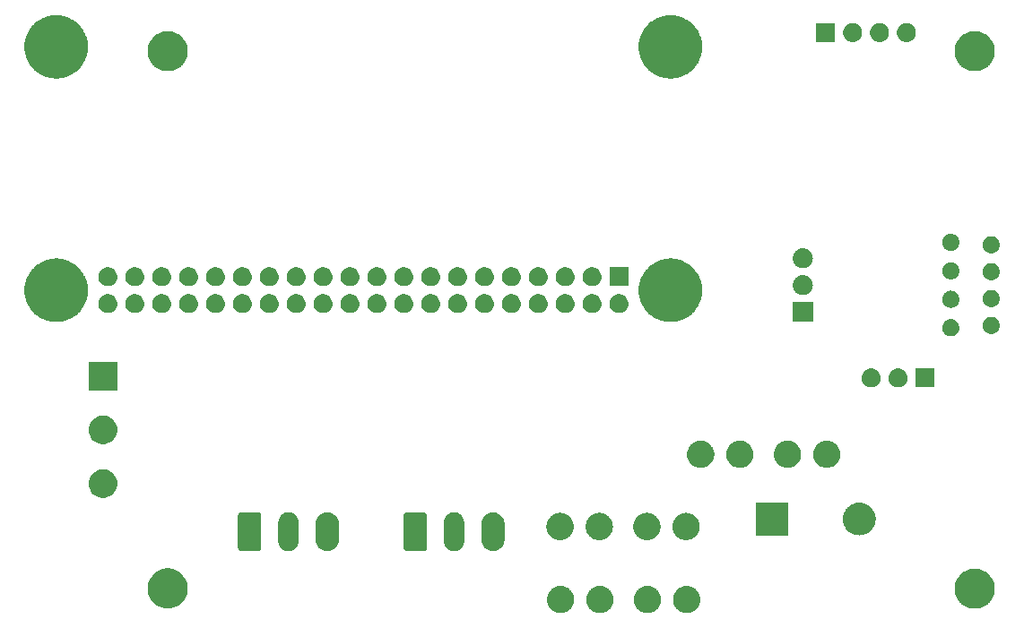
<source format=gbr>
%TF.GenerationSoftware,KiCad,Pcbnew,8.0.7*%
%TF.CreationDate,2024-12-30T21:46:30-05:00*%
%TF.ProjectId,Pi_Zero_W_2,50695f5a-6572-46f5-9f57-5f322e6b6963,v1*%
%TF.SameCoordinates,Original*%
%TF.FileFunction,Soldermask,Bot*%
%TF.FilePolarity,Negative*%
%FSLAX46Y46*%
G04 Gerber Fmt 4.6, Leading zero omitted, Abs format (unit mm)*
G04 Created by KiCad (PCBNEW 8.0.7) date 2024-12-30 21:46:30*
%MOMM*%
%LPD*%
G01*
G04 APERTURE LIST*
G04 APERTURE END LIST*
G36*
X-30963215Y15084572D02*
G01*
X-30912031Y15084572D01*
X-30855622Y15075159D01*
X-30794654Y15069825D01*
X-30746773Y15056996D01*
X-30702198Y15049557D01*
X-30642401Y15029029D01*
X-30577707Y15011694D01*
X-30538080Y14993216D01*
X-30500988Y14980482D01*
X-30440044Y14947501D01*
X-30374150Y14916774D01*
X-30343132Y14895055D01*
X-30313894Y14879232D01*
X-30254375Y14832906D01*
X-30190168Y14787948D01*
X-30167540Y14765320D01*
X-30146012Y14748564D01*
X-30090708Y14688488D01*
X-30031352Y14629132D01*
X-30016371Y14607737D01*
X-30001932Y14592052D01*
X-29953768Y14518331D01*
X-29902526Y14445150D01*
X-29893972Y14426805D01*
X-29885577Y14413956D01*
X-29847473Y14327087D01*
X-29807606Y14241593D01*
X-29803894Y14227739D01*
X-29800119Y14219133D01*
X-29774841Y14119312D01*
X-29749475Y14024646D01*
X-29748740Y14016242D01*
X-29747896Y14012910D01*
X-29738010Y13893591D01*
X-29729900Y13800900D01*
X-29738010Y13708202D01*
X-29747896Y13588891D01*
X-29748740Y13585560D01*
X-29749475Y13577154D01*
X-29774846Y13482472D01*
X-29800119Y13382668D01*
X-29803893Y13374065D01*
X-29807606Y13360207D01*
X-29847480Y13274698D01*
X-29885577Y13187845D01*
X-29893970Y13174999D01*
X-29902526Y13156650D01*
X-29953778Y13083456D01*
X-30001932Y13009749D01*
X-30016368Y12994068D01*
X-30031352Y12972668D01*
X-30090719Y12913302D01*
X-30146012Y12853237D01*
X-30167536Y12836485D01*
X-30190168Y12813852D01*
X-30254387Y12768886D01*
X-30313894Y12722569D01*
X-30343126Y12706750D01*
X-30374150Y12685026D01*
X-30440058Y12654294D01*
X-30500988Y12621319D01*
X-30538072Y12608589D01*
X-30577707Y12590106D01*
X-30642414Y12572768D01*
X-30702198Y12552244D01*
X-30746766Y12544807D01*
X-30794654Y12531975D01*
X-30855625Y12526641D01*
X-30912031Y12517228D01*
X-30963215Y12517228D01*
X-31018400Y12512400D01*
X-31073585Y12517228D01*
X-31124769Y12517228D01*
X-31181176Y12526641D01*
X-31242146Y12531975D01*
X-31290034Y12544807D01*
X-31334603Y12552244D01*
X-31394391Y12572770D01*
X-31459093Y12590106D01*
X-31498726Y12608588D01*
X-31535813Y12621319D01*
X-31596750Y12654297D01*
X-31662650Y12685026D01*
X-31693672Y12706748D01*
X-31722907Y12722569D01*
X-31782423Y12768893D01*
X-31846632Y12813852D01*
X-31869262Y12836482D01*
X-31890789Y12853237D01*
X-31946094Y12913314D01*
X-32005448Y12972668D01*
X-32020430Y12994064D01*
X-32034869Y13009749D01*
X-32083038Y13083477D01*
X-32134274Y13156650D01*
X-32142828Y13174994D01*
X-32151224Y13187845D01*
X-32189338Y13274735D01*
X-32229194Y13360207D01*
X-32232906Y13374059D01*
X-32236682Y13382668D01*
X-32261973Y13482540D01*
X-32287325Y13577154D01*
X-32288060Y13585554D01*
X-32288905Y13588891D01*
X-32298809Y13708418D01*
X-32306900Y13800900D01*
X-32298810Y13893375D01*
X-32288905Y14012910D01*
X-32288060Y14016248D01*
X-32287325Y14024646D01*
X-32261978Y14119244D01*
X-32236682Y14219133D01*
X-32232905Y14227744D01*
X-32229194Y14241593D01*
X-32189345Y14327051D01*
X-32151224Y14413956D01*
X-32142826Y14426811D01*
X-32134274Y14445150D01*
X-32083047Y14518310D01*
X-32034869Y14592052D01*
X-32020427Y14607742D01*
X-32005448Y14629132D01*
X-31946106Y14688475D01*
X-31890789Y14748564D01*
X-31869257Y14765324D01*
X-31846632Y14787948D01*
X-31782436Y14832899D01*
X-31722907Y14879232D01*
X-31693666Y14895057D01*
X-31662650Y14916774D01*
X-31596764Y14947498D01*
X-31535813Y14980482D01*
X-31498718Y14993217D01*
X-31459093Y15011694D01*
X-31394405Y15029028D01*
X-31334603Y15049557D01*
X-31290026Y15056996D01*
X-31242146Y15069825D01*
X-31181180Y15075159D01*
X-31124769Y15084572D01*
X-31073585Y15084572D01*
X-31018400Y15089400D01*
X-30963215Y15084572D01*
G37*
G36*
X-27263215Y15084572D02*
G01*
X-27212031Y15084572D01*
X-27155622Y15075159D01*
X-27094654Y15069825D01*
X-27046773Y15056996D01*
X-27002198Y15049557D01*
X-26942401Y15029029D01*
X-26877707Y15011694D01*
X-26838080Y14993216D01*
X-26800988Y14980482D01*
X-26740044Y14947501D01*
X-26674150Y14916774D01*
X-26643132Y14895055D01*
X-26613894Y14879232D01*
X-26554375Y14832906D01*
X-26490168Y14787948D01*
X-26467540Y14765320D01*
X-26446012Y14748564D01*
X-26390708Y14688488D01*
X-26331352Y14629132D01*
X-26316371Y14607737D01*
X-26301932Y14592052D01*
X-26253768Y14518331D01*
X-26202526Y14445150D01*
X-26193972Y14426805D01*
X-26185577Y14413956D01*
X-26147473Y14327087D01*
X-26107606Y14241593D01*
X-26103894Y14227739D01*
X-26100119Y14219133D01*
X-26074841Y14119312D01*
X-26049475Y14024646D01*
X-26048740Y14016242D01*
X-26047896Y14012910D01*
X-26038010Y13893591D01*
X-26029900Y13800900D01*
X-26038010Y13708202D01*
X-26047896Y13588891D01*
X-26048740Y13585560D01*
X-26049475Y13577154D01*
X-26074846Y13482472D01*
X-26100119Y13382668D01*
X-26103893Y13374065D01*
X-26107606Y13360207D01*
X-26147480Y13274698D01*
X-26185577Y13187845D01*
X-26193970Y13174999D01*
X-26202526Y13156650D01*
X-26253778Y13083456D01*
X-26301932Y13009749D01*
X-26316368Y12994068D01*
X-26331352Y12972668D01*
X-26390719Y12913302D01*
X-26446012Y12853237D01*
X-26467536Y12836485D01*
X-26490168Y12813852D01*
X-26554387Y12768886D01*
X-26613894Y12722569D01*
X-26643126Y12706750D01*
X-26674150Y12685026D01*
X-26740058Y12654294D01*
X-26800988Y12621319D01*
X-26838072Y12608589D01*
X-26877707Y12590106D01*
X-26942414Y12572768D01*
X-27002198Y12552244D01*
X-27046766Y12544807D01*
X-27094654Y12531975D01*
X-27155625Y12526641D01*
X-27212031Y12517228D01*
X-27263215Y12517228D01*
X-27318400Y12512400D01*
X-27373585Y12517228D01*
X-27424769Y12517228D01*
X-27481176Y12526641D01*
X-27542146Y12531975D01*
X-27590034Y12544807D01*
X-27634603Y12552244D01*
X-27694391Y12572770D01*
X-27759093Y12590106D01*
X-27798726Y12608588D01*
X-27835813Y12621319D01*
X-27896750Y12654297D01*
X-27962650Y12685026D01*
X-27993672Y12706748D01*
X-28022907Y12722569D01*
X-28082423Y12768893D01*
X-28146632Y12813852D01*
X-28169262Y12836482D01*
X-28190789Y12853237D01*
X-28246094Y12913314D01*
X-28305448Y12972668D01*
X-28320430Y12994064D01*
X-28334869Y13009749D01*
X-28383038Y13083477D01*
X-28434274Y13156650D01*
X-28442828Y13174994D01*
X-28451224Y13187845D01*
X-28489338Y13274735D01*
X-28529194Y13360207D01*
X-28532906Y13374059D01*
X-28536682Y13382668D01*
X-28561973Y13482540D01*
X-28587325Y13577154D01*
X-28588060Y13585554D01*
X-28588905Y13588891D01*
X-28598809Y13708418D01*
X-28606900Y13800900D01*
X-28598810Y13893375D01*
X-28588905Y14012910D01*
X-28588060Y14016248D01*
X-28587325Y14024646D01*
X-28561978Y14119244D01*
X-28536682Y14219133D01*
X-28532905Y14227744D01*
X-28529194Y14241593D01*
X-28489345Y14327051D01*
X-28451224Y14413956D01*
X-28442826Y14426811D01*
X-28434274Y14445150D01*
X-28383047Y14518310D01*
X-28334869Y14592052D01*
X-28320427Y14607742D01*
X-28305448Y14629132D01*
X-28246106Y14688475D01*
X-28190789Y14748564D01*
X-28169257Y14765324D01*
X-28146632Y14787948D01*
X-28082436Y14832899D01*
X-28022907Y14879232D01*
X-27993666Y14895057D01*
X-27962650Y14916774D01*
X-27896764Y14947498D01*
X-27835813Y14980482D01*
X-27798718Y14993217D01*
X-27759093Y15011694D01*
X-27694405Y15029028D01*
X-27634603Y15049557D01*
X-27590026Y15056996D01*
X-27542146Y15069825D01*
X-27481180Y15075159D01*
X-27424769Y15084572D01*
X-27373585Y15084572D01*
X-27318400Y15089400D01*
X-27263215Y15084572D01*
G37*
G36*
X-22763215Y15084572D02*
G01*
X-22712031Y15084572D01*
X-22655622Y15075159D01*
X-22594654Y15069825D01*
X-22546773Y15056996D01*
X-22502198Y15049557D01*
X-22442401Y15029029D01*
X-22377707Y15011694D01*
X-22338080Y14993216D01*
X-22300988Y14980482D01*
X-22240044Y14947501D01*
X-22174150Y14916774D01*
X-22143132Y14895055D01*
X-22113894Y14879232D01*
X-22054375Y14832906D01*
X-21990168Y14787948D01*
X-21967540Y14765320D01*
X-21946012Y14748564D01*
X-21890708Y14688488D01*
X-21831352Y14629132D01*
X-21816371Y14607737D01*
X-21801932Y14592052D01*
X-21753768Y14518331D01*
X-21702526Y14445150D01*
X-21693972Y14426805D01*
X-21685577Y14413956D01*
X-21647473Y14327087D01*
X-21607606Y14241593D01*
X-21603894Y14227739D01*
X-21600119Y14219133D01*
X-21574841Y14119312D01*
X-21549475Y14024646D01*
X-21548740Y14016242D01*
X-21547896Y14012910D01*
X-21538010Y13893591D01*
X-21529900Y13800900D01*
X-21538010Y13708202D01*
X-21547896Y13588891D01*
X-21548740Y13585560D01*
X-21549475Y13577154D01*
X-21574846Y13482472D01*
X-21600119Y13382668D01*
X-21603893Y13374065D01*
X-21607606Y13360207D01*
X-21647480Y13274698D01*
X-21685577Y13187845D01*
X-21693970Y13174999D01*
X-21702526Y13156650D01*
X-21753778Y13083456D01*
X-21801932Y13009749D01*
X-21816368Y12994068D01*
X-21831352Y12972668D01*
X-21890719Y12913302D01*
X-21946012Y12853237D01*
X-21967536Y12836485D01*
X-21990168Y12813852D01*
X-22054387Y12768886D01*
X-22113894Y12722569D01*
X-22143126Y12706750D01*
X-22174150Y12685026D01*
X-22240058Y12654294D01*
X-22300988Y12621319D01*
X-22338072Y12608589D01*
X-22377707Y12590106D01*
X-22442414Y12572768D01*
X-22502198Y12552244D01*
X-22546766Y12544807D01*
X-22594654Y12531975D01*
X-22655625Y12526641D01*
X-22712031Y12517228D01*
X-22763215Y12517228D01*
X-22818400Y12512400D01*
X-22873585Y12517228D01*
X-22924769Y12517228D01*
X-22981176Y12526641D01*
X-23042146Y12531975D01*
X-23090034Y12544807D01*
X-23134603Y12552244D01*
X-23194391Y12572770D01*
X-23259093Y12590106D01*
X-23298726Y12608588D01*
X-23335813Y12621319D01*
X-23396750Y12654297D01*
X-23462650Y12685026D01*
X-23493672Y12706748D01*
X-23522907Y12722569D01*
X-23582423Y12768893D01*
X-23646632Y12813852D01*
X-23669262Y12836482D01*
X-23690789Y12853237D01*
X-23746094Y12913314D01*
X-23805448Y12972668D01*
X-23820430Y12994064D01*
X-23834869Y13009749D01*
X-23883038Y13083477D01*
X-23934274Y13156650D01*
X-23942828Y13174994D01*
X-23951224Y13187845D01*
X-23989338Y13274735D01*
X-24029194Y13360207D01*
X-24032906Y13374059D01*
X-24036682Y13382668D01*
X-24061973Y13482540D01*
X-24087325Y13577154D01*
X-24088060Y13585554D01*
X-24088905Y13588891D01*
X-24098809Y13708418D01*
X-24106900Y13800900D01*
X-24098810Y13893375D01*
X-24088905Y14012910D01*
X-24088060Y14016248D01*
X-24087325Y14024646D01*
X-24061978Y14119244D01*
X-24036682Y14219133D01*
X-24032905Y14227744D01*
X-24029194Y14241593D01*
X-23989345Y14327051D01*
X-23951224Y14413956D01*
X-23942826Y14426811D01*
X-23934274Y14445150D01*
X-23883047Y14518310D01*
X-23834869Y14592052D01*
X-23820427Y14607742D01*
X-23805448Y14629132D01*
X-23746106Y14688475D01*
X-23690789Y14748564D01*
X-23669257Y14765324D01*
X-23646632Y14787948D01*
X-23582436Y14832899D01*
X-23522907Y14879232D01*
X-23493666Y14895057D01*
X-23462650Y14916774D01*
X-23396764Y14947498D01*
X-23335813Y14980482D01*
X-23298718Y14993217D01*
X-23259093Y15011694D01*
X-23194405Y15029028D01*
X-23134603Y15049557D01*
X-23090026Y15056996D01*
X-23042146Y15069825D01*
X-22981180Y15075159D01*
X-22924769Y15084572D01*
X-22873585Y15084572D01*
X-22818400Y15089400D01*
X-22763215Y15084572D01*
G37*
G36*
X-19063215Y15084572D02*
G01*
X-19012031Y15084572D01*
X-18955622Y15075159D01*
X-18894654Y15069825D01*
X-18846773Y15056996D01*
X-18802198Y15049557D01*
X-18742401Y15029029D01*
X-18677707Y15011694D01*
X-18638080Y14993216D01*
X-18600988Y14980482D01*
X-18540044Y14947501D01*
X-18474150Y14916774D01*
X-18443132Y14895055D01*
X-18413894Y14879232D01*
X-18354375Y14832906D01*
X-18290168Y14787948D01*
X-18267540Y14765320D01*
X-18246012Y14748564D01*
X-18190708Y14688488D01*
X-18131352Y14629132D01*
X-18116371Y14607737D01*
X-18101932Y14592052D01*
X-18053768Y14518331D01*
X-18002526Y14445150D01*
X-17993972Y14426805D01*
X-17985577Y14413956D01*
X-17947473Y14327087D01*
X-17907606Y14241593D01*
X-17903894Y14227739D01*
X-17900119Y14219133D01*
X-17874841Y14119312D01*
X-17849475Y14024646D01*
X-17848740Y14016242D01*
X-17847896Y14012910D01*
X-17838010Y13893591D01*
X-17829900Y13800900D01*
X-17838010Y13708202D01*
X-17847896Y13588891D01*
X-17848740Y13585560D01*
X-17849475Y13577154D01*
X-17874846Y13482472D01*
X-17900119Y13382668D01*
X-17903893Y13374065D01*
X-17907606Y13360207D01*
X-17947480Y13274698D01*
X-17985577Y13187845D01*
X-17993970Y13174999D01*
X-18002526Y13156650D01*
X-18053778Y13083456D01*
X-18101932Y13009749D01*
X-18116368Y12994068D01*
X-18131352Y12972668D01*
X-18190719Y12913302D01*
X-18246012Y12853237D01*
X-18267536Y12836485D01*
X-18290168Y12813852D01*
X-18354387Y12768886D01*
X-18413894Y12722569D01*
X-18443126Y12706750D01*
X-18474150Y12685026D01*
X-18540058Y12654294D01*
X-18600988Y12621319D01*
X-18638072Y12608589D01*
X-18677707Y12590106D01*
X-18742414Y12572768D01*
X-18802198Y12552244D01*
X-18846766Y12544807D01*
X-18894654Y12531975D01*
X-18955625Y12526641D01*
X-19012031Y12517228D01*
X-19063215Y12517228D01*
X-19118400Y12512400D01*
X-19173585Y12517228D01*
X-19224769Y12517228D01*
X-19281176Y12526641D01*
X-19342146Y12531975D01*
X-19390034Y12544807D01*
X-19434603Y12552244D01*
X-19494391Y12572770D01*
X-19559093Y12590106D01*
X-19598726Y12608588D01*
X-19635813Y12621319D01*
X-19696750Y12654297D01*
X-19762650Y12685026D01*
X-19793672Y12706748D01*
X-19822907Y12722569D01*
X-19882423Y12768893D01*
X-19946632Y12813852D01*
X-19969262Y12836482D01*
X-19990789Y12853237D01*
X-20046094Y12913314D01*
X-20105448Y12972668D01*
X-20120430Y12994064D01*
X-20134869Y13009749D01*
X-20183038Y13083477D01*
X-20234274Y13156650D01*
X-20242828Y13174994D01*
X-20251224Y13187845D01*
X-20289338Y13274735D01*
X-20329194Y13360207D01*
X-20332906Y13374059D01*
X-20336682Y13382668D01*
X-20361973Y13482540D01*
X-20387325Y13577154D01*
X-20388060Y13585554D01*
X-20388905Y13588891D01*
X-20398809Y13708418D01*
X-20406900Y13800900D01*
X-20398810Y13893375D01*
X-20388905Y14012910D01*
X-20388060Y14016248D01*
X-20387325Y14024646D01*
X-20361978Y14119244D01*
X-20336682Y14219133D01*
X-20332905Y14227744D01*
X-20329194Y14241593D01*
X-20289345Y14327051D01*
X-20251224Y14413956D01*
X-20242826Y14426811D01*
X-20234274Y14445150D01*
X-20183047Y14518310D01*
X-20134869Y14592052D01*
X-20120427Y14607742D01*
X-20105448Y14629132D01*
X-20046106Y14688475D01*
X-19990789Y14748564D01*
X-19969257Y14765324D01*
X-19946632Y14787948D01*
X-19882436Y14832899D01*
X-19822907Y14879232D01*
X-19793666Y14895057D01*
X-19762650Y14916774D01*
X-19696764Y14947498D01*
X-19635813Y14980482D01*
X-19598718Y14993217D01*
X-19559093Y15011694D01*
X-19494405Y15029028D01*
X-19434603Y15049557D01*
X-19390026Y15056996D01*
X-19342146Y15069825D01*
X-19281180Y15075159D01*
X-19224769Y15084572D01*
X-19173585Y15084572D01*
X-19118400Y15089400D01*
X-19063215Y15084572D01*
G37*
G36*
X8147638Y16722177D02*
G01*
X8211307Y16722177D01*
X8280378Y16712684D01*
X8352141Y16707551D01*
X8411209Y16694702D01*
X8468311Y16686853D01*
X8541314Y16666399D01*
X8617174Y16649896D01*
X8668388Y16630794D01*
X8718112Y16616862D01*
X8793288Y16584209D01*
X8871304Y16555110D01*
X8914178Y16531699D01*
X8956042Y16513515D01*
X9031355Y16467716D01*
X9109358Y16425123D01*
X9143829Y16399318D01*
X9177706Y16378717D01*
X9250952Y16319127D01*
X9326490Y16262580D01*
X9352812Y16236258D01*
X9378933Y16215007D01*
X9447774Y16141296D01*
X9518280Y16070790D01*
X9537094Y16045658D01*
X9555999Y16025415D01*
X9618009Y15937567D01*
X9680823Y15853658D01*
X9693064Y15831240D01*
X9705602Y15813478D01*
X9758352Y15711673D01*
X9810810Y15615604D01*
X9817693Y15597149D01*
X9824948Y15583148D01*
X9866029Y15467555D01*
X9905596Y15361474D01*
X9908539Y15347945D01*
X9911825Y15338699D01*
X9939042Y15207724D01*
X9963251Y15096441D01*
X9963819Y15088496D01*
X9964604Y15084719D01*
X9975884Y14919795D01*
X9982600Y14825900D01*
X9975884Y14731998D01*
X9964604Y14567082D01*
X9963819Y14563307D01*
X9963251Y14555359D01*
X9939037Y14444055D01*
X9911825Y14313102D01*
X9908539Y14303859D01*
X9905596Y14290326D01*
X9866022Y14184226D01*
X9824948Y14068653D01*
X9817694Y14054655D01*
X9810810Y14036196D01*
X9758342Y13940109D01*
X9705602Y13838323D01*
X9693066Y13820565D01*
X9680823Y13798142D01*
X9617997Y13714217D01*
X9555999Y13626386D01*
X9537098Y13606148D01*
X9518280Y13581010D01*
X9447760Y13510491D01*
X9378933Y13436794D01*
X9352817Y13415548D01*
X9326490Y13389220D01*
X9250936Y13332662D01*
X9177706Y13273084D01*
X9143836Y13252488D01*
X9109358Y13226677D01*
X9031339Y13184076D01*
X8956042Y13138286D01*
X8914187Y13120107D01*
X8871304Y13096690D01*
X8793272Y13067586D01*
X8718112Y13034939D01*
X8668399Y13021011D01*
X8617174Y13001904D01*
X8541298Y12985399D01*
X8468311Y12964948D01*
X8411218Y12957101D01*
X8352141Y12944249D01*
X8280374Y12939117D01*
X8211307Y12929623D01*
X8147638Y12929623D01*
X8081600Y12924900D01*
X8015562Y12929623D01*
X7951893Y12929623D01*
X7882824Y12939117D01*
X7811059Y12944249D01*
X7751982Y12957101D01*
X7694888Y12964948D01*
X7621897Y12985400D01*
X7546026Y13001904D01*
X7494803Y13021010D01*
X7445087Y13034939D01*
X7369920Y13067589D01*
X7291896Y13096690D01*
X7249016Y13120105D01*
X7207157Y13138286D01*
X7131851Y13184081D01*
X7053842Y13226677D01*
X7019367Y13252485D01*
X6985493Y13273084D01*
X6912250Y13332672D01*
X6836710Y13389220D01*
X6810386Y13415544D01*
X6784266Y13436794D01*
X6715424Y13510506D01*
X6644920Y13581010D01*
X6626106Y13606143D01*
X6607200Y13626386D01*
X6545184Y13714241D01*
X6482377Y13798142D01*
X6470136Y13820559D01*
X6457597Y13838323D01*
X6404838Y13940145D01*
X6352390Y14036196D01*
X6345507Y14054648D01*
X6338251Y14068653D01*
X6297156Y14184283D01*
X6257604Y14290326D01*
X6254661Y14303852D01*
X6251374Y14313102D01*
X6224139Y14444158D01*
X6199949Y14555359D01*
X6199381Y14563300D01*
X6198595Y14567082D01*
X6187292Y14732318D01*
X6180600Y14825900D01*
X6187292Y14919475D01*
X6198595Y15084719D01*
X6199381Y15088503D01*
X6199949Y15096441D01*
X6224135Y15207622D01*
X6251374Y15338699D01*
X6254662Y15347952D01*
X6257604Y15361474D01*
X6297148Y15467498D01*
X6338251Y15583148D01*
X6345509Y15597156D01*
X6352390Y15615604D01*
X6404827Y15711638D01*
X6457597Y15813478D01*
X6470139Y15831246D01*
X6482377Y15853658D01*
X6545172Y15937544D01*
X6607200Y16025415D01*
X6626109Y16045663D01*
X6644920Y16070790D01*
X6715410Y16141281D01*
X6784266Y16215007D01*
X6810392Y16236263D01*
X6836710Y16262580D01*
X6912235Y16319118D01*
X6985493Y16378717D01*
X7019374Y16399322D01*
X7053842Y16425123D01*
X7131835Y16467711D01*
X7207157Y16513515D01*
X7249025Y16531701D01*
X7291896Y16555110D01*
X7369904Y16584206D01*
X7445087Y16616862D01*
X7494814Y16630795D01*
X7546026Y16649896D01*
X7621881Y16666398D01*
X7694888Y16686853D01*
X7751992Y16694702D01*
X7811059Y16707551D01*
X7882820Y16712684D01*
X7951893Y16722177D01*
X8015562Y16722177D01*
X8081600Y16726900D01*
X8147638Y16722177D01*
G37*
G36*
X-68052362Y16747177D02*
G01*
X-67988693Y16747177D01*
X-67919622Y16737684D01*
X-67847859Y16732551D01*
X-67788791Y16719702D01*
X-67731689Y16711853D01*
X-67658686Y16691399D01*
X-67582826Y16674896D01*
X-67531612Y16655794D01*
X-67481888Y16641862D01*
X-67406712Y16609209D01*
X-67328696Y16580110D01*
X-67285822Y16556699D01*
X-67243958Y16538515D01*
X-67168645Y16492716D01*
X-67090642Y16450123D01*
X-67056171Y16424318D01*
X-67022294Y16403717D01*
X-66949048Y16344127D01*
X-66873510Y16287580D01*
X-66847188Y16261258D01*
X-66821067Y16240007D01*
X-66752226Y16166296D01*
X-66681720Y16095790D01*
X-66662906Y16070658D01*
X-66644001Y16050415D01*
X-66581991Y15962567D01*
X-66519177Y15878658D01*
X-66506936Y15856240D01*
X-66494398Y15838478D01*
X-66441648Y15736673D01*
X-66389190Y15640604D01*
X-66382307Y15622149D01*
X-66375052Y15608148D01*
X-66333971Y15492555D01*
X-66294404Y15386474D01*
X-66291461Y15372945D01*
X-66288175Y15363699D01*
X-66260958Y15232724D01*
X-66236749Y15121441D01*
X-66236181Y15113496D01*
X-66235396Y15109719D01*
X-66224116Y14944795D01*
X-66217400Y14850900D01*
X-66224116Y14756998D01*
X-66235396Y14592082D01*
X-66236181Y14588307D01*
X-66236749Y14580359D01*
X-66260963Y14469055D01*
X-66288175Y14338102D01*
X-66291461Y14328859D01*
X-66294404Y14315326D01*
X-66333978Y14209226D01*
X-66375052Y14093653D01*
X-66382306Y14079655D01*
X-66389190Y14061196D01*
X-66441658Y13965109D01*
X-66494398Y13863323D01*
X-66506934Y13845565D01*
X-66519177Y13823142D01*
X-66582003Y13739217D01*
X-66644001Y13651386D01*
X-66662902Y13631148D01*
X-66681720Y13606010D01*
X-66752240Y13535491D01*
X-66821067Y13461794D01*
X-66847183Y13440548D01*
X-66873510Y13414220D01*
X-66949064Y13357662D01*
X-67022294Y13298084D01*
X-67056164Y13277488D01*
X-67090642Y13251677D01*
X-67168661Y13209076D01*
X-67243958Y13163286D01*
X-67285813Y13145107D01*
X-67328696Y13121690D01*
X-67406728Y13092586D01*
X-67481888Y13059939D01*
X-67531601Y13046011D01*
X-67582826Y13026904D01*
X-67658702Y13010399D01*
X-67731689Y12989948D01*
X-67788782Y12982101D01*
X-67847859Y12969249D01*
X-67919626Y12964117D01*
X-67988693Y12954623D01*
X-68052362Y12954623D01*
X-68118400Y12949900D01*
X-68184438Y12954623D01*
X-68248107Y12954623D01*
X-68317176Y12964117D01*
X-68388941Y12969249D01*
X-68448018Y12982101D01*
X-68505112Y12989948D01*
X-68578103Y13010400D01*
X-68653974Y13026904D01*
X-68705197Y13046010D01*
X-68754913Y13059939D01*
X-68830080Y13092589D01*
X-68908104Y13121690D01*
X-68950984Y13145105D01*
X-68992843Y13163286D01*
X-69068149Y13209081D01*
X-69146158Y13251677D01*
X-69180633Y13277485D01*
X-69214507Y13298084D01*
X-69287750Y13357672D01*
X-69363290Y13414220D01*
X-69389614Y13440544D01*
X-69415734Y13461794D01*
X-69484576Y13535506D01*
X-69555080Y13606010D01*
X-69573894Y13631143D01*
X-69592800Y13651386D01*
X-69654816Y13739241D01*
X-69717623Y13823142D01*
X-69729864Y13845559D01*
X-69742403Y13863323D01*
X-69795162Y13965145D01*
X-69847610Y14061196D01*
X-69854493Y14079648D01*
X-69861749Y14093653D01*
X-69902844Y14209283D01*
X-69942396Y14315326D01*
X-69945339Y14328852D01*
X-69948626Y14338102D01*
X-69975861Y14469158D01*
X-70000051Y14580359D01*
X-70000619Y14588300D01*
X-70001405Y14592082D01*
X-70012708Y14757318D01*
X-70019400Y14850900D01*
X-70012708Y14944475D01*
X-70001405Y15109719D01*
X-70000619Y15113503D01*
X-70000051Y15121441D01*
X-69975865Y15232622D01*
X-69948626Y15363699D01*
X-69945338Y15372952D01*
X-69942396Y15386474D01*
X-69902852Y15492498D01*
X-69861749Y15608148D01*
X-69854491Y15622156D01*
X-69847610Y15640604D01*
X-69795173Y15736638D01*
X-69742403Y15838478D01*
X-69729861Y15856246D01*
X-69717623Y15878658D01*
X-69654828Y15962544D01*
X-69592800Y16050415D01*
X-69573891Y16070663D01*
X-69555080Y16095790D01*
X-69484590Y16166281D01*
X-69415734Y16240007D01*
X-69389608Y16261263D01*
X-69363290Y16287580D01*
X-69287765Y16344118D01*
X-69214507Y16403717D01*
X-69180626Y16424322D01*
X-69146158Y16450123D01*
X-69068165Y16492711D01*
X-68992843Y16538515D01*
X-68950975Y16556701D01*
X-68908104Y16580110D01*
X-68830096Y16609206D01*
X-68754913Y16641862D01*
X-68705186Y16655795D01*
X-68653974Y16674896D01*
X-68578119Y16691398D01*
X-68505112Y16711853D01*
X-68448008Y16719702D01*
X-68388941Y16732551D01*
X-68317180Y16737684D01*
X-68248107Y16747177D01*
X-68184438Y16747177D01*
X-68118400Y16751900D01*
X-68052362Y16747177D01*
G37*
G36*
X-59605595Y22049995D02*
G01*
X-59559996Y22045719D01*
X-59552082Y22042950D01*
X-59531378Y22040224D01*
X-59492556Y22022121D01*
X-59460609Y22010942D01*
X-59446925Y22000843D01*
X-59423521Y21989929D01*
X-59399245Y21965653D01*
X-59378764Y21950537D01*
X-59363649Y21930057D01*
X-59339371Y21905779D01*
X-59328458Y21882375D01*
X-59318359Y21868692D01*
X-59307183Y21836751D01*
X-59289076Y21797922D01*
X-59286351Y21777217D01*
X-59283582Y21769305D01*
X-59279304Y21723688D01*
X-59277401Y21709232D01*
X-59277401Y21703397D01*
X-59277400Y21703386D01*
X-59277400Y20199754D01*
X-59277400Y18692567D01*
X-59279307Y18678085D01*
X-59283582Y18632496D01*
X-59286350Y18624587D01*
X-59289076Y18603878D01*
X-59307184Y18565047D01*
X-59318359Y18533109D01*
X-59328456Y18519429D01*
X-59339371Y18496021D01*
X-59363652Y18471741D01*
X-59378764Y18451264D01*
X-59399241Y18436152D01*
X-59423521Y18411871D01*
X-59446929Y18400956D01*
X-59460609Y18390859D01*
X-59492547Y18379684D01*
X-59531378Y18361576D01*
X-59552086Y18358851D01*
X-59559996Y18356082D01*
X-59605612Y18351805D01*
X-59620068Y18349901D01*
X-59625904Y18349901D01*
X-59625914Y18349900D01*
X-61130886Y18349900D01*
X-61130887Y18349901D01*
X-61136733Y18349900D01*
X-61151213Y18351807D01*
X-61196805Y18356082D01*
X-61204716Y18358850D01*
X-61225422Y18361576D01*
X-61264251Y18379683D01*
X-61296192Y18390859D01*
X-61309875Y18400958D01*
X-61333279Y18411871D01*
X-61357557Y18436149D01*
X-61378037Y18451264D01*
X-61393153Y18471745D01*
X-61417429Y18496021D01*
X-61428343Y18519425D01*
X-61438442Y18533109D01*
X-61449621Y18565056D01*
X-61467724Y18603878D01*
X-61470450Y18624581D01*
X-61473219Y18632496D01*
X-61477497Y18678118D01*
X-61479399Y18692568D01*
X-61479400Y18698405D01*
X-61479400Y18698415D01*
X-61479400Y21703386D01*
X-61479400Y21703387D01*
X-61479400Y21709233D01*
X-61477495Y21723705D01*
X-61473219Y21769305D01*
X-61470450Y21777220D01*
X-61467724Y21797922D01*
X-61449622Y21836742D01*
X-61438442Y21868692D01*
X-61428342Y21882379D01*
X-61417429Y21905779D01*
X-61393156Y21930053D01*
X-61378037Y21950537D01*
X-61357553Y21965656D01*
X-61333279Y21989929D01*
X-61309879Y22000842D01*
X-61296192Y22010942D01*
X-61264242Y22022122D01*
X-61225422Y22040224D01*
X-61204722Y22042950D01*
X-61196805Y22045719D01*
X-61151180Y22049998D01*
X-61136732Y22051899D01*
X-61130897Y22051900D01*
X-61130886Y22051900D01*
X-59625914Y22051900D01*
X-59620067Y22051900D01*
X-59605595Y22049995D01*
G37*
G36*
X-43965595Y22049995D02*
G01*
X-43919996Y22045719D01*
X-43912082Y22042950D01*
X-43891378Y22040224D01*
X-43852556Y22022121D01*
X-43820609Y22010942D01*
X-43806925Y22000843D01*
X-43783521Y21989929D01*
X-43759245Y21965653D01*
X-43738764Y21950537D01*
X-43723649Y21930057D01*
X-43699371Y21905779D01*
X-43688458Y21882375D01*
X-43678359Y21868692D01*
X-43667183Y21836751D01*
X-43649076Y21797922D01*
X-43646351Y21777217D01*
X-43643582Y21769305D01*
X-43639304Y21723688D01*
X-43637401Y21709232D01*
X-43637401Y21703397D01*
X-43637400Y21703386D01*
X-43637400Y20199754D01*
X-43637400Y18692567D01*
X-43639307Y18678085D01*
X-43643582Y18632496D01*
X-43646350Y18624587D01*
X-43649076Y18603878D01*
X-43667184Y18565047D01*
X-43678359Y18533109D01*
X-43688456Y18519429D01*
X-43699371Y18496021D01*
X-43723652Y18471741D01*
X-43738764Y18451264D01*
X-43759241Y18436152D01*
X-43783521Y18411871D01*
X-43806929Y18400956D01*
X-43820609Y18390859D01*
X-43852547Y18379684D01*
X-43891378Y18361576D01*
X-43912086Y18358851D01*
X-43919996Y18356082D01*
X-43965612Y18351805D01*
X-43980068Y18349901D01*
X-43985904Y18349901D01*
X-43985914Y18349900D01*
X-45490886Y18349900D01*
X-45490887Y18349901D01*
X-45496733Y18349900D01*
X-45511213Y18351807D01*
X-45556805Y18356082D01*
X-45564716Y18358850D01*
X-45585422Y18361576D01*
X-45624251Y18379683D01*
X-45656192Y18390859D01*
X-45669875Y18400958D01*
X-45693279Y18411871D01*
X-45717557Y18436149D01*
X-45738037Y18451264D01*
X-45753153Y18471745D01*
X-45777429Y18496021D01*
X-45788343Y18519425D01*
X-45798442Y18533109D01*
X-45809621Y18565056D01*
X-45827724Y18603878D01*
X-45830450Y18624581D01*
X-45833219Y18632496D01*
X-45837497Y18678118D01*
X-45839399Y18692568D01*
X-45839400Y18698405D01*
X-45839400Y18698415D01*
X-45839400Y21703386D01*
X-45839400Y21703387D01*
X-45839400Y21709233D01*
X-45837495Y21723705D01*
X-45833219Y21769305D01*
X-45830450Y21777220D01*
X-45827724Y21797922D01*
X-45809622Y21836742D01*
X-45798442Y21868692D01*
X-45788342Y21882379D01*
X-45777429Y21905779D01*
X-45753156Y21930053D01*
X-45738037Y21950537D01*
X-45717553Y21965656D01*
X-45693279Y21989929D01*
X-45669879Y22000842D01*
X-45656192Y22010942D01*
X-45624242Y22022122D01*
X-45585422Y22040224D01*
X-45564722Y22042950D01*
X-45556805Y22045719D01*
X-45511180Y22049998D01*
X-45496732Y22051899D01*
X-45490897Y22051900D01*
X-45490886Y22051900D01*
X-43985914Y22051900D01*
X-43980067Y22051900D01*
X-43965595Y22049995D01*
G37*
G36*
X-56635847Y22047321D02*
G01*
X-56625186Y22047321D01*
X-56583535Y22039036D01*
X-56496484Y22025249D01*
X-56468482Y22016151D01*
X-56442339Y22010950D01*
X-56405444Y21995668D01*
X-56354616Y21979152D01*
X-56307001Y21954891D01*
X-56270102Y21939607D01*
X-56247937Y21924797D01*
X-56221707Y21911432D01*
X-56150410Y21859632D01*
X-56115092Y21836033D01*
X-56107554Y21828495D01*
X-56101030Y21823755D01*
X-55995546Y21718271D01*
X-55990807Y21711748D01*
X-55983267Y21704208D01*
X-55959666Y21668886D01*
X-55907869Y21597594D01*
X-55894506Y21571367D01*
X-55879693Y21549198D01*
X-55864407Y21512295D01*
X-55840149Y21464685D01*
X-55823636Y21413865D01*
X-55808350Y21376961D01*
X-55803149Y21350814D01*
X-55794052Y21322817D01*
X-55780267Y21235777D01*
X-55771979Y21194114D01*
X-55771220Y21178659D01*
X-55770332Y21173053D01*
X-55767884Y21110750D01*
X-55767400Y21100900D01*
X-55767400Y19300900D01*
X-55767885Y19291047D01*
X-55770332Y19228748D01*
X-55771220Y19223144D01*
X-55771979Y19207686D01*
X-55780268Y19166020D01*
X-55794052Y19078984D01*
X-55803149Y19050990D01*
X-55808350Y19024839D01*
X-55823638Y18987932D01*
X-55840149Y18937116D01*
X-55864405Y18889512D01*
X-55879693Y18852602D01*
X-55894508Y18830430D01*
X-55907869Y18804207D01*
X-55959658Y18732927D01*
X-55983267Y18697592D01*
X-55990809Y18690051D01*
X-55995546Y18683530D01*
X-56101030Y18578046D01*
X-56107551Y18573309D01*
X-56115092Y18565767D01*
X-56150427Y18542158D01*
X-56221707Y18490369D01*
X-56247930Y18477008D01*
X-56270102Y18462193D01*
X-56307012Y18446905D01*
X-56354616Y18422649D01*
X-56405432Y18406138D01*
X-56442339Y18390850D01*
X-56468490Y18385649D01*
X-56496484Y18376552D01*
X-56583525Y18362767D01*
X-56625186Y18354479D01*
X-56635847Y18354479D01*
X-56643815Y18353217D01*
X-56792985Y18353217D01*
X-56800953Y18354479D01*
X-56811614Y18354479D01*
X-56853275Y18362766D01*
X-56940317Y18376552D01*
X-56968314Y18385649D01*
X-56994461Y18390850D01*
X-57031365Y18406136D01*
X-57082185Y18422649D01*
X-57129795Y18446907D01*
X-57166698Y18462193D01*
X-57188867Y18477006D01*
X-57215094Y18490369D01*
X-57286386Y18542166D01*
X-57321708Y18565767D01*
X-57329248Y18573307D01*
X-57335771Y18578046D01*
X-57441255Y18683530D01*
X-57445995Y18690054D01*
X-57453533Y18697592D01*
X-57477132Y18732910D01*
X-57528932Y18804207D01*
X-57542297Y18830437D01*
X-57557107Y18852602D01*
X-57572391Y18889501D01*
X-57596652Y18937116D01*
X-57613168Y18987944D01*
X-57628450Y19024839D01*
X-57633651Y19050982D01*
X-57642749Y19078984D01*
X-57656538Y19166044D01*
X-57664821Y19207686D01*
X-57665580Y19223135D01*
X-57666469Y19228748D01*
X-57668917Y19291063D01*
X-57669400Y19300900D01*
X-57669400Y21100900D01*
X-57668917Y21110734D01*
X-57666469Y21173053D01*
X-57665580Y21178668D01*
X-57664821Y21194114D01*
X-57656539Y21235753D01*
X-57642749Y21322817D01*
X-57633650Y21350822D01*
X-57628450Y21376961D01*
X-57613169Y21413854D01*
X-57596652Y21464685D01*
X-57572389Y21512305D01*
X-57557107Y21549198D01*
X-57542299Y21571361D01*
X-57528932Y21597594D01*
X-57477123Y21668904D01*
X-57453533Y21704208D01*
X-57445998Y21711744D01*
X-57441255Y21718271D01*
X-57335771Y21823755D01*
X-57329244Y21828498D01*
X-57321708Y21836033D01*
X-57286404Y21859623D01*
X-57215094Y21911432D01*
X-57188861Y21924799D01*
X-57166698Y21939607D01*
X-57129805Y21954889D01*
X-57082185Y21979152D01*
X-57031354Y21995669D01*
X-56994461Y22010950D01*
X-56968322Y22016150D01*
X-56940317Y22025249D01*
X-56853264Y22039037D01*
X-56811614Y22047321D01*
X-56800953Y22047321D01*
X-56792985Y22048583D01*
X-56643815Y22048583D01*
X-56635847Y22047321D01*
G37*
G36*
X-40995847Y22047321D02*
G01*
X-40985186Y22047321D01*
X-40943535Y22039036D01*
X-40856484Y22025249D01*
X-40828482Y22016151D01*
X-40802339Y22010950D01*
X-40765444Y21995668D01*
X-40714616Y21979152D01*
X-40667001Y21954891D01*
X-40630102Y21939607D01*
X-40607937Y21924797D01*
X-40581707Y21911432D01*
X-40510410Y21859632D01*
X-40475092Y21836033D01*
X-40467554Y21828495D01*
X-40461030Y21823755D01*
X-40355546Y21718271D01*
X-40350807Y21711748D01*
X-40343267Y21704208D01*
X-40319666Y21668886D01*
X-40267869Y21597594D01*
X-40254506Y21571367D01*
X-40239693Y21549198D01*
X-40224407Y21512295D01*
X-40200149Y21464685D01*
X-40183636Y21413865D01*
X-40168350Y21376961D01*
X-40163149Y21350814D01*
X-40154052Y21322817D01*
X-40140267Y21235777D01*
X-40131979Y21194114D01*
X-40131220Y21178659D01*
X-40130332Y21173053D01*
X-40127884Y21110750D01*
X-40127400Y21100900D01*
X-40127400Y19300900D01*
X-40127885Y19291047D01*
X-40130332Y19228748D01*
X-40131220Y19223144D01*
X-40131979Y19207686D01*
X-40140268Y19166020D01*
X-40154052Y19078984D01*
X-40163149Y19050990D01*
X-40168350Y19024839D01*
X-40183638Y18987932D01*
X-40200149Y18937116D01*
X-40224405Y18889512D01*
X-40239693Y18852602D01*
X-40254508Y18830430D01*
X-40267869Y18804207D01*
X-40319658Y18732927D01*
X-40343267Y18697592D01*
X-40350809Y18690051D01*
X-40355546Y18683530D01*
X-40461030Y18578046D01*
X-40467551Y18573309D01*
X-40475092Y18565767D01*
X-40510427Y18542158D01*
X-40581707Y18490369D01*
X-40607930Y18477008D01*
X-40630102Y18462193D01*
X-40667012Y18446905D01*
X-40714616Y18422649D01*
X-40765432Y18406138D01*
X-40802339Y18390850D01*
X-40828490Y18385649D01*
X-40856484Y18376552D01*
X-40943525Y18362767D01*
X-40985186Y18354479D01*
X-40995847Y18354479D01*
X-41003815Y18353217D01*
X-41152985Y18353217D01*
X-41160953Y18354479D01*
X-41171614Y18354479D01*
X-41213275Y18362766D01*
X-41300317Y18376552D01*
X-41328314Y18385649D01*
X-41354461Y18390850D01*
X-41391365Y18406136D01*
X-41442185Y18422649D01*
X-41489795Y18446907D01*
X-41526698Y18462193D01*
X-41548867Y18477006D01*
X-41575094Y18490369D01*
X-41646386Y18542166D01*
X-41681708Y18565767D01*
X-41689248Y18573307D01*
X-41695771Y18578046D01*
X-41801255Y18683530D01*
X-41805995Y18690054D01*
X-41813533Y18697592D01*
X-41837132Y18732910D01*
X-41888932Y18804207D01*
X-41902297Y18830437D01*
X-41917107Y18852602D01*
X-41932391Y18889501D01*
X-41956652Y18937116D01*
X-41973168Y18987944D01*
X-41988450Y19024839D01*
X-41993651Y19050982D01*
X-42002749Y19078984D01*
X-42016538Y19166044D01*
X-42024821Y19207686D01*
X-42025580Y19223135D01*
X-42026469Y19228748D01*
X-42028917Y19291063D01*
X-42029400Y19300900D01*
X-42029400Y21100900D01*
X-42028917Y21110734D01*
X-42026469Y21173053D01*
X-42025580Y21178668D01*
X-42024821Y21194114D01*
X-42016539Y21235753D01*
X-42002749Y21322817D01*
X-41993650Y21350822D01*
X-41988450Y21376961D01*
X-41973169Y21413854D01*
X-41956652Y21464685D01*
X-41932389Y21512305D01*
X-41917107Y21549198D01*
X-41902299Y21571361D01*
X-41888932Y21597594D01*
X-41837123Y21668904D01*
X-41813533Y21704208D01*
X-41805998Y21711744D01*
X-41801255Y21718271D01*
X-41695771Y21823755D01*
X-41689244Y21828498D01*
X-41681708Y21836033D01*
X-41646404Y21859623D01*
X-41575094Y21911432D01*
X-41548861Y21924799D01*
X-41526698Y21939607D01*
X-41489805Y21954889D01*
X-41442185Y21979152D01*
X-41391354Y21995669D01*
X-41354461Y22010950D01*
X-41328322Y22016150D01*
X-41300317Y22025249D01*
X-41213264Y22039037D01*
X-41171614Y22047321D01*
X-41160953Y22047321D01*
X-41152985Y22048583D01*
X-41003815Y22048583D01*
X-40995847Y22047321D01*
G37*
G36*
X-52801377Y22021479D02*
G01*
X-52637066Y21968091D01*
X-52483129Y21889657D01*
X-52343358Y21788107D01*
X-52221193Y21665942D01*
X-52119643Y21526171D01*
X-52041209Y21372234D01*
X-51987821Y21207923D01*
X-51960794Y21037283D01*
X-51957400Y20950900D01*
X-51957400Y19450900D01*
X-51960794Y19364517D01*
X-51987821Y19193877D01*
X-52041209Y19029566D01*
X-52119643Y18875629D01*
X-52221193Y18735858D01*
X-52343358Y18613693D01*
X-52483129Y18512143D01*
X-52637066Y18433709D01*
X-52801377Y18380321D01*
X-52972017Y18353294D01*
X-53144783Y18353294D01*
X-53315423Y18380321D01*
X-53479734Y18433709D01*
X-53633671Y18512143D01*
X-53773442Y18613693D01*
X-53895607Y18735858D01*
X-53997157Y18875629D01*
X-54075591Y19029566D01*
X-54128979Y19193877D01*
X-54156006Y19364517D01*
X-54159400Y19450900D01*
X-54159400Y20950900D01*
X-54156006Y21037283D01*
X-54128979Y21207923D01*
X-54075591Y21372234D01*
X-53997157Y21526171D01*
X-53895607Y21665942D01*
X-53773442Y21788107D01*
X-53633671Y21889657D01*
X-53479734Y21968091D01*
X-53315423Y22021479D01*
X-53144783Y22048506D01*
X-52972017Y22048506D01*
X-52801377Y22021479D01*
G37*
G36*
X-37161377Y22021479D02*
G01*
X-36997066Y21968091D01*
X-36843129Y21889657D01*
X-36703358Y21788107D01*
X-36581193Y21665942D01*
X-36479643Y21526171D01*
X-36401209Y21372234D01*
X-36347821Y21207923D01*
X-36320794Y21037283D01*
X-36317400Y20950900D01*
X-36317400Y19450900D01*
X-36320794Y19364517D01*
X-36347821Y19193877D01*
X-36401209Y19029566D01*
X-36479643Y18875629D01*
X-36581193Y18735858D01*
X-36703358Y18613693D01*
X-36843129Y18512143D01*
X-36997066Y18433709D01*
X-37161377Y18380321D01*
X-37332017Y18353294D01*
X-37504783Y18353294D01*
X-37675423Y18380321D01*
X-37839734Y18433709D01*
X-37993671Y18512143D01*
X-38133442Y18613693D01*
X-38255607Y18735858D01*
X-38357157Y18875629D01*
X-38435591Y19029566D01*
X-38488979Y19193877D01*
X-38516006Y19364517D01*
X-38519400Y19450900D01*
X-38519400Y20950900D01*
X-38516006Y21037283D01*
X-38488979Y21207923D01*
X-38435591Y21372234D01*
X-38357157Y21526171D01*
X-38255607Y21665942D01*
X-38133442Y21788107D01*
X-37993671Y21889657D01*
X-37839734Y21968091D01*
X-37675423Y22021479D01*
X-37504783Y22048506D01*
X-37332017Y22048506D01*
X-37161377Y22021479D01*
G37*
G36*
X-31013215Y21984572D02*
G01*
X-30962031Y21984572D01*
X-30905622Y21975159D01*
X-30844654Y21969825D01*
X-30796773Y21956996D01*
X-30752198Y21949557D01*
X-30692401Y21929029D01*
X-30627707Y21911694D01*
X-30588080Y21893216D01*
X-30550988Y21880482D01*
X-30490044Y21847501D01*
X-30424150Y21816774D01*
X-30393132Y21795055D01*
X-30363894Y21779232D01*
X-30304375Y21732906D01*
X-30240168Y21687948D01*
X-30217540Y21665320D01*
X-30196012Y21648564D01*
X-30140708Y21588488D01*
X-30081352Y21529132D01*
X-30066371Y21507737D01*
X-30051932Y21492052D01*
X-30003768Y21418331D01*
X-29952526Y21345150D01*
X-29943972Y21326805D01*
X-29935577Y21313956D01*
X-29897473Y21227087D01*
X-29857606Y21141593D01*
X-29853894Y21127739D01*
X-29850119Y21119133D01*
X-29824841Y21019312D01*
X-29799475Y20924646D01*
X-29798740Y20916242D01*
X-29797896Y20912910D01*
X-29788010Y20793591D01*
X-29779900Y20700900D01*
X-29788010Y20608202D01*
X-29797896Y20488891D01*
X-29798740Y20485560D01*
X-29799475Y20477154D01*
X-29824846Y20382472D01*
X-29850119Y20282668D01*
X-29853893Y20274065D01*
X-29857606Y20260207D01*
X-29897480Y20174698D01*
X-29935577Y20087845D01*
X-29943970Y20074999D01*
X-29952526Y20056650D01*
X-30003778Y19983456D01*
X-30051932Y19909749D01*
X-30066368Y19894068D01*
X-30081352Y19872668D01*
X-30140719Y19813302D01*
X-30196012Y19753237D01*
X-30217536Y19736485D01*
X-30240168Y19713852D01*
X-30304387Y19668886D01*
X-30363894Y19622569D01*
X-30393126Y19606750D01*
X-30424150Y19585026D01*
X-30490058Y19554294D01*
X-30550988Y19521319D01*
X-30588072Y19508589D01*
X-30627707Y19490106D01*
X-30692414Y19472768D01*
X-30752198Y19452244D01*
X-30796766Y19444807D01*
X-30844654Y19431975D01*
X-30905625Y19426641D01*
X-30962031Y19417228D01*
X-31013215Y19417228D01*
X-31068400Y19412400D01*
X-31123585Y19417228D01*
X-31174769Y19417228D01*
X-31231176Y19426641D01*
X-31292146Y19431975D01*
X-31340034Y19444807D01*
X-31384603Y19452244D01*
X-31444391Y19472770D01*
X-31509093Y19490106D01*
X-31548726Y19508588D01*
X-31585813Y19521319D01*
X-31646750Y19554297D01*
X-31712650Y19585026D01*
X-31743672Y19606748D01*
X-31772907Y19622569D01*
X-31832423Y19668893D01*
X-31896632Y19713852D01*
X-31919262Y19736482D01*
X-31940789Y19753237D01*
X-31996094Y19813314D01*
X-32055448Y19872668D01*
X-32070430Y19894064D01*
X-32084869Y19909749D01*
X-32133038Y19983477D01*
X-32184274Y20056650D01*
X-32192828Y20074994D01*
X-32201224Y20087845D01*
X-32239338Y20174735D01*
X-32279194Y20260207D01*
X-32282906Y20274059D01*
X-32286682Y20282668D01*
X-32311973Y20382540D01*
X-32337325Y20477154D01*
X-32338060Y20485554D01*
X-32338905Y20488891D01*
X-32348809Y20608418D01*
X-32356900Y20700900D01*
X-32348810Y20793375D01*
X-32338905Y20912910D01*
X-32338060Y20916248D01*
X-32337325Y20924646D01*
X-32311978Y21019244D01*
X-32286682Y21119133D01*
X-32282905Y21127744D01*
X-32279194Y21141593D01*
X-32239345Y21227051D01*
X-32201224Y21313956D01*
X-32192826Y21326811D01*
X-32184274Y21345150D01*
X-32133047Y21418310D01*
X-32084869Y21492052D01*
X-32070427Y21507742D01*
X-32055448Y21529132D01*
X-31996106Y21588475D01*
X-31940789Y21648564D01*
X-31919257Y21665324D01*
X-31896632Y21687948D01*
X-31832436Y21732899D01*
X-31772907Y21779232D01*
X-31743666Y21795057D01*
X-31712650Y21816774D01*
X-31646764Y21847498D01*
X-31585813Y21880482D01*
X-31548718Y21893217D01*
X-31509093Y21911694D01*
X-31444405Y21929028D01*
X-31384603Y21949557D01*
X-31340026Y21956996D01*
X-31292146Y21969825D01*
X-31231180Y21975159D01*
X-31174769Y21984572D01*
X-31123585Y21984572D01*
X-31068400Y21989400D01*
X-31013215Y21984572D01*
G37*
G36*
X-27313215Y21984572D02*
G01*
X-27262031Y21984572D01*
X-27205622Y21975159D01*
X-27144654Y21969825D01*
X-27096773Y21956996D01*
X-27052198Y21949557D01*
X-26992401Y21929029D01*
X-26927707Y21911694D01*
X-26888080Y21893216D01*
X-26850988Y21880482D01*
X-26790044Y21847501D01*
X-26724150Y21816774D01*
X-26693132Y21795055D01*
X-26663894Y21779232D01*
X-26604375Y21732906D01*
X-26540168Y21687948D01*
X-26517540Y21665320D01*
X-26496012Y21648564D01*
X-26440708Y21588488D01*
X-26381352Y21529132D01*
X-26366371Y21507737D01*
X-26351932Y21492052D01*
X-26303768Y21418331D01*
X-26252526Y21345150D01*
X-26243972Y21326805D01*
X-26235577Y21313956D01*
X-26197473Y21227087D01*
X-26157606Y21141593D01*
X-26153894Y21127739D01*
X-26150119Y21119133D01*
X-26124841Y21019312D01*
X-26099475Y20924646D01*
X-26098740Y20916242D01*
X-26097896Y20912910D01*
X-26088010Y20793591D01*
X-26079900Y20700900D01*
X-26088010Y20608202D01*
X-26097896Y20488891D01*
X-26098740Y20485560D01*
X-26099475Y20477154D01*
X-26124846Y20382472D01*
X-26150119Y20282668D01*
X-26153893Y20274065D01*
X-26157606Y20260207D01*
X-26197480Y20174698D01*
X-26235577Y20087845D01*
X-26243970Y20074999D01*
X-26252526Y20056650D01*
X-26303778Y19983456D01*
X-26351932Y19909749D01*
X-26366368Y19894068D01*
X-26381352Y19872668D01*
X-26440719Y19813302D01*
X-26496012Y19753237D01*
X-26517536Y19736485D01*
X-26540168Y19713852D01*
X-26604387Y19668886D01*
X-26663894Y19622569D01*
X-26693126Y19606750D01*
X-26724150Y19585026D01*
X-26790058Y19554294D01*
X-26850988Y19521319D01*
X-26888072Y19508589D01*
X-26927707Y19490106D01*
X-26992414Y19472768D01*
X-27052198Y19452244D01*
X-27096766Y19444807D01*
X-27144654Y19431975D01*
X-27205625Y19426641D01*
X-27262031Y19417228D01*
X-27313215Y19417228D01*
X-27368400Y19412400D01*
X-27423585Y19417228D01*
X-27474769Y19417228D01*
X-27531176Y19426641D01*
X-27592146Y19431975D01*
X-27640034Y19444807D01*
X-27684603Y19452244D01*
X-27744391Y19472770D01*
X-27809093Y19490106D01*
X-27848726Y19508588D01*
X-27885813Y19521319D01*
X-27946750Y19554297D01*
X-28012650Y19585026D01*
X-28043672Y19606748D01*
X-28072907Y19622569D01*
X-28132423Y19668893D01*
X-28196632Y19713852D01*
X-28219262Y19736482D01*
X-28240789Y19753237D01*
X-28296094Y19813314D01*
X-28355448Y19872668D01*
X-28370430Y19894064D01*
X-28384869Y19909749D01*
X-28433038Y19983477D01*
X-28484274Y20056650D01*
X-28492828Y20074994D01*
X-28501224Y20087845D01*
X-28539338Y20174735D01*
X-28579194Y20260207D01*
X-28582906Y20274059D01*
X-28586682Y20282668D01*
X-28611973Y20382540D01*
X-28637325Y20477154D01*
X-28638060Y20485554D01*
X-28638905Y20488891D01*
X-28648809Y20608418D01*
X-28656900Y20700900D01*
X-28648810Y20793375D01*
X-28638905Y20912910D01*
X-28638060Y20916248D01*
X-28637325Y20924646D01*
X-28611978Y21019244D01*
X-28586682Y21119133D01*
X-28582905Y21127744D01*
X-28579194Y21141593D01*
X-28539345Y21227051D01*
X-28501224Y21313956D01*
X-28492826Y21326811D01*
X-28484274Y21345150D01*
X-28433047Y21418310D01*
X-28384869Y21492052D01*
X-28370427Y21507742D01*
X-28355448Y21529132D01*
X-28296106Y21588475D01*
X-28240789Y21648564D01*
X-28219257Y21665324D01*
X-28196632Y21687948D01*
X-28132436Y21732899D01*
X-28072907Y21779232D01*
X-28043666Y21795057D01*
X-28012650Y21816774D01*
X-27946764Y21847498D01*
X-27885813Y21880482D01*
X-27848718Y21893217D01*
X-27809093Y21911694D01*
X-27744405Y21929028D01*
X-27684603Y21949557D01*
X-27640026Y21956996D01*
X-27592146Y21969825D01*
X-27531180Y21975159D01*
X-27474769Y21984572D01*
X-27423585Y21984572D01*
X-27368400Y21989400D01*
X-27313215Y21984572D01*
G37*
G36*
X-22813215Y21984572D02*
G01*
X-22762031Y21984572D01*
X-22705622Y21975159D01*
X-22644654Y21969825D01*
X-22596773Y21956996D01*
X-22552198Y21949557D01*
X-22492401Y21929029D01*
X-22427707Y21911694D01*
X-22388080Y21893216D01*
X-22350988Y21880482D01*
X-22290044Y21847501D01*
X-22224150Y21816774D01*
X-22193132Y21795055D01*
X-22163894Y21779232D01*
X-22104375Y21732906D01*
X-22040168Y21687948D01*
X-22017540Y21665320D01*
X-21996012Y21648564D01*
X-21940708Y21588488D01*
X-21881352Y21529132D01*
X-21866371Y21507737D01*
X-21851932Y21492052D01*
X-21803768Y21418331D01*
X-21752526Y21345150D01*
X-21743972Y21326805D01*
X-21735577Y21313956D01*
X-21697473Y21227087D01*
X-21657606Y21141593D01*
X-21653894Y21127739D01*
X-21650119Y21119133D01*
X-21624841Y21019312D01*
X-21599475Y20924646D01*
X-21598740Y20916242D01*
X-21597896Y20912910D01*
X-21588010Y20793591D01*
X-21579900Y20700900D01*
X-21588010Y20608202D01*
X-21597896Y20488891D01*
X-21598740Y20485560D01*
X-21599475Y20477154D01*
X-21624846Y20382472D01*
X-21650119Y20282668D01*
X-21653893Y20274065D01*
X-21657606Y20260207D01*
X-21697480Y20174698D01*
X-21735577Y20087845D01*
X-21743970Y20074999D01*
X-21752526Y20056650D01*
X-21803778Y19983456D01*
X-21851932Y19909749D01*
X-21866368Y19894068D01*
X-21881352Y19872668D01*
X-21940719Y19813302D01*
X-21996012Y19753237D01*
X-22017536Y19736485D01*
X-22040168Y19713852D01*
X-22104387Y19668886D01*
X-22163894Y19622569D01*
X-22193126Y19606750D01*
X-22224150Y19585026D01*
X-22290058Y19554294D01*
X-22350988Y19521319D01*
X-22388072Y19508589D01*
X-22427707Y19490106D01*
X-22492414Y19472768D01*
X-22552198Y19452244D01*
X-22596766Y19444807D01*
X-22644654Y19431975D01*
X-22705625Y19426641D01*
X-22762031Y19417228D01*
X-22813215Y19417228D01*
X-22868400Y19412400D01*
X-22923585Y19417228D01*
X-22974769Y19417228D01*
X-23031176Y19426641D01*
X-23092146Y19431975D01*
X-23140034Y19444807D01*
X-23184603Y19452244D01*
X-23244391Y19472770D01*
X-23309093Y19490106D01*
X-23348726Y19508588D01*
X-23385813Y19521319D01*
X-23446750Y19554297D01*
X-23512650Y19585026D01*
X-23543672Y19606748D01*
X-23572907Y19622569D01*
X-23632423Y19668893D01*
X-23696632Y19713852D01*
X-23719262Y19736482D01*
X-23740789Y19753237D01*
X-23796094Y19813314D01*
X-23855448Y19872668D01*
X-23870430Y19894064D01*
X-23884869Y19909749D01*
X-23933038Y19983477D01*
X-23984274Y20056650D01*
X-23992828Y20074994D01*
X-24001224Y20087845D01*
X-24039338Y20174735D01*
X-24079194Y20260207D01*
X-24082906Y20274059D01*
X-24086682Y20282668D01*
X-24111973Y20382540D01*
X-24137325Y20477154D01*
X-24138060Y20485554D01*
X-24138905Y20488891D01*
X-24148809Y20608418D01*
X-24156900Y20700900D01*
X-24148810Y20793375D01*
X-24138905Y20912910D01*
X-24138060Y20916248D01*
X-24137325Y20924646D01*
X-24111978Y21019244D01*
X-24086682Y21119133D01*
X-24082905Y21127744D01*
X-24079194Y21141593D01*
X-24039345Y21227051D01*
X-24001224Y21313956D01*
X-23992826Y21326811D01*
X-23984274Y21345150D01*
X-23933047Y21418310D01*
X-23884869Y21492052D01*
X-23870427Y21507742D01*
X-23855448Y21529132D01*
X-23796106Y21588475D01*
X-23740789Y21648564D01*
X-23719257Y21665324D01*
X-23696632Y21687948D01*
X-23632436Y21732899D01*
X-23572907Y21779232D01*
X-23543666Y21795057D01*
X-23512650Y21816774D01*
X-23446764Y21847498D01*
X-23385813Y21880482D01*
X-23348718Y21893217D01*
X-23309093Y21911694D01*
X-23244405Y21929028D01*
X-23184603Y21949557D01*
X-23140026Y21956996D01*
X-23092146Y21969825D01*
X-23031180Y21975159D01*
X-22974769Y21984572D01*
X-22923585Y21984572D01*
X-22868400Y21989400D01*
X-22813215Y21984572D01*
G37*
G36*
X-19113215Y21984572D02*
G01*
X-19062031Y21984572D01*
X-19005622Y21975159D01*
X-18944654Y21969825D01*
X-18896773Y21956996D01*
X-18852198Y21949557D01*
X-18792401Y21929029D01*
X-18727707Y21911694D01*
X-18688080Y21893216D01*
X-18650988Y21880482D01*
X-18590044Y21847501D01*
X-18524150Y21816774D01*
X-18493132Y21795055D01*
X-18463894Y21779232D01*
X-18404375Y21732906D01*
X-18340168Y21687948D01*
X-18317540Y21665320D01*
X-18296012Y21648564D01*
X-18240708Y21588488D01*
X-18181352Y21529132D01*
X-18166371Y21507737D01*
X-18151932Y21492052D01*
X-18103768Y21418331D01*
X-18052526Y21345150D01*
X-18043972Y21326805D01*
X-18035577Y21313956D01*
X-17997473Y21227087D01*
X-17957606Y21141593D01*
X-17953894Y21127739D01*
X-17950119Y21119133D01*
X-17924841Y21019312D01*
X-17899475Y20924646D01*
X-17898740Y20916242D01*
X-17897896Y20912910D01*
X-17888010Y20793591D01*
X-17879900Y20700900D01*
X-17888010Y20608202D01*
X-17897896Y20488891D01*
X-17898740Y20485560D01*
X-17899475Y20477154D01*
X-17924846Y20382472D01*
X-17950119Y20282668D01*
X-17953893Y20274065D01*
X-17957606Y20260207D01*
X-17997480Y20174698D01*
X-18035577Y20087845D01*
X-18043970Y20074999D01*
X-18052526Y20056650D01*
X-18103778Y19983456D01*
X-18151932Y19909749D01*
X-18166368Y19894068D01*
X-18181352Y19872668D01*
X-18240719Y19813302D01*
X-18296012Y19753237D01*
X-18317536Y19736485D01*
X-18340168Y19713852D01*
X-18404387Y19668886D01*
X-18463894Y19622569D01*
X-18493126Y19606750D01*
X-18524150Y19585026D01*
X-18590058Y19554294D01*
X-18650988Y19521319D01*
X-18688072Y19508589D01*
X-18727707Y19490106D01*
X-18792414Y19472768D01*
X-18852198Y19452244D01*
X-18896766Y19444807D01*
X-18944654Y19431975D01*
X-19005625Y19426641D01*
X-19062031Y19417228D01*
X-19113215Y19417228D01*
X-19168400Y19412400D01*
X-19223585Y19417228D01*
X-19274769Y19417228D01*
X-19331176Y19426641D01*
X-19392146Y19431975D01*
X-19440034Y19444807D01*
X-19484603Y19452244D01*
X-19544391Y19472770D01*
X-19609093Y19490106D01*
X-19648726Y19508588D01*
X-19685813Y19521319D01*
X-19746750Y19554297D01*
X-19812650Y19585026D01*
X-19843672Y19606748D01*
X-19872907Y19622569D01*
X-19932423Y19668893D01*
X-19996632Y19713852D01*
X-20019262Y19736482D01*
X-20040789Y19753237D01*
X-20096094Y19813314D01*
X-20155448Y19872668D01*
X-20170430Y19894064D01*
X-20184869Y19909749D01*
X-20233038Y19983477D01*
X-20284274Y20056650D01*
X-20292828Y20074994D01*
X-20301224Y20087845D01*
X-20339338Y20174735D01*
X-20379194Y20260207D01*
X-20382906Y20274059D01*
X-20386682Y20282668D01*
X-20411973Y20382540D01*
X-20437325Y20477154D01*
X-20438060Y20485554D01*
X-20438905Y20488891D01*
X-20448809Y20608418D01*
X-20456900Y20700900D01*
X-20448810Y20793375D01*
X-20438905Y20912910D01*
X-20438060Y20916248D01*
X-20437325Y20924646D01*
X-20411978Y21019244D01*
X-20386682Y21119133D01*
X-20382905Y21127744D01*
X-20379194Y21141593D01*
X-20339345Y21227051D01*
X-20301224Y21313956D01*
X-20292826Y21326811D01*
X-20284274Y21345150D01*
X-20233047Y21418310D01*
X-20184869Y21492052D01*
X-20170427Y21507742D01*
X-20155448Y21529132D01*
X-20096106Y21588475D01*
X-20040789Y21648564D01*
X-20019257Y21665324D01*
X-19996632Y21687948D01*
X-19932436Y21732899D01*
X-19872907Y21779232D01*
X-19843666Y21795057D01*
X-19812650Y21816774D01*
X-19746764Y21847498D01*
X-19685813Y21880482D01*
X-19648718Y21893217D01*
X-19609093Y21911694D01*
X-19544405Y21929028D01*
X-19484603Y21949557D01*
X-19440026Y21956996D01*
X-19392146Y21969825D01*
X-19331180Y21975159D01*
X-19274769Y21984572D01*
X-19223585Y21984572D01*
X-19168400Y21989400D01*
X-19113215Y21984572D01*
G37*
G36*
X-9546843Y22959218D02*
G01*
X-9530298Y22948162D01*
X-9519242Y22931617D01*
X-9515360Y22912100D01*
X-9515360Y19912100D01*
X-9519242Y19892583D01*
X-9530298Y19876038D01*
X-9546843Y19864982D01*
X-9566360Y19861100D01*
X-12566360Y19861100D01*
X-12585877Y19864982D01*
X-12602422Y19876038D01*
X-12613478Y19892583D01*
X-12617360Y19912100D01*
X-12617360Y22912100D01*
X-12613478Y22931617D01*
X-12602422Y22948162D01*
X-12585877Y22959218D01*
X-12566360Y22963100D01*
X-9566360Y22963100D01*
X-9546843Y22959218D01*
G37*
G36*
X-2756897Y22958414D02*
G01*
X-2700560Y22958414D01*
X-2639003Y22949136D01*
X-2573810Y22944005D01*
X-2521259Y22931389D01*
X-2471390Y22923872D01*
X-2406225Y22903772D01*
X-2337155Y22887189D01*
X-2292497Y22868691D01*
X-2249921Y22855558D01*
X-2183075Y22823367D01*
X-2112301Y22794051D01*
X-2075974Y22771790D01*
X-2041118Y22755004D01*
X-1974820Y22709803D01*
X-1904785Y22666885D01*
X-1876740Y22642933D01*
X-1849627Y22624447D01*
X-1786321Y22565708D01*
X-1719717Y22508823D01*
X-1699494Y22485144D01*
X-1679734Y22466810D01*
X-1621962Y22394366D01*
X-1561655Y22323755D01*
X-1548392Y22302112D01*
X-1535234Y22285612D01*
X-1485606Y22199653D01*
X-1434489Y22116239D01*
X-1426982Y22098116D01*
X-1419352Y22084900D01*
X-1380446Y21985769D01*
X-1341351Y21891385D01*
X-1338118Y21877916D01*
X-1334683Y21869165D01*
X-1308967Y21756496D01*
X-1284535Y21654730D01*
X-1283902Y21646677D01*
X-1283110Y21643210D01*
X-1272784Y21505408D01*
X-1265440Y21412100D01*
X-1272784Y21318785D01*
X-1283110Y21180991D01*
X-1283902Y21177526D01*
X-1284535Y21169470D01*
X-1308972Y21067686D01*
X-1334683Y20955036D01*
X-1338117Y20946288D01*
X-1341351Y20932815D01*
X-1380454Y20838414D01*
X-1419352Y20739301D01*
X-1426981Y20726089D01*
X-1434489Y20707961D01*
X-1485616Y20624531D01*
X-1535234Y20538589D01*
X-1548390Y20522093D01*
X-1561655Y20500445D01*
X-1621974Y20429821D01*
X-1679734Y20357391D01*
X-1699489Y20339062D01*
X-1719717Y20315377D01*
X-1786335Y20258482D01*
X-1849627Y20199754D01*
X-1876734Y20181273D01*
X-1904785Y20157315D01*
X-1974834Y20114390D01*
X-2041118Y20069197D01*
X-2075966Y20052416D01*
X-2112301Y20030149D01*
X-2183090Y20000828D01*
X-2249921Y19968643D01*
X-2292488Y19955514D01*
X-2337155Y19937011D01*
X-2406240Y19920426D01*
X-2471390Y19900329D01*
X-2521251Y19892814D01*
X-2573810Y19880195D01*
X-2639007Y19875065D01*
X-2700560Y19865786D01*
X-2756897Y19865786D01*
X-2816440Y19861100D01*
X-2875983Y19865786D01*
X-2932320Y19865786D01*
X-2993875Y19875065D01*
X-3059070Y19880195D01*
X-3111629Y19892814D01*
X-3161491Y19900329D01*
X-3226644Y19920427D01*
X-3295725Y19937011D01*
X-3340393Y19955513D01*
X-3382959Y19968643D01*
X-3449794Y20000829D01*
X-3520579Y20030149D01*
X-3556912Y20052414D01*
X-3591765Y20069198D01*
X-3658063Y20114400D01*
X-3728095Y20157315D01*
X-3756139Y20181267D01*
X-3783252Y20199752D01*
X-3846560Y20258493D01*
X-3913163Y20315377D01*
X-3933388Y20339057D01*
X-3953147Y20357391D01*
X-4010922Y20429839D01*
X-4071225Y20500445D01*
X-4084488Y20522088D01*
X-4097647Y20538589D01*
X-4147283Y20624560D01*
X-4198391Y20707961D01*
X-4205898Y20726083D01*
X-4213529Y20739301D01*
X-4252446Y20838460D01*
X-4291529Y20932815D01*
X-4294762Y20946281D01*
X-4298198Y20955036D01*
X-4323929Y21067771D01*
X-4348345Y21169470D01*
X-4348979Y21177519D01*
X-4349771Y21180991D01*
X-4360117Y21319050D01*
X-4367440Y21412100D01*
X-4360118Y21505143D01*
X-4349771Y21643210D01*
X-4348979Y21646684D01*
X-4348345Y21654730D01*
X-4323934Y21756411D01*
X-4298198Y21869165D01*
X-4294762Y21877922D01*
X-4291529Y21891385D01*
X-4252454Y21985723D01*
X-4213529Y22084900D01*
X-4205896Y22098122D01*
X-4198391Y22116239D01*
X-4147293Y22199625D01*
X-4097647Y22285612D01*
X-4084485Y22302117D01*
X-4071225Y22323755D01*
X-4010934Y22394348D01*
X-3953147Y22466810D01*
X-3933384Y22485149D01*
X-3913163Y22508823D01*
X-3846574Y22565696D01*
X-3783252Y22624449D01*
X-3756133Y22642939D01*
X-3728095Y22666885D01*
X-3658078Y22709792D01*
X-3591765Y22755003D01*
X-3556904Y22771792D01*
X-3520579Y22794051D01*
X-3449808Y22823366D01*
X-3382959Y22855558D01*
X-3340383Y22868692D01*
X-3295725Y22887189D01*
X-3226659Y22903771D01*
X-3161491Y22923872D01*
X-3111620Y22931389D01*
X-3059070Y22944005D01*
X-2993879Y22949136D01*
X-2932320Y22958414D01*
X-2875983Y22958414D01*
X-2816440Y22963100D01*
X-2756897Y22958414D01*
G37*
G36*
X-73891749Y26050560D02*
G01*
X-73680709Y25978110D01*
X-73484473Y25871912D01*
X-73308393Y25734863D01*
X-73157271Y25570701D01*
X-73035231Y25383905D01*
X-72945601Y25179569D01*
X-72890826Y24963267D01*
X-72872400Y24740900D01*
X-72890826Y24518533D01*
X-72945601Y24302231D01*
X-73035231Y24097895D01*
X-73157271Y23911099D01*
X-73308393Y23746937D01*
X-73484473Y23609888D01*
X-73680709Y23503690D01*
X-73891749Y23431240D01*
X-74111835Y23394514D01*
X-74334965Y23394514D01*
X-74555051Y23431240D01*
X-74766091Y23503690D01*
X-74962327Y23609888D01*
X-75138407Y23746937D01*
X-75289529Y23911099D01*
X-75411569Y24097895D01*
X-75501199Y24302231D01*
X-75555974Y24518533D01*
X-75574400Y24740900D01*
X-75555974Y24963267D01*
X-75501199Y25179569D01*
X-75411569Y25383905D01*
X-75289529Y25570701D01*
X-75138407Y25734863D01*
X-74962327Y25871912D01*
X-74766091Y25978110D01*
X-74555051Y26050560D01*
X-74334965Y26087286D01*
X-74111835Y26087286D01*
X-73891749Y26050560D01*
G37*
G36*
X-17738215Y28809572D02*
G01*
X-17687031Y28809572D01*
X-17630622Y28800159D01*
X-17569654Y28794825D01*
X-17521773Y28781996D01*
X-17477198Y28774557D01*
X-17417401Y28754029D01*
X-17352707Y28736694D01*
X-17313080Y28718216D01*
X-17275988Y28705482D01*
X-17215044Y28672501D01*
X-17149150Y28641774D01*
X-17118132Y28620055D01*
X-17088894Y28604232D01*
X-17029375Y28557906D01*
X-16965168Y28512948D01*
X-16942540Y28490320D01*
X-16921012Y28473564D01*
X-16865708Y28413488D01*
X-16806352Y28354132D01*
X-16791371Y28332737D01*
X-16776932Y28317052D01*
X-16728768Y28243331D01*
X-16677526Y28170150D01*
X-16668972Y28151805D01*
X-16660577Y28138956D01*
X-16622473Y28052087D01*
X-16582606Y27966593D01*
X-16578894Y27952739D01*
X-16575119Y27944133D01*
X-16549841Y27844312D01*
X-16524475Y27749646D01*
X-16523740Y27741242D01*
X-16522896Y27737910D01*
X-16513010Y27618591D01*
X-16504900Y27525900D01*
X-16513010Y27433202D01*
X-16522896Y27313891D01*
X-16523740Y27310560D01*
X-16524475Y27302154D01*
X-16549846Y27207472D01*
X-16575119Y27107668D01*
X-16578893Y27099065D01*
X-16582606Y27085207D01*
X-16622480Y26999698D01*
X-16660577Y26912845D01*
X-16668970Y26899999D01*
X-16677526Y26881650D01*
X-16728778Y26808456D01*
X-16776932Y26734749D01*
X-16791368Y26719068D01*
X-16806352Y26697668D01*
X-16865719Y26638302D01*
X-16921012Y26578237D01*
X-16942536Y26561485D01*
X-16965168Y26538852D01*
X-17029387Y26493886D01*
X-17088894Y26447569D01*
X-17118126Y26431750D01*
X-17149150Y26410026D01*
X-17215058Y26379294D01*
X-17275988Y26346319D01*
X-17313072Y26333589D01*
X-17352707Y26315106D01*
X-17417414Y26297768D01*
X-17477198Y26277244D01*
X-17521766Y26269807D01*
X-17569654Y26256975D01*
X-17630625Y26251641D01*
X-17687031Y26242228D01*
X-17738215Y26242228D01*
X-17793400Y26237400D01*
X-17848585Y26242228D01*
X-17899769Y26242228D01*
X-17956176Y26251641D01*
X-18017146Y26256975D01*
X-18065034Y26269807D01*
X-18109603Y26277244D01*
X-18169391Y26297770D01*
X-18234093Y26315106D01*
X-18273726Y26333588D01*
X-18310813Y26346319D01*
X-18371750Y26379297D01*
X-18437650Y26410026D01*
X-18468672Y26431748D01*
X-18497907Y26447569D01*
X-18557423Y26493893D01*
X-18621632Y26538852D01*
X-18644262Y26561482D01*
X-18665789Y26578237D01*
X-18721094Y26638314D01*
X-18780448Y26697668D01*
X-18795430Y26719064D01*
X-18809869Y26734749D01*
X-18858038Y26808477D01*
X-18909274Y26881650D01*
X-18917828Y26899994D01*
X-18926224Y26912845D01*
X-18964338Y26999735D01*
X-19004194Y27085207D01*
X-19007906Y27099059D01*
X-19011682Y27107668D01*
X-19036973Y27207540D01*
X-19062325Y27302154D01*
X-19063060Y27310554D01*
X-19063905Y27313891D01*
X-19073809Y27433418D01*
X-19081900Y27525900D01*
X-19073810Y27618375D01*
X-19063905Y27737910D01*
X-19063060Y27741248D01*
X-19062325Y27749646D01*
X-19036978Y27844244D01*
X-19011682Y27944133D01*
X-19007905Y27952744D01*
X-19004194Y27966593D01*
X-18964345Y28052051D01*
X-18926224Y28138956D01*
X-18917826Y28151811D01*
X-18909274Y28170150D01*
X-18858047Y28243310D01*
X-18809869Y28317052D01*
X-18795427Y28332742D01*
X-18780448Y28354132D01*
X-18721106Y28413475D01*
X-18665789Y28473564D01*
X-18644257Y28490324D01*
X-18621632Y28512948D01*
X-18557436Y28557899D01*
X-18497907Y28604232D01*
X-18468666Y28620057D01*
X-18437650Y28641774D01*
X-18371764Y28672498D01*
X-18310813Y28705482D01*
X-18273718Y28718217D01*
X-18234093Y28736694D01*
X-18169405Y28754028D01*
X-18109603Y28774557D01*
X-18065026Y28781996D01*
X-18017146Y28794825D01*
X-17956180Y28800159D01*
X-17899769Y28809572D01*
X-17848585Y28809572D01*
X-17793400Y28814400D01*
X-17738215Y28809572D01*
G37*
G36*
X-14038215Y28809572D02*
G01*
X-13987031Y28809572D01*
X-13930622Y28800159D01*
X-13869654Y28794825D01*
X-13821773Y28781996D01*
X-13777198Y28774557D01*
X-13717401Y28754029D01*
X-13652707Y28736694D01*
X-13613080Y28718216D01*
X-13575988Y28705482D01*
X-13515044Y28672501D01*
X-13449150Y28641774D01*
X-13418132Y28620055D01*
X-13388894Y28604232D01*
X-13329375Y28557906D01*
X-13265168Y28512948D01*
X-13242540Y28490320D01*
X-13221012Y28473564D01*
X-13165708Y28413488D01*
X-13106352Y28354132D01*
X-13091371Y28332737D01*
X-13076932Y28317052D01*
X-13028768Y28243331D01*
X-12977526Y28170150D01*
X-12968972Y28151805D01*
X-12960577Y28138956D01*
X-12922473Y28052087D01*
X-12882606Y27966593D01*
X-12878894Y27952739D01*
X-12875119Y27944133D01*
X-12849841Y27844312D01*
X-12824475Y27749646D01*
X-12823740Y27741242D01*
X-12822896Y27737910D01*
X-12813010Y27618591D01*
X-12804900Y27525900D01*
X-12813010Y27433202D01*
X-12822896Y27313891D01*
X-12823740Y27310560D01*
X-12824475Y27302154D01*
X-12849846Y27207472D01*
X-12875119Y27107668D01*
X-12878893Y27099065D01*
X-12882606Y27085207D01*
X-12922480Y26999698D01*
X-12960577Y26912845D01*
X-12968970Y26899999D01*
X-12977526Y26881650D01*
X-13028778Y26808456D01*
X-13076932Y26734749D01*
X-13091368Y26719068D01*
X-13106352Y26697668D01*
X-13165719Y26638302D01*
X-13221012Y26578237D01*
X-13242536Y26561485D01*
X-13265168Y26538852D01*
X-13329387Y26493886D01*
X-13388894Y26447569D01*
X-13418126Y26431750D01*
X-13449150Y26410026D01*
X-13515058Y26379294D01*
X-13575988Y26346319D01*
X-13613072Y26333589D01*
X-13652707Y26315106D01*
X-13717414Y26297768D01*
X-13777198Y26277244D01*
X-13821766Y26269807D01*
X-13869654Y26256975D01*
X-13930625Y26251641D01*
X-13987031Y26242228D01*
X-14038215Y26242228D01*
X-14093400Y26237400D01*
X-14148585Y26242228D01*
X-14199769Y26242228D01*
X-14256176Y26251641D01*
X-14317146Y26256975D01*
X-14365034Y26269807D01*
X-14409603Y26277244D01*
X-14469391Y26297770D01*
X-14534093Y26315106D01*
X-14573726Y26333588D01*
X-14610813Y26346319D01*
X-14671750Y26379297D01*
X-14737650Y26410026D01*
X-14768672Y26431748D01*
X-14797907Y26447569D01*
X-14857423Y26493893D01*
X-14921632Y26538852D01*
X-14944262Y26561482D01*
X-14965789Y26578237D01*
X-15021094Y26638314D01*
X-15080448Y26697668D01*
X-15095430Y26719064D01*
X-15109869Y26734749D01*
X-15158038Y26808477D01*
X-15209274Y26881650D01*
X-15217828Y26899994D01*
X-15226224Y26912845D01*
X-15264338Y26999735D01*
X-15304194Y27085207D01*
X-15307906Y27099059D01*
X-15311682Y27107668D01*
X-15336973Y27207540D01*
X-15362325Y27302154D01*
X-15363060Y27310554D01*
X-15363905Y27313891D01*
X-15373809Y27433418D01*
X-15381900Y27525900D01*
X-15373810Y27618375D01*
X-15363905Y27737910D01*
X-15363060Y27741248D01*
X-15362325Y27749646D01*
X-15336978Y27844244D01*
X-15311682Y27944133D01*
X-15307905Y27952744D01*
X-15304194Y27966593D01*
X-15264345Y28052051D01*
X-15226224Y28138956D01*
X-15217826Y28151811D01*
X-15209274Y28170150D01*
X-15158047Y28243310D01*
X-15109869Y28317052D01*
X-15095427Y28332742D01*
X-15080448Y28354132D01*
X-15021106Y28413475D01*
X-14965789Y28473564D01*
X-14944257Y28490324D01*
X-14921632Y28512948D01*
X-14857436Y28557899D01*
X-14797907Y28604232D01*
X-14768666Y28620057D01*
X-14737650Y28641774D01*
X-14671764Y28672498D01*
X-14610813Y28705482D01*
X-14573718Y28718217D01*
X-14534093Y28736694D01*
X-14469405Y28754028D01*
X-14409603Y28774557D01*
X-14365026Y28781996D01*
X-14317146Y28794825D01*
X-14256180Y28800159D01*
X-14199769Y28809572D01*
X-14148585Y28809572D01*
X-14093400Y28814400D01*
X-14038215Y28809572D01*
G37*
G36*
X-9538215Y28809572D02*
G01*
X-9487031Y28809572D01*
X-9430622Y28800159D01*
X-9369654Y28794825D01*
X-9321773Y28781996D01*
X-9277198Y28774557D01*
X-9217401Y28754029D01*
X-9152707Y28736694D01*
X-9113080Y28718216D01*
X-9075988Y28705482D01*
X-9015044Y28672501D01*
X-8949150Y28641774D01*
X-8918132Y28620055D01*
X-8888894Y28604232D01*
X-8829375Y28557906D01*
X-8765168Y28512948D01*
X-8742540Y28490320D01*
X-8721012Y28473564D01*
X-8665708Y28413488D01*
X-8606352Y28354132D01*
X-8591371Y28332737D01*
X-8576932Y28317052D01*
X-8528768Y28243331D01*
X-8477526Y28170150D01*
X-8468972Y28151805D01*
X-8460577Y28138956D01*
X-8422473Y28052087D01*
X-8382606Y27966593D01*
X-8378894Y27952739D01*
X-8375119Y27944133D01*
X-8349841Y27844312D01*
X-8324475Y27749646D01*
X-8323740Y27741242D01*
X-8322896Y27737910D01*
X-8313010Y27618591D01*
X-8304900Y27525900D01*
X-8313010Y27433202D01*
X-8322896Y27313891D01*
X-8323740Y27310560D01*
X-8324475Y27302154D01*
X-8349846Y27207472D01*
X-8375119Y27107668D01*
X-8378893Y27099065D01*
X-8382606Y27085207D01*
X-8422480Y26999698D01*
X-8460577Y26912845D01*
X-8468970Y26899999D01*
X-8477526Y26881650D01*
X-8528778Y26808456D01*
X-8576932Y26734749D01*
X-8591368Y26719068D01*
X-8606352Y26697668D01*
X-8665719Y26638302D01*
X-8721012Y26578237D01*
X-8742536Y26561485D01*
X-8765168Y26538852D01*
X-8829387Y26493886D01*
X-8888894Y26447569D01*
X-8918126Y26431750D01*
X-8949150Y26410026D01*
X-9015058Y26379294D01*
X-9075988Y26346319D01*
X-9113072Y26333589D01*
X-9152707Y26315106D01*
X-9217414Y26297768D01*
X-9277198Y26277244D01*
X-9321766Y26269807D01*
X-9369654Y26256975D01*
X-9430625Y26251641D01*
X-9487031Y26242228D01*
X-9538215Y26242228D01*
X-9593400Y26237400D01*
X-9648585Y26242228D01*
X-9699769Y26242228D01*
X-9756176Y26251641D01*
X-9817146Y26256975D01*
X-9865034Y26269807D01*
X-9909603Y26277244D01*
X-9969391Y26297770D01*
X-10034093Y26315106D01*
X-10073726Y26333588D01*
X-10110813Y26346319D01*
X-10171750Y26379297D01*
X-10237650Y26410026D01*
X-10268672Y26431748D01*
X-10297907Y26447569D01*
X-10357423Y26493893D01*
X-10421632Y26538852D01*
X-10444262Y26561482D01*
X-10465789Y26578237D01*
X-10521094Y26638314D01*
X-10580448Y26697668D01*
X-10595430Y26719064D01*
X-10609869Y26734749D01*
X-10658038Y26808477D01*
X-10709274Y26881650D01*
X-10717828Y26899994D01*
X-10726224Y26912845D01*
X-10764338Y26999735D01*
X-10804194Y27085207D01*
X-10807906Y27099059D01*
X-10811682Y27107668D01*
X-10836973Y27207540D01*
X-10862325Y27302154D01*
X-10863060Y27310554D01*
X-10863905Y27313891D01*
X-10873809Y27433418D01*
X-10881900Y27525900D01*
X-10873810Y27618375D01*
X-10863905Y27737910D01*
X-10863060Y27741248D01*
X-10862325Y27749646D01*
X-10836978Y27844244D01*
X-10811682Y27944133D01*
X-10807905Y27952744D01*
X-10804194Y27966593D01*
X-10764345Y28052051D01*
X-10726224Y28138956D01*
X-10717826Y28151811D01*
X-10709274Y28170150D01*
X-10658047Y28243310D01*
X-10609869Y28317052D01*
X-10595427Y28332742D01*
X-10580448Y28354132D01*
X-10521106Y28413475D01*
X-10465789Y28473564D01*
X-10444257Y28490324D01*
X-10421632Y28512948D01*
X-10357436Y28557899D01*
X-10297907Y28604232D01*
X-10268666Y28620057D01*
X-10237650Y28641774D01*
X-10171764Y28672498D01*
X-10110813Y28705482D01*
X-10073718Y28718217D01*
X-10034093Y28736694D01*
X-9969405Y28754028D01*
X-9909603Y28774557D01*
X-9865026Y28781996D01*
X-9817146Y28794825D01*
X-9756180Y28800159D01*
X-9699769Y28809572D01*
X-9648585Y28809572D01*
X-9593400Y28814400D01*
X-9538215Y28809572D01*
G37*
G36*
X-5838215Y28809572D02*
G01*
X-5787031Y28809572D01*
X-5730622Y28800159D01*
X-5669654Y28794825D01*
X-5621773Y28781996D01*
X-5577198Y28774557D01*
X-5517401Y28754029D01*
X-5452707Y28736694D01*
X-5413080Y28718216D01*
X-5375988Y28705482D01*
X-5315044Y28672501D01*
X-5249150Y28641774D01*
X-5218132Y28620055D01*
X-5188894Y28604232D01*
X-5129375Y28557906D01*
X-5065168Y28512948D01*
X-5042540Y28490320D01*
X-5021012Y28473564D01*
X-4965708Y28413488D01*
X-4906352Y28354132D01*
X-4891371Y28332737D01*
X-4876932Y28317052D01*
X-4828768Y28243331D01*
X-4777526Y28170150D01*
X-4768972Y28151805D01*
X-4760577Y28138956D01*
X-4722473Y28052087D01*
X-4682606Y27966593D01*
X-4678894Y27952739D01*
X-4675119Y27944133D01*
X-4649841Y27844312D01*
X-4624475Y27749646D01*
X-4623740Y27741242D01*
X-4622896Y27737910D01*
X-4613010Y27618591D01*
X-4604900Y27525900D01*
X-4613010Y27433202D01*
X-4622896Y27313891D01*
X-4623740Y27310560D01*
X-4624475Y27302154D01*
X-4649846Y27207472D01*
X-4675119Y27107668D01*
X-4678893Y27099065D01*
X-4682606Y27085207D01*
X-4722480Y26999698D01*
X-4760577Y26912845D01*
X-4768970Y26899999D01*
X-4777526Y26881650D01*
X-4828778Y26808456D01*
X-4876932Y26734749D01*
X-4891368Y26719068D01*
X-4906352Y26697668D01*
X-4965719Y26638302D01*
X-5021012Y26578237D01*
X-5042536Y26561485D01*
X-5065168Y26538852D01*
X-5129387Y26493886D01*
X-5188894Y26447569D01*
X-5218126Y26431750D01*
X-5249150Y26410026D01*
X-5315058Y26379294D01*
X-5375988Y26346319D01*
X-5413072Y26333589D01*
X-5452707Y26315106D01*
X-5517414Y26297768D01*
X-5577198Y26277244D01*
X-5621766Y26269807D01*
X-5669654Y26256975D01*
X-5730625Y26251641D01*
X-5787031Y26242228D01*
X-5838215Y26242228D01*
X-5893400Y26237400D01*
X-5948585Y26242228D01*
X-5999769Y26242228D01*
X-6056176Y26251641D01*
X-6117146Y26256975D01*
X-6165034Y26269807D01*
X-6209603Y26277244D01*
X-6269391Y26297770D01*
X-6334093Y26315106D01*
X-6373726Y26333588D01*
X-6410813Y26346319D01*
X-6471750Y26379297D01*
X-6537650Y26410026D01*
X-6568672Y26431748D01*
X-6597907Y26447569D01*
X-6657423Y26493893D01*
X-6721632Y26538852D01*
X-6744262Y26561482D01*
X-6765789Y26578237D01*
X-6821094Y26638314D01*
X-6880448Y26697668D01*
X-6895430Y26719064D01*
X-6909869Y26734749D01*
X-6958038Y26808477D01*
X-7009274Y26881650D01*
X-7017828Y26899994D01*
X-7026224Y26912845D01*
X-7064338Y26999735D01*
X-7104194Y27085207D01*
X-7107906Y27099059D01*
X-7111682Y27107668D01*
X-7136973Y27207540D01*
X-7162325Y27302154D01*
X-7163060Y27310554D01*
X-7163905Y27313891D01*
X-7173809Y27433418D01*
X-7181900Y27525900D01*
X-7173810Y27618375D01*
X-7163905Y27737910D01*
X-7163060Y27741248D01*
X-7162325Y27749646D01*
X-7136978Y27844244D01*
X-7111682Y27944133D01*
X-7107905Y27952744D01*
X-7104194Y27966593D01*
X-7064345Y28052051D01*
X-7026224Y28138956D01*
X-7017826Y28151811D01*
X-7009274Y28170150D01*
X-6958047Y28243310D01*
X-6909869Y28317052D01*
X-6895427Y28332742D01*
X-6880448Y28354132D01*
X-6821106Y28413475D01*
X-6765789Y28473564D01*
X-6744257Y28490324D01*
X-6721632Y28512948D01*
X-6657436Y28557899D01*
X-6597907Y28604232D01*
X-6568666Y28620057D01*
X-6537650Y28641774D01*
X-6471764Y28672498D01*
X-6410813Y28705482D01*
X-6373718Y28718217D01*
X-6334093Y28736694D01*
X-6269405Y28754028D01*
X-6209603Y28774557D01*
X-6165026Y28781996D01*
X-6117146Y28794825D01*
X-6056180Y28800159D01*
X-5999769Y28809572D01*
X-5948585Y28809572D01*
X-5893400Y28814400D01*
X-5838215Y28809572D01*
G37*
G36*
X-73891749Y31130560D02*
G01*
X-73680709Y31058110D01*
X-73484473Y30951912D01*
X-73308393Y30814863D01*
X-73157271Y30650701D01*
X-73035231Y30463905D01*
X-72945601Y30259569D01*
X-72890826Y30043267D01*
X-72872400Y29820900D01*
X-72890826Y29598533D01*
X-72945601Y29382231D01*
X-73035231Y29177895D01*
X-73157271Y28991099D01*
X-73308393Y28826937D01*
X-73484473Y28689888D01*
X-73680709Y28583690D01*
X-73891749Y28511240D01*
X-74111835Y28474514D01*
X-74334965Y28474514D01*
X-74555051Y28511240D01*
X-74766091Y28583690D01*
X-74962327Y28689888D01*
X-75138407Y28826937D01*
X-75289529Y28991099D01*
X-75411569Y29177895D01*
X-75501199Y29382231D01*
X-75555974Y29598533D01*
X-75574400Y29820900D01*
X-75555974Y30043267D01*
X-75501199Y30259569D01*
X-75411569Y30463905D01*
X-75289529Y30650701D01*
X-75138407Y30814863D01*
X-74962327Y30951912D01*
X-74766091Y31058110D01*
X-74555051Y31130560D01*
X-74334965Y31167286D01*
X-74111835Y31167286D01*
X-73891749Y31130560D01*
G37*
G36*
X-72903883Y36248018D02*
G01*
X-72887338Y36236962D01*
X-72876282Y36220417D01*
X-72872400Y36200900D01*
X-72872400Y33600900D01*
X-72876282Y33581383D01*
X-72887338Y33564838D01*
X-72903883Y33553782D01*
X-72923400Y33549900D01*
X-75523400Y33549900D01*
X-75542917Y33553782D01*
X-75559462Y33564838D01*
X-75570518Y33581383D01*
X-75574400Y33600900D01*
X-75574400Y36200900D01*
X-75570518Y36220417D01*
X-75559462Y36236962D01*
X-75542917Y36248018D01*
X-75523400Y36251900D01*
X-72923400Y36251900D01*
X-72903883Y36248018D01*
G37*
G36*
X4251117Y35631218D02*
G01*
X4267662Y35620162D01*
X4278718Y35603617D01*
X4282600Y35584100D01*
X4282600Y33884100D01*
X4278718Y33864583D01*
X4267662Y33848038D01*
X4251117Y33836982D01*
X4231600Y33833100D01*
X2531600Y33833100D01*
X2512083Y33836982D01*
X2495538Y33848038D01*
X2484482Y33864583D01*
X2480600Y33884100D01*
X2480600Y35584100D01*
X2484482Y35603617D01*
X2495538Y35620162D01*
X2512083Y35631218D01*
X2531600Y35635100D01*
X4231600Y35635100D01*
X4251117Y35631218D01*
G37*
G36*
X-1654417Y35630164D02*
G01*
X-1604220Y35630164D01*
X-1560876Y35620951D01*
X-1522741Y35617195D01*
X-1474834Y35602663D01*
X-1419976Y35591002D01*
X-1384870Y35575372D01*
X-1353834Y35565957D01*
X-1304516Y35539596D01*
X-1247900Y35514389D01*
X-1221578Y35495265D01*
X-1198168Y35482752D01*
X-1150412Y35443560D01*
X-1095513Y35403673D01*
X-1077689Y35383877D01*
X-1061725Y35370776D01*
X-1018828Y35318506D01*
X-969476Y35263695D01*
X-959108Y35245737D01*
X-949749Y35234333D01*
X-915127Y35169558D01*
X-875296Y35100570D01*
X-870715Y35086470D01*
X-866544Y35078667D01*
X-843548Y35002858D01*
X-817089Y34921428D01*
X-816158Y34912568D01*
X-815306Y34909760D01*
X-807016Y34825587D01*
X-797400Y34734100D01*
X-807017Y34642606D01*
X-815306Y34558441D01*
X-816158Y34555634D01*
X-817089Y34546772D01*
X-843552Y34465329D01*
X-866544Y34389534D01*
X-870714Y34381734D01*
X-875296Y34367630D01*
X-915134Y34298630D01*
X-949749Y34233868D01*
X-959106Y34222467D01*
X-969476Y34204505D01*
X-1018837Y34149685D01*
X-1061725Y34097425D01*
X-1077686Y34084327D01*
X-1095513Y34064527D01*
X-1150423Y34024633D01*
X-1198168Y33985449D01*
X-1221573Y33972939D01*
X-1247900Y33953811D01*
X-1304527Y33928600D01*
X-1353834Y33902244D01*
X-1384863Y33892832D01*
X-1419976Y33877198D01*
X-1474845Y33865536D01*
X-1522741Y33851006D01*
X-1560868Y33847251D01*
X-1604220Y33838036D01*
X-1654427Y33838036D01*
X-1698400Y33833705D01*
X-1742373Y33838036D01*
X-1792580Y33838036D01*
X-1835933Y33847251D01*
X-1874060Y33851006D01*
X-1921959Y33865537D01*
X-1976824Y33877198D01*
X-2011936Y33892831D01*
X-2042967Y33902244D01*
X-2092280Y33928602D01*
X-2148900Y33953811D01*
X-2175225Y33972937D01*
X-2198633Y33985449D01*
X-2246387Y34024640D01*
X-2301287Y34064527D01*
X-2319113Y34084324D01*
X-2335076Y34097425D01*
X-2377975Y34149698D01*
X-2427324Y34204505D01*
X-2437692Y34222463D01*
X-2447052Y34233868D01*
X-2481681Y34298653D01*
X-2521504Y34367630D01*
X-2526085Y34381729D01*
X-2530257Y34389534D01*
X-2553264Y34465375D01*
X-2579711Y34546772D01*
X-2580642Y34555629D01*
X-2581495Y34558441D01*
X-2589800Y34642758D01*
X-2599400Y34734100D01*
X-2589801Y34825436D01*
X-2581495Y34909760D01*
X-2580642Y34912573D01*
X-2579711Y34921428D01*
X-2553268Y35002812D01*
X-2530257Y35078667D01*
X-2526085Y35086474D01*
X-2521504Y35100570D01*
X-2481688Y35169535D01*
X-2447052Y35234333D01*
X-2437690Y35245741D01*
X-2427324Y35263695D01*
X-2377984Y35318493D01*
X-2335076Y35370776D01*
X-2319109Y35383881D01*
X-2301287Y35403673D01*
X-2246398Y35443554D01*
X-2198633Y35482752D01*
X-2175220Y35495267D01*
X-2148900Y35514389D01*
X-2092291Y35539594D01*
X-2042967Y35565957D01*
X-2011929Y35575373D01*
X-1976824Y35591002D01*
X-1921970Y35602662D01*
X-1874060Y35617195D01*
X-1835924Y35620952D01*
X-1792580Y35630164D01*
X-1742384Y35630164D01*
X-1698400Y35634496D01*
X-1654417Y35630164D01*
G37*
G36*
X885583Y35630164D02*
G01*
X935780Y35630164D01*
X979124Y35620951D01*
X1017259Y35617195D01*
X1065166Y35602663D01*
X1120024Y35591002D01*
X1155130Y35575372D01*
X1186166Y35565957D01*
X1235484Y35539596D01*
X1292100Y35514389D01*
X1318422Y35495265D01*
X1341832Y35482752D01*
X1389588Y35443560D01*
X1444487Y35403673D01*
X1462311Y35383877D01*
X1478275Y35370776D01*
X1521172Y35318506D01*
X1570524Y35263695D01*
X1580892Y35245737D01*
X1590251Y35234333D01*
X1624873Y35169558D01*
X1664704Y35100570D01*
X1669285Y35086470D01*
X1673456Y35078667D01*
X1696452Y35002858D01*
X1722911Y34921428D01*
X1723842Y34912568D01*
X1724694Y34909760D01*
X1732984Y34825587D01*
X1742600Y34734100D01*
X1732983Y34642606D01*
X1724694Y34558441D01*
X1723842Y34555634D01*
X1722911Y34546772D01*
X1696448Y34465329D01*
X1673456Y34389534D01*
X1669286Y34381734D01*
X1664704Y34367630D01*
X1624866Y34298630D01*
X1590251Y34233868D01*
X1580894Y34222467D01*
X1570524Y34204505D01*
X1521163Y34149685D01*
X1478275Y34097425D01*
X1462314Y34084327D01*
X1444487Y34064527D01*
X1389577Y34024633D01*
X1341832Y33985449D01*
X1318427Y33972939D01*
X1292100Y33953811D01*
X1235473Y33928600D01*
X1186166Y33902244D01*
X1155137Y33892832D01*
X1120024Y33877198D01*
X1065155Y33865536D01*
X1017259Y33851006D01*
X979132Y33847251D01*
X935780Y33838036D01*
X885573Y33838036D01*
X841600Y33833705D01*
X797627Y33838036D01*
X747420Y33838036D01*
X704067Y33847251D01*
X665940Y33851006D01*
X618041Y33865537D01*
X563176Y33877198D01*
X528064Y33892831D01*
X497033Y33902244D01*
X447720Y33928602D01*
X391100Y33953811D01*
X364775Y33972937D01*
X341367Y33985449D01*
X293613Y34024640D01*
X238713Y34064527D01*
X220887Y34084324D01*
X204924Y34097425D01*
X162025Y34149698D01*
X112676Y34204505D01*
X102308Y34222463D01*
X92948Y34233868D01*
X58319Y34298653D01*
X18496Y34367630D01*
X13915Y34381729D01*
X9743Y34389534D01*
X-13264Y34465375D01*
X-39711Y34546772D01*
X-40642Y34555629D01*
X-41495Y34558441D01*
X-49800Y34642758D01*
X-59400Y34734100D01*
X-49801Y34825436D01*
X-41495Y34909760D01*
X-40642Y34912573D01*
X-39711Y34921428D01*
X-13268Y35002812D01*
X9743Y35078667D01*
X13915Y35086474D01*
X18496Y35100570D01*
X58312Y35169535D01*
X92948Y35234333D01*
X102310Y35245741D01*
X112676Y35263695D01*
X162016Y35318493D01*
X204924Y35370776D01*
X220891Y35383881D01*
X238713Y35403673D01*
X293602Y35443554D01*
X341367Y35482752D01*
X364780Y35495267D01*
X391100Y35514389D01*
X447709Y35539594D01*
X497033Y35565957D01*
X528071Y35575373D01*
X563176Y35591002D01*
X618030Y35602662D01*
X665940Y35617195D01*
X704076Y35620952D01*
X747420Y35630164D01*
X797616Y35630164D01*
X841600Y35634496D01*
X885583Y35630164D01*
G37*
G36*
X5872200Y40281822D02*
G01*
X5911512Y40281822D01*
X5955858Y40272396D01*
X6007510Y40266576D01*
X6045070Y40253433D01*
X6077617Y40246515D01*
X6124517Y40225634D01*
X6179347Y40206448D01*
X6207887Y40188515D01*
X6232755Y40177443D01*
X6279123Y40143755D01*
X6333497Y40109589D01*
X6353023Y40090063D01*
X6370142Y40077625D01*
X6412460Y40030626D01*
X6462229Y39980857D01*
X6473676Y39962638D01*
X6483773Y39951425D01*
X6518316Y39891595D01*
X6559088Y39826707D01*
X6564177Y39812161D01*
X6568684Y39804356D01*
X6591757Y39733342D01*
X6619216Y39654870D01*
X6620257Y39645629D01*
X6621160Y39642850D01*
X6629345Y39564967D01*
X6639600Y39473960D01*
X6629345Y39382947D01*
X6621160Y39305071D01*
X6620257Y39302294D01*
X6619216Y39293050D01*
X6591753Y39214566D01*
X6568684Y39143565D01*
X6564178Y39135762D01*
X6559088Y39121213D01*
X6518309Y39056315D01*
X6483773Y38996496D01*
X6473678Y38985286D01*
X6462229Y38967063D01*
X6412451Y38917286D01*
X6370142Y38870296D01*
X6353027Y38857862D01*
X6333497Y38838331D01*
X6279112Y38804160D01*
X6232755Y38770478D01*
X6207893Y38759409D01*
X6179347Y38741472D01*
X6124506Y38722283D01*
X6077617Y38701406D01*
X6045076Y38694490D01*
X6007510Y38681344D01*
X5955855Y38675524D01*
X5911512Y38666098D01*
X5872200Y38666098D01*
X5826600Y38660960D01*
X5781000Y38666098D01*
X5741688Y38666098D01*
X5697344Y38675524D01*
X5645690Y38681344D01*
X5608124Y38694489D01*
X5575582Y38701406D01*
X5528688Y38722285D01*
X5473853Y38741472D01*
X5445309Y38759408D01*
X5420444Y38770478D01*
X5374079Y38804164D01*
X5319703Y38838331D01*
X5300175Y38857859D01*
X5283057Y38870296D01*
X5240738Y38917296D01*
X5190971Y38967063D01*
X5179523Y38985282D01*
X5169426Y38996496D01*
X5134878Y39056334D01*
X5094112Y39121213D01*
X5089022Y39135758D01*
X5084515Y39143565D01*
X5061432Y39214606D01*
X5033984Y39293050D01*
X5032943Y39302289D01*
X5032039Y39305071D01*
X5023840Y39383079D01*
X5013600Y39473960D01*
X5023839Y39564835D01*
X5032039Y39642850D01*
X5032943Y39645633D01*
X5033984Y39654870D01*
X5061428Y39733302D01*
X5084515Y39804356D01*
X5089023Y39812166D01*
X5094112Y39826707D01*
X5134871Y39891575D01*
X5169426Y39951425D01*
X5179525Y39962642D01*
X5190971Y39980857D01*
X5240730Y40030617D01*
X5283059Y40077627D01*
X5300180Y40090067D01*
X5319703Y40109589D01*
X5374064Y40143747D01*
X5420442Y40177442D01*
X5445313Y40188516D01*
X5473853Y40206448D01*
X5528681Y40225634D01*
X5575583Y40246515D01*
X5608129Y40253433D01*
X5645690Y40266576D01*
X5697341Y40272396D01*
X5741688Y40281822D01*
X5781000Y40281822D01*
X5826600Y40286960D01*
X5872200Y40281822D01*
G37*
G36*
X9682200Y40513762D02*
G01*
X9721512Y40513762D01*
X9765858Y40504336D01*
X9817510Y40498516D01*
X9855070Y40485373D01*
X9887617Y40478455D01*
X9934517Y40457574D01*
X9989347Y40438388D01*
X10017887Y40420455D01*
X10042755Y40409383D01*
X10089123Y40375695D01*
X10143497Y40341529D01*
X10163023Y40322003D01*
X10180142Y40309565D01*
X10222460Y40262566D01*
X10272229Y40212797D01*
X10283676Y40194578D01*
X10293773Y40183365D01*
X10328316Y40123535D01*
X10369088Y40058647D01*
X10374177Y40044101D01*
X10378684Y40036296D01*
X10401757Y39965282D01*
X10429216Y39886810D01*
X10430257Y39877569D01*
X10431160Y39874790D01*
X10439345Y39796907D01*
X10449600Y39705900D01*
X10439345Y39614887D01*
X10431160Y39537011D01*
X10430257Y39534234D01*
X10429216Y39524990D01*
X10401753Y39446506D01*
X10378684Y39375505D01*
X10374178Y39367702D01*
X10369088Y39353153D01*
X10328309Y39288255D01*
X10293773Y39228436D01*
X10283678Y39217226D01*
X10272229Y39199003D01*
X10222451Y39149226D01*
X10180142Y39102236D01*
X10163027Y39089802D01*
X10143497Y39070271D01*
X10089112Y39036100D01*
X10042755Y39002418D01*
X10017893Y38991349D01*
X9989347Y38973412D01*
X9934506Y38954223D01*
X9887617Y38933346D01*
X9855076Y38926430D01*
X9817510Y38913284D01*
X9765855Y38907464D01*
X9721512Y38898038D01*
X9682200Y38898038D01*
X9636600Y38892900D01*
X9591000Y38898038D01*
X9551688Y38898038D01*
X9507344Y38907464D01*
X9455690Y38913284D01*
X9418124Y38926429D01*
X9385582Y38933346D01*
X9338688Y38954225D01*
X9283853Y38973412D01*
X9255309Y38991348D01*
X9230444Y39002418D01*
X9184079Y39036104D01*
X9129703Y39070271D01*
X9110175Y39089799D01*
X9093057Y39102236D01*
X9050738Y39149236D01*
X9000971Y39199003D01*
X8989523Y39217222D01*
X8979426Y39228436D01*
X8944878Y39288274D01*
X8904112Y39353153D01*
X8899022Y39367698D01*
X8894515Y39375505D01*
X8871432Y39446546D01*
X8843984Y39524990D01*
X8842943Y39534229D01*
X8842039Y39537011D01*
X8833840Y39615019D01*
X8823600Y39705900D01*
X8833839Y39796775D01*
X8842039Y39874790D01*
X8842943Y39877573D01*
X8843984Y39886810D01*
X8871428Y39965242D01*
X8894515Y40036296D01*
X8899023Y40044106D01*
X8904112Y40058647D01*
X8944871Y40123515D01*
X8979426Y40183365D01*
X8989525Y40194582D01*
X9000971Y40212797D01*
X9050730Y40262557D01*
X9093059Y40309567D01*
X9110180Y40322007D01*
X9129703Y40341529D01*
X9184064Y40375687D01*
X9230442Y40409382D01*
X9255313Y40420456D01*
X9283853Y40438388D01*
X9338681Y40457574D01*
X9385583Y40478455D01*
X9418129Y40485373D01*
X9455690Y40498516D01*
X9507341Y40504336D01*
X9551688Y40513762D01*
X9591000Y40513762D01*
X9636600Y40518900D01*
X9682200Y40513762D01*
G37*
G36*
X-7223883Y41923018D02*
G01*
X-7207338Y41911962D01*
X-7196282Y41895417D01*
X-7192400Y41875900D01*
X-7192400Y40075900D01*
X-7196282Y40056383D01*
X-7207338Y40039838D01*
X-7223883Y40028782D01*
X-7243400Y40024900D01*
X-9043400Y40024900D01*
X-9062917Y40028782D01*
X-9079462Y40039838D01*
X-9090518Y40056383D01*
X-9094400Y40075900D01*
X-9094400Y41875900D01*
X-9090518Y41895417D01*
X-9079462Y41911962D01*
X-9062917Y41923018D01*
X-9043400Y41926900D01*
X-7243400Y41926900D01*
X-7223883Y41923018D01*
G37*
G36*
X-78561504Y46025824D02*
G01*
X-78473966Y46025824D01*
X-78393008Y46016362D01*
X-78312533Y46011842D01*
X-78220372Y45996184D01*
X-78127455Y45985323D01*
X-78054030Y45967921D01*
X-77980883Y45955493D01*
X-77884832Y45927821D01*
X-77787990Y45904869D01*
X-77722774Y45881132D01*
X-77657626Y45862363D01*
X-77559235Y45821609D01*
X-77460161Y45785548D01*
X-77403606Y45757145D01*
X-77346833Y45733629D01*
X-77247825Y45678909D01*
X-77148400Y45628976D01*
X-77100628Y45597556D01*
X-77052407Y45570905D01*
X-76954695Y45501575D01*
X-76856924Y45437270D01*
X-76817814Y45404453D01*
X-76778056Y45376243D01*
X-76683626Y45291856D01*
X-76589675Y45213021D01*
X-76558855Y45180354D01*
X-76527219Y45152082D01*
X-76438154Y45052418D01*
X-76350267Y44959263D01*
X-76327117Y44928168D01*
X-76303058Y44901245D01*
X-76221489Y44786284D01*
X-76141937Y44679427D01*
X-76125632Y44651186D01*
X-76108396Y44626894D01*
X-76036464Y44496742D01*
X-75967502Y44377298D01*
X-75957026Y44353011D01*
X-75945672Y44332468D01*
X-75885463Y44187108D01*
X-75829322Y44056960D01*
X-75823505Y44037528D01*
X-75816938Y44021675D01*
X-75770458Y43860342D01*
X-75729265Y43722748D01*
X-75726816Y43708859D01*
X-75723808Y43698418D01*
X-75692927Y43516659D01*
X-75668685Y43379179D01*
X-75668225Y43371274D01*
X-75667459Y43366768D01*
X-75653905Y43125405D01*
X-75648400Y43030900D01*
X-75653905Y42936389D01*
X-75667459Y42695033D01*
X-75668225Y42690528D01*
X-75668685Y42682621D01*
X-75692931Y42545116D01*
X-75723808Y42363383D01*
X-75726816Y42352944D01*
X-75729265Y42339052D01*
X-75770466Y42201434D01*
X-75816938Y42040126D01*
X-75823504Y42024277D01*
X-75829322Y42004840D01*
X-75885473Y41874668D01*
X-75945672Y41729333D01*
X-75957024Y41708795D01*
X-75967502Y41684502D01*
X-76036477Y41565036D01*
X-76108396Y41434907D01*
X-76125629Y41410620D01*
X-76141937Y41382373D01*
X-76221504Y41275497D01*
X-76303058Y41160556D01*
X-76327113Y41133639D01*
X-76350267Y41102537D01*
X-76438171Y41009365D01*
X-76527219Y40909719D01*
X-76558849Y40881454D01*
X-76589675Y40848779D01*
X-76683644Y40769930D01*
X-76778056Y40685558D01*
X-76817807Y40657354D01*
X-76856924Y40624530D01*
X-76954714Y40560214D01*
X-77052407Y40490896D01*
X-77100618Y40464251D01*
X-77148400Y40432824D01*
X-77247845Y40382882D01*
X-77346833Y40328172D01*
X-77403595Y40304661D01*
X-77460161Y40276252D01*
X-77559255Y40240185D01*
X-77657626Y40199438D01*
X-77722761Y40180673D01*
X-77787990Y40156931D01*
X-77884852Y40133975D01*
X-77980883Y40106308D01*
X-78054015Y40093883D01*
X-78127455Y40076477D01*
X-78220391Y40065615D01*
X-78312533Y40049959D01*
X-78392991Y40045441D01*
X-78473966Y40035976D01*
X-78561522Y40035976D01*
X-78648400Y40031097D01*
X-78735278Y40035976D01*
X-78822834Y40035976D01*
X-78903809Y40045441D01*
X-78984268Y40049959D01*
X-79076413Y40065615D01*
X-79169345Y40076477D01*
X-79242784Y40093883D01*
X-79315918Y40106308D01*
X-79411955Y40133977D01*
X-79508810Y40156931D01*
X-79574037Y40180672D01*
X-79639175Y40199438D01*
X-79737555Y40240188D01*
X-79836639Y40276252D01*
X-79893202Y40304659D01*
X-79949968Y40328172D01*
X-80048967Y40382887D01*
X-80148400Y40432824D01*
X-80196178Y40464248D01*
X-80244394Y40490896D01*
X-80342101Y40560223D01*
X-80439876Y40624530D01*
X-80478989Y40657350D01*
X-80518745Y40685558D01*
X-80613173Y40769944D01*
X-80707125Y40848779D01*
X-80737947Y40881448D01*
X-80769582Y40909719D01*
X-80858649Y41009385D01*
X-80946533Y41102537D01*
X-80969683Y41133633D01*
X-80993743Y41160556D01*
X-81075318Y41275526D01*
X-81154863Y41382373D01*
X-81171168Y41410613D01*
X-81188405Y41434907D01*
X-81260348Y41565077D01*
X-81329298Y41684502D01*
X-81339774Y41708787D01*
X-81351129Y41729333D01*
X-81411353Y41874727D01*
X-81467478Y42004840D01*
X-81473295Y42024268D01*
X-81479863Y42040126D01*
X-81526362Y42201523D01*
X-81567535Y42339052D01*
X-81569983Y42352935D01*
X-81572993Y42363383D01*
X-81603897Y42545272D01*
X-81628115Y42682621D01*
X-81628575Y42690519D01*
X-81629342Y42695033D01*
X-81642924Y42936869D01*
X-81648400Y43030900D01*
X-81642924Y43124925D01*
X-81629342Y43366768D01*
X-81628575Y43371283D01*
X-81628115Y43379179D01*
X-81603902Y43516503D01*
X-81572993Y43698418D01*
X-81569983Y43708868D01*
X-81567535Y43722748D01*
X-81526369Y43860253D01*
X-81479863Y44021675D01*
X-81473294Y44037537D01*
X-81467478Y44056960D01*
X-81411363Y44187050D01*
X-81351129Y44332468D01*
X-81339772Y44353019D01*
X-81329298Y44377298D01*
X-81260361Y44496702D01*
X-81188405Y44626894D01*
X-81171164Y44651194D01*
X-81154863Y44679427D01*
X-81075333Y44786255D01*
X-80993743Y44901245D01*
X-80969679Y44928174D01*
X-80946533Y44959263D01*
X-80858666Y45052398D01*
X-80769582Y45152082D01*
X-80737941Y45180359D01*
X-80707125Y45213021D01*
X-80613191Y45291842D01*
X-80518745Y45376243D01*
X-80478981Y45404458D01*
X-80439876Y45437270D01*
X-80342120Y45501566D01*
X-80244394Y45570905D01*
X-80196168Y45597559D01*
X-80148400Y45628976D01*
X-80048987Y45678904D01*
X-79949968Y45733629D01*
X-79893190Y45757148D01*
X-79836639Y45785548D01*
X-79737574Y45821606D01*
X-79639175Y45862363D01*
X-79574023Y45881134D01*
X-79508810Y45904869D01*
X-79411975Y45927820D01*
X-79315918Y45955493D01*
X-79242769Y45967922D01*
X-79169345Y45985323D01*
X-79076432Y45996183D01*
X-78984268Y46011842D01*
X-78903792Y46016362D01*
X-78822834Y46025824D01*
X-78735296Y46025824D01*
X-78648400Y46030704D01*
X-78561504Y46025824D01*
G37*
G36*
X-20561504Y46025824D02*
G01*
X-20473966Y46025824D01*
X-20393008Y46016362D01*
X-20312533Y46011842D01*
X-20220372Y45996184D01*
X-20127455Y45985323D01*
X-20054030Y45967921D01*
X-19980883Y45955493D01*
X-19884832Y45927821D01*
X-19787990Y45904869D01*
X-19722774Y45881132D01*
X-19657626Y45862363D01*
X-19559235Y45821609D01*
X-19460161Y45785548D01*
X-19403606Y45757145D01*
X-19346833Y45733629D01*
X-19247825Y45678909D01*
X-19148400Y45628976D01*
X-19100628Y45597556D01*
X-19052407Y45570905D01*
X-18954695Y45501575D01*
X-18856924Y45437270D01*
X-18817814Y45404453D01*
X-18778056Y45376243D01*
X-18683626Y45291856D01*
X-18589675Y45213021D01*
X-18558855Y45180354D01*
X-18527219Y45152082D01*
X-18438154Y45052418D01*
X-18350267Y44959263D01*
X-18327117Y44928168D01*
X-18303058Y44901245D01*
X-18221489Y44786284D01*
X-18141937Y44679427D01*
X-18125632Y44651186D01*
X-18108396Y44626894D01*
X-18036464Y44496742D01*
X-17967502Y44377298D01*
X-17957026Y44353011D01*
X-17945672Y44332468D01*
X-17885463Y44187108D01*
X-17829322Y44056960D01*
X-17823505Y44037528D01*
X-17816938Y44021675D01*
X-17770458Y43860342D01*
X-17729265Y43722748D01*
X-17726816Y43708859D01*
X-17723808Y43698418D01*
X-17692927Y43516659D01*
X-17668685Y43379179D01*
X-17668225Y43371274D01*
X-17667459Y43366768D01*
X-17653905Y43125405D01*
X-17648400Y43030900D01*
X-17653905Y42936389D01*
X-17667459Y42695033D01*
X-17668225Y42690528D01*
X-17668685Y42682621D01*
X-17692931Y42545116D01*
X-17723808Y42363383D01*
X-17726816Y42352944D01*
X-17729265Y42339052D01*
X-17770466Y42201434D01*
X-17816938Y42040126D01*
X-17823504Y42024277D01*
X-17829322Y42004840D01*
X-17885473Y41874668D01*
X-17945672Y41729333D01*
X-17957024Y41708795D01*
X-17967502Y41684502D01*
X-18036477Y41565036D01*
X-18108396Y41434907D01*
X-18125629Y41410620D01*
X-18141937Y41382373D01*
X-18221504Y41275497D01*
X-18303058Y41160556D01*
X-18327113Y41133639D01*
X-18350267Y41102537D01*
X-18438171Y41009365D01*
X-18527219Y40909719D01*
X-18558849Y40881454D01*
X-18589675Y40848779D01*
X-18683644Y40769930D01*
X-18778056Y40685558D01*
X-18817807Y40657354D01*
X-18856924Y40624530D01*
X-18954714Y40560214D01*
X-19052407Y40490896D01*
X-19100618Y40464251D01*
X-19148400Y40432824D01*
X-19247845Y40382882D01*
X-19346833Y40328172D01*
X-19403595Y40304661D01*
X-19460161Y40276252D01*
X-19559255Y40240185D01*
X-19657626Y40199438D01*
X-19722761Y40180673D01*
X-19787990Y40156931D01*
X-19884852Y40133975D01*
X-19980883Y40106308D01*
X-20054015Y40093883D01*
X-20127455Y40076477D01*
X-20220391Y40065615D01*
X-20312533Y40049959D01*
X-20392991Y40045441D01*
X-20473966Y40035976D01*
X-20561522Y40035976D01*
X-20648400Y40031097D01*
X-20735278Y40035976D01*
X-20822834Y40035976D01*
X-20903809Y40045441D01*
X-20984268Y40049959D01*
X-21076413Y40065615D01*
X-21169345Y40076477D01*
X-21242784Y40093883D01*
X-21315918Y40106308D01*
X-21411955Y40133977D01*
X-21508810Y40156931D01*
X-21574037Y40180672D01*
X-21639175Y40199438D01*
X-21737555Y40240188D01*
X-21836639Y40276252D01*
X-21893202Y40304659D01*
X-21949968Y40328172D01*
X-22048967Y40382887D01*
X-22148400Y40432824D01*
X-22196178Y40464248D01*
X-22244394Y40490896D01*
X-22342101Y40560223D01*
X-22439876Y40624530D01*
X-22478989Y40657350D01*
X-22518745Y40685558D01*
X-22613173Y40769944D01*
X-22707125Y40848779D01*
X-22737947Y40881448D01*
X-22769582Y40909719D01*
X-22858649Y41009385D01*
X-22946533Y41102537D01*
X-22969683Y41133633D01*
X-22993743Y41160556D01*
X-23075318Y41275526D01*
X-23154863Y41382373D01*
X-23171168Y41410613D01*
X-23188405Y41434907D01*
X-23260348Y41565077D01*
X-23329298Y41684502D01*
X-23339774Y41708787D01*
X-23351129Y41729333D01*
X-23411353Y41874727D01*
X-23467478Y42004840D01*
X-23473295Y42024268D01*
X-23479863Y42040126D01*
X-23526362Y42201523D01*
X-23567535Y42339052D01*
X-23569983Y42352935D01*
X-23572993Y42363383D01*
X-23603897Y42545272D01*
X-23628115Y42682621D01*
X-23628575Y42690519D01*
X-23629342Y42695033D01*
X-23642924Y42936869D01*
X-23648400Y43030900D01*
X-23642924Y43124925D01*
X-23629342Y43366768D01*
X-23628575Y43371283D01*
X-23628115Y43379179D01*
X-23603902Y43516503D01*
X-23572993Y43698418D01*
X-23569983Y43708868D01*
X-23567535Y43722748D01*
X-23526369Y43860253D01*
X-23479863Y44021675D01*
X-23473294Y44037537D01*
X-23467478Y44056960D01*
X-23411363Y44187050D01*
X-23351129Y44332468D01*
X-23339772Y44353019D01*
X-23329298Y44377298D01*
X-23260361Y44496702D01*
X-23188405Y44626894D01*
X-23171164Y44651194D01*
X-23154863Y44679427D01*
X-23075333Y44786255D01*
X-22993743Y44901245D01*
X-22969679Y44928174D01*
X-22946533Y44959263D01*
X-22858666Y45052398D01*
X-22769582Y45152082D01*
X-22737941Y45180359D01*
X-22707125Y45213021D01*
X-22613191Y45291842D01*
X-22518745Y45376243D01*
X-22478981Y45404458D01*
X-22439876Y45437270D01*
X-22342120Y45501566D01*
X-22244394Y45570905D01*
X-22196168Y45597559D01*
X-22148400Y45628976D01*
X-22048987Y45678904D01*
X-21949968Y45733629D01*
X-21893190Y45757148D01*
X-21836639Y45785548D01*
X-21737574Y45821606D01*
X-21639175Y45862363D01*
X-21574023Y45881134D01*
X-21508810Y45904869D01*
X-21411975Y45927820D01*
X-21315918Y45955493D01*
X-21242769Y45967922D01*
X-21169345Y45985323D01*
X-21076432Y45996183D01*
X-20984268Y46011842D01*
X-20903792Y46016362D01*
X-20822834Y46025824D01*
X-20735296Y46025824D01*
X-20648400Y46030704D01*
X-20561504Y46025824D01*
G37*
G36*
X-73734417Y42656964D02*
G01*
X-73684220Y42656964D01*
X-73640876Y42647751D01*
X-73602741Y42643995D01*
X-73554834Y42629463D01*
X-73499976Y42617802D01*
X-73464870Y42602172D01*
X-73433834Y42592757D01*
X-73384516Y42566396D01*
X-73327900Y42541189D01*
X-73301578Y42522065D01*
X-73278168Y42509552D01*
X-73230412Y42470360D01*
X-73175513Y42430473D01*
X-73157689Y42410677D01*
X-73141725Y42397576D01*
X-73098828Y42345306D01*
X-73049476Y42290495D01*
X-73039108Y42272537D01*
X-73029749Y42261133D01*
X-72995127Y42196358D01*
X-72955296Y42127370D01*
X-72950715Y42113270D01*
X-72946544Y42105467D01*
X-72923548Y42029658D01*
X-72897089Y41948228D01*
X-72896158Y41939368D01*
X-72895306Y41936560D01*
X-72887016Y41852387D01*
X-72877400Y41760900D01*
X-72887017Y41669406D01*
X-72895306Y41585241D01*
X-72896158Y41582434D01*
X-72897089Y41573572D01*
X-72923552Y41492129D01*
X-72946544Y41416334D01*
X-72950714Y41408534D01*
X-72955296Y41394430D01*
X-72995134Y41325430D01*
X-73029749Y41260668D01*
X-73039106Y41249267D01*
X-73049476Y41231305D01*
X-73098837Y41176485D01*
X-73141725Y41124225D01*
X-73157686Y41111127D01*
X-73175513Y41091327D01*
X-73230423Y41051433D01*
X-73278168Y41012249D01*
X-73301573Y40999739D01*
X-73327900Y40980611D01*
X-73384527Y40955400D01*
X-73433834Y40929044D01*
X-73464863Y40919632D01*
X-73499976Y40903998D01*
X-73554845Y40892336D01*
X-73602741Y40877806D01*
X-73640868Y40874051D01*
X-73684220Y40864836D01*
X-73734427Y40864836D01*
X-73778400Y40860505D01*
X-73822373Y40864836D01*
X-73872580Y40864836D01*
X-73915933Y40874051D01*
X-73954060Y40877806D01*
X-74001959Y40892337D01*
X-74056824Y40903998D01*
X-74091936Y40919631D01*
X-74122967Y40929044D01*
X-74172280Y40955402D01*
X-74228900Y40980611D01*
X-74255225Y40999737D01*
X-74278633Y41012249D01*
X-74326387Y41051440D01*
X-74381287Y41091327D01*
X-74399113Y41111124D01*
X-74415076Y41124225D01*
X-74457975Y41176498D01*
X-74507324Y41231305D01*
X-74517692Y41249263D01*
X-74527052Y41260668D01*
X-74561681Y41325453D01*
X-74601504Y41394430D01*
X-74606085Y41408529D01*
X-74610257Y41416334D01*
X-74633264Y41492175D01*
X-74659711Y41573572D01*
X-74660642Y41582429D01*
X-74661495Y41585241D01*
X-74669800Y41669558D01*
X-74679400Y41760900D01*
X-74669801Y41852236D01*
X-74661495Y41936560D01*
X-74660642Y41939373D01*
X-74659711Y41948228D01*
X-74633268Y42029612D01*
X-74610257Y42105467D01*
X-74606085Y42113274D01*
X-74601504Y42127370D01*
X-74561688Y42196335D01*
X-74527052Y42261133D01*
X-74517690Y42272541D01*
X-74507324Y42290495D01*
X-74457984Y42345293D01*
X-74415076Y42397576D01*
X-74399109Y42410681D01*
X-74381287Y42430473D01*
X-74326398Y42470354D01*
X-74278633Y42509552D01*
X-74255220Y42522067D01*
X-74228900Y42541189D01*
X-74172291Y42566394D01*
X-74122967Y42592757D01*
X-74091929Y42602173D01*
X-74056824Y42617802D01*
X-74001970Y42629462D01*
X-73954060Y42643995D01*
X-73915924Y42647752D01*
X-73872580Y42656964D01*
X-73822384Y42656964D01*
X-73778400Y42661296D01*
X-73734417Y42656964D01*
G37*
G36*
X-71194417Y42656964D02*
G01*
X-71144220Y42656964D01*
X-71100876Y42647751D01*
X-71062741Y42643995D01*
X-71014834Y42629463D01*
X-70959976Y42617802D01*
X-70924870Y42602172D01*
X-70893834Y42592757D01*
X-70844516Y42566396D01*
X-70787900Y42541189D01*
X-70761578Y42522065D01*
X-70738168Y42509552D01*
X-70690412Y42470360D01*
X-70635513Y42430473D01*
X-70617689Y42410677D01*
X-70601725Y42397576D01*
X-70558828Y42345306D01*
X-70509476Y42290495D01*
X-70499108Y42272537D01*
X-70489749Y42261133D01*
X-70455127Y42196358D01*
X-70415296Y42127370D01*
X-70410715Y42113270D01*
X-70406544Y42105467D01*
X-70383548Y42029658D01*
X-70357089Y41948228D01*
X-70356158Y41939368D01*
X-70355306Y41936560D01*
X-70347016Y41852387D01*
X-70337400Y41760900D01*
X-70347017Y41669406D01*
X-70355306Y41585241D01*
X-70356158Y41582434D01*
X-70357089Y41573572D01*
X-70383552Y41492129D01*
X-70406544Y41416334D01*
X-70410714Y41408534D01*
X-70415296Y41394430D01*
X-70455134Y41325430D01*
X-70489749Y41260668D01*
X-70499106Y41249267D01*
X-70509476Y41231305D01*
X-70558837Y41176485D01*
X-70601725Y41124225D01*
X-70617686Y41111127D01*
X-70635513Y41091327D01*
X-70690423Y41051433D01*
X-70738168Y41012249D01*
X-70761573Y40999739D01*
X-70787900Y40980611D01*
X-70844527Y40955400D01*
X-70893834Y40929044D01*
X-70924863Y40919632D01*
X-70959976Y40903998D01*
X-71014845Y40892336D01*
X-71062741Y40877806D01*
X-71100868Y40874051D01*
X-71144220Y40864836D01*
X-71194427Y40864836D01*
X-71238400Y40860505D01*
X-71282373Y40864836D01*
X-71332580Y40864836D01*
X-71375933Y40874051D01*
X-71414060Y40877806D01*
X-71461959Y40892337D01*
X-71516824Y40903998D01*
X-71551936Y40919631D01*
X-71582967Y40929044D01*
X-71632280Y40955402D01*
X-71688900Y40980611D01*
X-71715225Y40999737D01*
X-71738633Y41012249D01*
X-71786387Y41051440D01*
X-71841287Y41091327D01*
X-71859113Y41111124D01*
X-71875076Y41124225D01*
X-71917975Y41176498D01*
X-71967324Y41231305D01*
X-71977692Y41249263D01*
X-71987052Y41260668D01*
X-72021681Y41325453D01*
X-72061504Y41394430D01*
X-72066085Y41408529D01*
X-72070257Y41416334D01*
X-72093264Y41492175D01*
X-72119711Y41573572D01*
X-72120642Y41582429D01*
X-72121495Y41585241D01*
X-72129800Y41669558D01*
X-72139400Y41760900D01*
X-72129801Y41852236D01*
X-72121495Y41936560D01*
X-72120642Y41939373D01*
X-72119711Y41948228D01*
X-72093268Y42029612D01*
X-72070257Y42105467D01*
X-72066085Y42113274D01*
X-72061504Y42127370D01*
X-72021688Y42196335D01*
X-71987052Y42261133D01*
X-71977690Y42272541D01*
X-71967324Y42290495D01*
X-71917984Y42345293D01*
X-71875076Y42397576D01*
X-71859109Y42410681D01*
X-71841287Y42430473D01*
X-71786398Y42470354D01*
X-71738633Y42509552D01*
X-71715220Y42522067D01*
X-71688900Y42541189D01*
X-71632291Y42566394D01*
X-71582967Y42592757D01*
X-71551929Y42602173D01*
X-71516824Y42617802D01*
X-71461970Y42629462D01*
X-71414060Y42643995D01*
X-71375924Y42647752D01*
X-71332580Y42656964D01*
X-71282384Y42656964D01*
X-71238400Y42661296D01*
X-71194417Y42656964D01*
G37*
G36*
X-68654417Y42656964D02*
G01*
X-68604220Y42656964D01*
X-68560876Y42647751D01*
X-68522741Y42643995D01*
X-68474834Y42629463D01*
X-68419976Y42617802D01*
X-68384870Y42602172D01*
X-68353834Y42592757D01*
X-68304516Y42566396D01*
X-68247900Y42541189D01*
X-68221578Y42522065D01*
X-68198168Y42509552D01*
X-68150412Y42470360D01*
X-68095513Y42430473D01*
X-68077689Y42410677D01*
X-68061725Y42397576D01*
X-68018828Y42345306D01*
X-67969476Y42290495D01*
X-67959108Y42272537D01*
X-67949749Y42261133D01*
X-67915127Y42196358D01*
X-67875296Y42127370D01*
X-67870715Y42113270D01*
X-67866544Y42105467D01*
X-67843548Y42029658D01*
X-67817089Y41948228D01*
X-67816158Y41939368D01*
X-67815306Y41936560D01*
X-67807016Y41852387D01*
X-67797400Y41760900D01*
X-67807017Y41669406D01*
X-67815306Y41585241D01*
X-67816158Y41582434D01*
X-67817089Y41573572D01*
X-67843552Y41492129D01*
X-67866544Y41416334D01*
X-67870714Y41408534D01*
X-67875296Y41394430D01*
X-67915134Y41325430D01*
X-67949749Y41260668D01*
X-67959106Y41249267D01*
X-67969476Y41231305D01*
X-68018837Y41176485D01*
X-68061725Y41124225D01*
X-68077686Y41111127D01*
X-68095513Y41091327D01*
X-68150423Y41051433D01*
X-68198168Y41012249D01*
X-68221573Y40999739D01*
X-68247900Y40980611D01*
X-68304527Y40955400D01*
X-68353834Y40929044D01*
X-68384863Y40919632D01*
X-68419976Y40903998D01*
X-68474845Y40892336D01*
X-68522741Y40877806D01*
X-68560868Y40874051D01*
X-68604220Y40864836D01*
X-68654427Y40864836D01*
X-68698400Y40860505D01*
X-68742373Y40864836D01*
X-68792580Y40864836D01*
X-68835933Y40874051D01*
X-68874060Y40877806D01*
X-68921959Y40892337D01*
X-68976824Y40903998D01*
X-69011936Y40919631D01*
X-69042967Y40929044D01*
X-69092280Y40955402D01*
X-69148900Y40980611D01*
X-69175225Y40999737D01*
X-69198633Y41012249D01*
X-69246387Y41051440D01*
X-69301287Y41091327D01*
X-69319113Y41111124D01*
X-69335076Y41124225D01*
X-69377975Y41176498D01*
X-69427324Y41231305D01*
X-69437692Y41249263D01*
X-69447052Y41260668D01*
X-69481681Y41325453D01*
X-69521504Y41394430D01*
X-69526085Y41408529D01*
X-69530257Y41416334D01*
X-69553264Y41492175D01*
X-69579711Y41573572D01*
X-69580642Y41582429D01*
X-69581495Y41585241D01*
X-69589800Y41669558D01*
X-69599400Y41760900D01*
X-69589801Y41852236D01*
X-69581495Y41936560D01*
X-69580642Y41939373D01*
X-69579711Y41948228D01*
X-69553268Y42029612D01*
X-69530257Y42105467D01*
X-69526085Y42113274D01*
X-69521504Y42127370D01*
X-69481688Y42196335D01*
X-69447052Y42261133D01*
X-69437690Y42272541D01*
X-69427324Y42290495D01*
X-69377984Y42345293D01*
X-69335076Y42397576D01*
X-69319109Y42410681D01*
X-69301287Y42430473D01*
X-69246398Y42470354D01*
X-69198633Y42509552D01*
X-69175220Y42522067D01*
X-69148900Y42541189D01*
X-69092291Y42566394D01*
X-69042967Y42592757D01*
X-69011929Y42602173D01*
X-68976824Y42617802D01*
X-68921970Y42629462D01*
X-68874060Y42643995D01*
X-68835924Y42647752D01*
X-68792580Y42656964D01*
X-68742384Y42656964D01*
X-68698400Y42661296D01*
X-68654417Y42656964D01*
G37*
G36*
X-66114417Y42656964D02*
G01*
X-66064220Y42656964D01*
X-66020876Y42647751D01*
X-65982741Y42643995D01*
X-65934834Y42629463D01*
X-65879976Y42617802D01*
X-65844870Y42602172D01*
X-65813834Y42592757D01*
X-65764516Y42566396D01*
X-65707900Y42541189D01*
X-65681578Y42522065D01*
X-65658168Y42509552D01*
X-65610412Y42470360D01*
X-65555513Y42430473D01*
X-65537689Y42410677D01*
X-65521725Y42397576D01*
X-65478828Y42345306D01*
X-65429476Y42290495D01*
X-65419108Y42272537D01*
X-65409749Y42261133D01*
X-65375127Y42196358D01*
X-65335296Y42127370D01*
X-65330715Y42113270D01*
X-65326544Y42105467D01*
X-65303548Y42029658D01*
X-65277089Y41948228D01*
X-65276158Y41939368D01*
X-65275306Y41936560D01*
X-65267016Y41852387D01*
X-65257400Y41760900D01*
X-65267017Y41669406D01*
X-65275306Y41585241D01*
X-65276158Y41582434D01*
X-65277089Y41573572D01*
X-65303552Y41492129D01*
X-65326544Y41416334D01*
X-65330714Y41408534D01*
X-65335296Y41394430D01*
X-65375134Y41325430D01*
X-65409749Y41260668D01*
X-65419106Y41249267D01*
X-65429476Y41231305D01*
X-65478837Y41176485D01*
X-65521725Y41124225D01*
X-65537686Y41111127D01*
X-65555513Y41091327D01*
X-65610423Y41051433D01*
X-65658168Y41012249D01*
X-65681573Y40999739D01*
X-65707900Y40980611D01*
X-65764527Y40955400D01*
X-65813834Y40929044D01*
X-65844863Y40919632D01*
X-65879976Y40903998D01*
X-65934845Y40892336D01*
X-65982741Y40877806D01*
X-66020868Y40874051D01*
X-66064220Y40864836D01*
X-66114427Y40864836D01*
X-66158400Y40860505D01*
X-66202373Y40864836D01*
X-66252580Y40864836D01*
X-66295933Y40874051D01*
X-66334060Y40877806D01*
X-66381959Y40892337D01*
X-66436824Y40903998D01*
X-66471936Y40919631D01*
X-66502967Y40929044D01*
X-66552280Y40955402D01*
X-66608900Y40980611D01*
X-66635225Y40999737D01*
X-66658633Y41012249D01*
X-66706387Y41051440D01*
X-66761287Y41091327D01*
X-66779113Y41111124D01*
X-66795076Y41124225D01*
X-66837975Y41176498D01*
X-66887324Y41231305D01*
X-66897692Y41249263D01*
X-66907052Y41260668D01*
X-66941681Y41325453D01*
X-66981504Y41394430D01*
X-66986085Y41408529D01*
X-66990257Y41416334D01*
X-67013264Y41492175D01*
X-67039711Y41573572D01*
X-67040642Y41582429D01*
X-67041495Y41585241D01*
X-67049800Y41669558D01*
X-67059400Y41760900D01*
X-67049801Y41852236D01*
X-67041495Y41936560D01*
X-67040642Y41939373D01*
X-67039711Y41948228D01*
X-67013268Y42029612D01*
X-66990257Y42105467D01*
X-66986085Y42113274D01*
X-66981504Y42127370D01*
X-66941688Y42196335D01*
X-66907052Y42261133D01*
X-66897690Y42272541D01*
X-66887324Y42290495D01*
X-66837984Y42345293D01*
X-66795076Y42397576D01*
X-66779109Y42410681D01*
X-66761287Y42430473D01*
X-66706398Y42470354D01*
X-66658633Y42509552D01*
X-66635220Y42522067D01*
X-66608900Y42541189D01*
X-66552291Y42566394D01*
X-66502967Y42592757D01*
X-66471929Y42602173D01*
X-66436824Y42617802D01*
X-66381970Y42629462D01*
X-66334060Y42643995D01*
X-66295924Y42647752D01*
X-66252580Y42656964D01*
X-66202384Y42656964D01*
X-66158400Y42661296D01*
X-66114417Y42656964D01*
G37*
G36*
X-63574417Y42656964D02*
G01*
X-63524220Y42656964D01*
X-63480876Y42647751D01*
X-63442741Y42643995D01*
X-63394834Y42629463D01*
X-63339976Y42617802D01*
X-63304870Y42602172D01*
X-63273834Y42592757D01*
X-63224516Y42566396D01*
X-63167900Y42541189D01*
X-63141578Y42522065D01*
X-63118168Y42509552D01*
X-63070412Y42470360D01*
X-63015513Y42430473D01*
X-62997689Y42410677D01*
X-62981725Y42397576D01*
X-62938828Y42345306D01*
X-62889476Y42290495D01*
X-62879108Y42272537D01*
X-62869749Y42261133D01*
X-62835127Y42196358D01*
X-62795296Y42127370D01*
X-62790715Y42113270D01*
X-62786544Y42105467D01*
X-62763548Y42029658D01*
X-62737089Y41948228D01*
X-62736158Y41939368D01*
X-62735306Y41936560D01*
X-62727016Y41852387D01*
X-62717400Y41760900D01*
X-62727017Y41669406D01*
X-62735306Y41585241D01*
X-62736158Y41582434D01*
X-62737089Y41573572D01*
X-62763552Y41492129D01*
X-62786544Y41416334D01*
X-62790714Y41408534D01*
X-62795296Y41394430D01*
X-62835134Y41325430D01*
X-62869749Y41260668D01*
X-62879106Y41249267D01*
X-62889476Y41231305D01*
X-62938837Y41176485D01*
X-62981725Y41124225D01*
X-62997686Y41111127D01*
X-63015513Y41091327D01*
X-63070423Y41051433D01*
X-63118168Y41012249D01*
X-63141573Y40999739D01*
X-63167900Y40980611D01*
X-63224527Y40955400D01*
X-63273834Y40929044D01*
X-63304863Y40919632D01*
X-63339976Y40903998D01*
X-63394845Y40892336D01*
X-63442741Y40877806D01*
X-63480868Y40874051D01*
X-63524220Y40864836D01*
X-63574427Y40864836D01*
X-63618400Y40860505D01*
X-63662373Y40864836D01*
X-63712580Y40864836D01*
X-63755933Y40874051D01*
X-63794060Y40877806D01*
X-63841959Y40892337D01*
X-63896824Y40903998D01*
X-63931936Y40919631D01*
X-63962967Y40929044D01*
X-64012280Y40955402D01*
X-64068900Y40980611D01*
X-64095225Y40999737D01*
X-64118633Y41012249D01*
X-64166387Y41051440D01*
X-64221287Y41091327D01*
X-64239113Y41111124D01*
X-64255076Y41124225D01*
X-64297975Y41176498D01*
X-64347324Y41231305D01*
X-64357692Y41249263D01*
X-64367052Y41260668D01*
X-64401681Y41325453D01*
X-64441504Y41394430D01*
X-64446085Y41408529D01*
X-64450257Y41416334D01*
X-64473264Y41492175D01*
X-64499711Y41573572D01*
X-64500642Y41582429D01*
X-64501495Y41585241D01*
X-64509800Y41669558D01*
X-64519400Y41760900D01*
X-64509801Y41852236D01*
X-64501495Y41936560D01*
X-64500642Y41939373D01*
X-64499711Y41948228D01*
X-64473268Y42029612D01*
X-64450257Y42105467D01*
X-64446085Y42113274D01*
X-64441504Y42127370D01*
X-64401688Y42196335D01*
X-64367052Y42261133D01*
X-64357690Y42272541D01*
X-64347324Y42290495D01*
X-64297984Y42345293D01*
X-64255076Y42397576D01*
X-64239109Y42410681D01*
X-64221287Y42430473D01*
X-64166398Y42470354D01*
X-64118633Y42509552D01*
X-64095220Y42522067D01*
X-64068900Y42541189D01*
X-64012291Y42566394D01*
X-63962967Y42592757D01*
X-63931929Y42602173D01*
X-63896824Y42617802D01*
X-63841970Y42629462D01*
X-63794060Y42643995D01*
X-63755924Y42647752D01*
X-63712580Y42656964D01*
X-63662384Y42656964D01*
X-63618400Y42661296D01*
X-63574417Y42656964D01*
G37*
G36*
X-61034417Y42656964D02*
G01*
X-60984220Y42656964D01*
X-60940876Y42647751D01*
X-60902741Y42643995D01*
X-60854834Y42629463D01*
X-60799976Y42617802D01*
X-60764870Y42602172D01*
X-60733834Y42592757D01*
X-60684516Y42566396D01*
X-60627900Y42541189D01*
X-60601578Y42522065D01*
X-60578168Y42509552D01*
X-60530412Y42470360D01*
X-60475513Y42430473D01*
X-60457689Y42410677D01*
X-60441725Y42397576D01*
X-60398828Y42345306D01*
X-60349476Y42290495D01*
X-60339108Y42272537D01*
X-60329749Y42261133D01*
X-60295127Y42196358D01*
X-60255296Y42127370D01*
X-60250715Y42113270D01*
X-60246544Y42105467D01*
X-60223548Y42029658D01*
X-60197089Y41948228D01*
X-60196158Y41939368D01*
X-60195306Y41936560D01*
X-60187016Y41852387D01*
X-60177400Y41760900D01*
X-60187017Y41669406D01*
X-60195306Y41585241D01*
X-60196158Y41582434D01*
X-60197089Y41573572D01*
X-60223552Y41492129D01*
X-60246544Y41416334D01*
X-60250714Y41408534D01*
X-60255296Y41394430D01*
X-60295134Y41325430D01*
X-60329749Y41260668D01*
X-60339106Y41249267D01*
X-60349476Y41231305D01*
X-60398837Y41176485D01*
X-60441725Y41124225D01*
X-60457686Y41111127D01*
X-60475513Y41091327D01*
X-60530423Y41051433D01*
X-60578168Y41012249D01*
X-60601573Y40999739D01*
X-60627900Y40980611D01*
X-60684527Y40955400D01*
X-60733834Y40929044D01*
X-60764863Y40919632D01*
X-60799976Y40903998D01*
X-60854845Y40892336D01*
X-60902741Y40877806D01*
X-60940868Y40874051D01*
X-60984220Y40864836D01*
X-61034427Y40864836D01*
X-61078400Y40860505D01*
X-61122373Y40864836D01*
X-61172580Y40864836D01*
X-61215933Y40874051D01*
X-61254060Y40877806D01*
X-61301959Y40892337D01*
X-61356824Y40903998D01*
X-61391936Y40919631D01*
X-61422967Y40929044D01*
X-61472280Y40955402D01*
X-61528900Y40980611D01*
X-61555225Y40999737D01*
X-61578633Y41012249D01*
X-61626387Y41051440D01*
X-61681287Y41091327D01*
X-61699113Y41111124D01*
X-61715076Y41124225D01*
X-61757975Y41176498D01*
X-61807324Y41231305D01*
X-61817692Y41249263D01*
X-61827052Y41260668D01*
X-61861681Y41325453D01*
X-61901504Y41394430D01*
X-61906085Y41408529D01*
X-61910257Y41416334D01*
X-61933264Y41492175D01*
X-61959711Y41573572D01*
X-61960642Y41582429D01*
X-61961495Y41585241D01*
X-61969800Y41669558D01*
X-61979400Y41760900D01*
X-61969801Y41852236D01*
X-61961495Y41936560D01*
X-61960642Y41939373D01*
X-61959711Y41948228D01*
X-61933268Y42029612D01*
X-61910257Y42105467D01*
X-61906085Y42113274D01*
X-61901504Y42127370D01*
X-61861688Y42196335D01*
X-61827052Y42261133D01*
X-61817690Y42272541D01*
X-61807324Y42290495D01*
X-61757984Y42345293D01*
X-61715076Y42397576D01*
X-61699109Y42410681D01*
X-61681287Y42430473D01*
X-61626398Y42470354D01*
X-61578633Y42509552D01*
X-61555220Y42522067D01*
X-61528900Y42541189D01*
X-61472291Y42566394D01*
X-61422967Y42592757D01*
X-61391929Y42602173D01*
X-61356824Y42617802D01*
X-61301970Y42629462D01*
X-61254060Y42643995D01*
X-61215924Y42647752D01*
X-61172580Y42656964D01*
X-61122384Y42656964D01*
X-61078400Y42661296D01*
X-61034417Y42656964D01*
G37*
G36*
X-58494417Y42656964D02*
G01*
X-58444220Y42656964D01*
X-58400876Y42647751D01*
X-58362741Y42643995D01*
X-58314834Y42629463D01*
X-58259976Y42617802D01*
X-58224870Y42602172D01*
X-58193834Y42592757D01*
X-58144516Y42566396D01*
X-58087900Y42541189D01*
X-58061578Y42522065D01*
X-58038168Y42509552D01*
X-57990412Y42470360D01*
X-57935513Y42430473D01*
X-57917689Y42410677D01*
X-57901725Y42397576D01*
X-57858828Y42345306D01*
X-57809476Y42290495D01*
X-57799108Y42272537D01*
X-57789749Y42261133D01*
X-57755127Y42196358D01*
X-57715296Y42127370D01*
X-57710715Y42113270D01*
X-57706544Y42105467D01*
X-57683548Y42029658D01*
X-57657089Y41948228D01*
X-57656158Y41939368D01*
X-57655306Y41936560D01*
X-57647016Y41852387D01*
X-57637400Y41760900D01*
X-57647017Y41669406D01*
X-57655306Y41585241D01*
X-57656158Y41582434D01*
X-57657089Y41573572D01*
X-57683552Y41492129D01*
X-57706544Y41416334D01*
X-57710714Y41408534D01*
X-57715296Y41394430D01*
X-57755134Y41325430D01*
X-57789749Y41260668D01*
X-57799106Y41249267D01*
X-57809476Y41231305D01*
X-57858837Y41176485D01*
X-57901725Y41124225D01*
X-57917686Y41111127D01*
X-57935513Y41091327D01*
X-57990423Y41051433D01*
X-58038168Y41012249D01*
X-58061573Y40999739D01*
X-58087900Y40980611D01*
X-58144527Y40955400D01*
X-58193834Y40929044D01*
X-58224863Y40919632D01*
X-58259976Y40903998D01*
X-58314845Y40892336D01*
X-58362741Y40877806D01*
X-58400868Y40874051D01*
X-58444220Y40864836D01*
X-58494427Y40864836D01*
X-58538400Y40860505D01*
X-58582373Y40864836D01*
X-58632580Y40864836D01*
X-58675933Y40874051D01*
X-58714060Y40877806D01*
X-58761959Y40892337D01*
X-58816824Y40903998D01*
X-58851936Y40919631D01*
X-58882967Y40929044D01*
X-58932280Y40955402D01*
X-58988900Y40980611D01*
X-59015225Y40999737D01*
X-59038633Y41012249D01*
X-59086387Y41051440D01*
X-59141287Y41091327D01*
X-59159113Y41111124D01*
X-59175076Y41124225D01*
X-59217975Y41176498D01*
X-59267324Y41231305D01*
X-59277692Y41249263D01*
X-59287052Y41260668D01*
X-59321681Y41325453D01*
X-59361504Y41394430D01*
X-59366085Y41408529D01*
X-59370257Y41416334D01*
X-59393264Y41492175D01*
X-59419711Y41573572D01*
X-59420642Y41582429D01*
X-59421495Y41585241D01*
X-59429800Y41669558D01*
X-59439400Y41760900D01*
X-59429801Y41852236D01*
X-59421495Y41936560D01*
X-59420642Y41939373D01*
X-59419711Y41948228D01*
X-59393268Y42029612D01*
X-59370257Y42105467D01*
X-59366085Y42113274D01*
X-59361504Y42127370D01*
X-59321688Y42196335D01*
X-59287052Y42261133D01*
X-59277690Y42272541D01*
X-59267324Y42290495D01*
X-59217984Y42345293D01*
X-59175076Y42397576D01*
X-59159109Y42410681D01*
X-59141287Y42430473D01*
X-59086398Y42470354D01*
X-59038633Y42509552D01*
X-59015220Y42522067D01*
X-58988900Y42541189D01*
X-58932291Y42566394D01*
X-58882967Y42592757D01*
X-58851929Y42602173D01*
X-58816824Y42617802D01*
X-58761970Y42629462D01*
X-58714060Y42643995D01*
X-58675924Y42647752D01*
X-58632580Y42656964D01*
X-58582384Y42656964D01*
X-58538400Y42661296D01*
X-58494417Y42656964D01*
G37*
G36*
X-55954417Y42656964D02*
G01*
X-55904220Y42656964D01*
X-55860876Y42647751D01*
X-55822741Y42643995D01*
X-55774834Y42629463D01*
X-55719976Y42617802D01*
X-55684870Y42602172D01*
X-55653834Y42592757D01*
X-55604516Y42566396D01*
X-55547900Y42541189D01*
X-55521578Y42522065D01*
X-55498168Y42509552D01*
X-55450412Y42470360D01*
X-55395513Y42430473D01*
X-55377689Y42410677D01*
X-55361725Y42397576D01*
X-55318828Y42345306D01*
X-55269476Y42290495D01*
X-55259108Y42272537D01*
X-55249749Y42261133D01*
X-55215127Y42196358D01*
X-55175296Y42127370D01*
X-55170715Y42113270D01*
X-55166544Y42105467D01*
X-55143548Y42029658D01*
X-55117089Y41948228D01*
X-55116158Y41939368D01*
X-55115306Y41936560D01*
X-55107016Y41852387D01*
X-55097400Y41760900D01*
X-55107017Y41669406D01*
X-55115306Y41585241D01*
X-55116158Y41582434D01*
X-55117089Y41573572D01*
X-55143552Y41492129D01*
X-55166544Y41416334D01*
X-55170714Y41408534D01*
X-55175296Y41394430D01*
X-55215134Y41325430D01*
X-55249749Y41260668D01*
X-55259106Y41249267D01*
X-55269476Y41231305D01*
X-55318837Y41176485D01*
X-55361725Y41124225D01*
X-55377686Y41111127D01*
X-55395513Y41091327D01*
X-55450423Y41051433D01*
X-55498168Y41012249D01*
X-55521573Y40999739D01*
X-55547900Y40980611D01*
X-55604527Y40955400D01*
X-55653834Y40929044D01*
X-55684863Y40919632D01*
X-55719976Y40903998D01*
X-55774845Y40892336D01*
X-55822741Y40877806D01*
X-55860868Y40874051D01*
X-55904220Y40864836D01*
X-55954427Y40864836D01*
X-55998400Y40860505D01*
X-56042373Y40864836D01*
X-56092580Y40864836D01*
X-56135933Y40874051D01*
X-56174060Y40877806D01*
X-56221959Y40892337D01*
X-56276824Y40903998D01*
X-56311936Y40919631D01*
X-56342967Y40929044D01*
X-56392280Y40955402D01*
X-56448900Y40980611D01*
X-56475225Y40999737D01*
X-56498633Y41012249D01*
X-56546387Y41051440D01*
X-56601287Y41091327D01*
X-56619113Y41111124D01*
X-56635076Y41124225D01*
X-56677975Y41176498D01*
X-56727324Y41231305D01*
X-56737692Y41249263D01*
X-56747052Y41260668D01*
X-56781681Y41325453D01*
X-56821504Y41394430D01*
X-56826085Y41408529D01*
X-56830257Y41416334D01*
X-56853264Y41492175D01*
X-56879711Y41573572D01*
X-56880642Y41582429D01*
X-56881495Y41585241D01*
X-56889800Y41669558D01*
X-56899400Y41760900D01*
X-56889801Y41852236D01*
X-56881495Y41936560D01*
X-56880642Y41939373D01*
X-56879711Y41948228D01*
X-56853268Y42029612D01*
X-56830257Y42105467D01*
X-56826085Y42113274D01*
X-56821504Y42127370D01*
X-56781688Y42196335D01*
X-56747052Y42261133D01*
X-56737690Y42272541D01*
X-56727324Y42290495D01*
X-56677984Y42345293D01*
X-56635076Y42397576D01*
X-56619109Y42410681D01*
X-56601287Y42430473D01*
X-56546398Y42470354D01*
X-56498633Y42509552D01*
X-56475220Y42522067D01*
X-56448900Y42541189D01*
X-56392291Y42566394D01*
X-56342967Y42592757D01*
X-56311929Y42602173D01*
X-56276824Y42617802D01*
X-56221970Y42629462D01*
X-56174060Y42643995D01*
X-56135924Y42647752D01*
X-56092580Y42656964D01*
X-56042384Y42656964D01*
X-55998400Y42661296D01*
X-55954417Y42656964D01*
G37*
G36*
X-53414417Y42656964D02*
G01*
X-53364220Y42656964D01*
X-53320876Y42647751D01*
X-53282741Y42643995D01*
X-53234834Y42629463D01*
X-53179976Y42617802D01*
X-53144870Y42602172D01*
X-53113834Y42592757D01*
X-53064516Y42566396D01*
X-53007900Y42541189D01*
X-52981578Y42522065D01*
X-52958168Y42509552D01*
X-52910412Y42470360D01*
X-52855513Y42430473D01*
X-52837689Y42410677D01*
X-52821725Y42397576D01*
X-52778828Y42345306D01*
X-52729476Y42290495D01*
X-52719108Y42272537D01*
X-52709749Y42261133D01*
X-52675127Y42196358D01*
X-52635296Y42127370D01*
X-52630715Y42113270D01*
X-52626544Y42105467D01*
X-52603548Y42029658D01*
X-52577089Y41948228D01*
X-52576158Y41939368D01*
X-52575306Y41936560D01*
X-52567016Y41852387D01*
X-52557400Y41760900D01*
X-52567017Y41669406D01*
X-52575306Y41585241D01*
X-52576158Y41582434D01*
X-52577089Y41573572D01*
X-52603552Y41492129D01*
X-52626544Y41416334D01*
X-52630714Y41408534D01*
X-52635296Y41394430D01*
X-52675134Y41325430D01*
X-52709749Y41260668D01*
X-52719106Y41249267D01*
X-52729476Y41231305D01*
X-52778837Y41176485D01*
X-52821725Y41124225D01*
X-52837686Y41111127D01*
X-52855513Y41091327D01*
X-52910423Y41051433D01*
X-52958168Y41012249D01*
X-52981573Y40999739D01*
X-53007900Y40980611D01*
X-53064527Y40955400D01*
X-53113834Y40929044D01*
X-53144863Y40919632D01*
X-53179976Y40903998D01*
X-53234845Y40892336D01*
X-53282741Y40877806D01*
X-53320868Y40874051D01*
X-53364220Y40864836D01*
X-53414427Y40864836D01*
X-53458400Y40860505D01*
X-53502373Y40864836D01*
X-53552580Y40864836D01*
X-53595933Y40874051D01*
X-53634060Y40877806D01*
X-53681959Y40892337D01*
X-53736824Y40903998D01*
X-53771936Y40919631D01*
X-53802967Y40929044D01*
X-53852280Y40955402D01*
X-53908900Y40980611D01*
X-53935225Y40999737D01*
X-53958633Y41012249D01*
X-54006387Y41051440D01*
X-54061287Y41091327D01*
X-54079113Y41111124D01*
X-54095076Y41124225D01*
X-54137975Y41176498D01*
X-54187324Y41231305D01*
X-54197692Y41249263D01*
X-54207052Y41260668D01*
X-54241681Y41325453D01*
X-54281504Y41394430D01*
X-54286085Y41408529D01*
X-54290257Y41416334D01*
X-54313264Y41492175D01*
X-54339711Y41573572D01*
X-54340642Y41582429D01*
X-54341495Y41585241D01*
X-54349800Y41669558D01*
X-54359400Y41760900D01*
X-54349801Y41852236D01*
X-54341495Y41936560D01*
X-54340642Y41939373D01*
X-54339711Y41948228D01*
X-54313268Y42029612D01*
X-54290257Y42105467D01*
X-54286085Y42113274D01*
X-54281504Y42127370D01*
X-54241688Y42196335D01*
X-54207052Y42261133D01*
X-54197690Y42272541D01*
X-54187324Y42290495D01*
X-54137984Y42345293D01*
X-54095076Y42397576D01*
X-54079109Y42410681D01*
X-54061287Y42430473D01*
X-54006398Y42470354D01*
X-53958633Y42509552D01*
X-53935220Y42522067D01*
X-53908900Y42541189D01*
X-53852291Y42566394D01*
X-53802967Y42592757D01*
X-53771929Y42602173D01*
X-53736824Y42617802D01*
X-53681970Y42629462D01*
X-53634060Y42643995D01*
X-53595924Y42647752D01*
X-53552580Y42656964D01*
X-53502384Y42656964D01*
X-53458400Y42661296D01*
X-53414417Y42656964D01*
G37*
G36*
X-50874417Y42656964D02*
G01*
X-50824220Y42656964D01*
X-50780876Y42647751D01*
X-50742741Y42643995D01*
X-50694834Y42629463D01*
X-50639976Y42617802D01*
X-50604870Y42602172D01*
X-50573834Y42592757D01*
X-50524516Y42566396D01*
X-50467900Y42541189D01*
X-50441578Y42522065D01*
X-50418168Y42509552D01*
X-50370412Y42470360D01*
X-50315513Y42430473D01*
X-50297689Y42410677D01*
X-50281725Y42397576D01*
X-50238828Y42345306D01*
X-50189476Y42290495D01*
X-50179108Y42272537D01*
X-50169749Y42261133D01*
X-50135127Y42196358D01*
X-50095296Y42127370D01*
X-50090715Y42113270D01*
X-50086544Y42105467D01*
X-50063548Y42029658D01*
X-50037089Y41948228D01*
X-50036158Y41939368D01*
X-50035306Y41936560D01*
X-50027016Y41852387D01*
X-50017400Y41760900D01*
X-50027017Y41669406D01*
X-50035306Y41585241D01*
X-50036158Y41582434D01*
X-50037089Y41573572D01*
X-50063552Y41492129D01*
X-50086544Y41416334D01*
X-50090714Y41408534D01*
X-50095296Y41394430D01*
X-50135134Y41325430D01*
X-50169749Y41260668D01*
X-50179106Y41249267D01*
X-50189476Y41231305D01*
X-50238837Y41176485D01*
X-50281725Y41124225D01*
X-50297686Y41111127D01*
X-50315513Y41091327D01*
X-50370423Y41051433D01*
X-50418168Y41012249D01*
X-50441573Y40999739D01*
X-50467900Y40980611D01*
X-50524527Y40955400D01*
X-50573834Y40929044D01*
X-50604863Y40919632D01*
X-50639976Y40903998D01*
X-50694845Y40892336D01*
X-50742741Y40877806D01*
X-50780868Y40874051D01*
X-50824220Y40864836D01*
X-50874427Y40864836D01*
X-50918400Y40860505D01*
X-50962373Y40864836D01*
X-51012580Y40864836D01*
X-51055933Y40874051D01*
X-51094060Y40877806D01*
X-51141959Y40892337D01*
X-51196824Y40903998D01*
X-51231936Y40919631D01*
X-51262967Y40929044D01*
X-51312280Y40955402D01*
X-51368900Y40980611D01*
X-51395225Y40999737D01*
X-51418633Y41012249D01*
X-51466387Y41051440D01*
X-51521287Y41091327D01*
X-51539113Y41111124D01*
X-51555076Y41124225D01*
X-51597975Y41176498D01*
X-51647324Y41231305D01*
X-51657692Y41249263D01*
X-51667052Y41260668D01*
X-51701681Y41325453D01*
X-51741504Y41394430D01*
X-51746085Y41408529D01*
X-51750257Y41416334D01*
X-51773264Y41492175D01*
X-51799711Y41573572D01*
X-51800642Y41582429D01*
X-51801495Y41585241D01*
X-51809800Y41669558D01*
X-51819400Y41760900D01*
X-51809801Y41852236D01*
X-51801495Y41936560D01*
X-51800642Y41939373D01*
X-51799711Y41948228D01*
X-51773268Y42029612D01*
X-51750257Y42105467D01*
X-51746085Y42113274D01*
X-51741504Y42127370D01*
X-51701688Y42196335D01*
X-51667052Y42261133D01*
X-51657690Y42272541D01*
X-51647324Y42290495D01*
X-51597984Y42345293D01*
X-51555076Y42397576D01*
X-51539109Y42410681D01*
X-51521287Y42430473D01*
X-51466398Y42470354D01*
X-51418633Y42509552D01*
X-51395220Y42522067D01*
X-51368900Y42541189D01*
X-51312291Y42566394D01*
X-51262967Y42592757D01*
X-51231929Y42602173D01*
X-51196824Y42617802D01*
X-51141970Y42629462D01*
X-51094060Y42643995D01*
X-51055924Y42647752D01*
X-51012580Y42656964D01*
X-50962384Y42656964D01*
X-50918400Y42661296D01*
X-50874417Y42656964D01*
G37*
G36*
X-48334417Y42656964D02*
G01*
X-48284220Y42656964D01*
X-48240876Y42647751D01*
X-48202741Y42643995D01*
X-48154834Y42629463D01*
X-48099976Y42617802D01*
X-48064870Y42602172D01*
X-48033834Y42592757D01*
X-47984516Y42566396D01*
X-47927900Y42541189D01*
X-47901578Y42522065D01*
X-47878168Y42509552D01*
X-47830412Y42470360D01*
X-47775513Y42430473D01*
X-47757689Y42410677D01*
X-47741725Y42397576D01*
X-47698828Y42345306D01*
X-47649476Y42290495D01*
X-47639108Y42272537D01*
X-47629749Y42261133D01*
X-47595127Y42196358D01*
X-47555296Y42127370D01*
X-47550715Y42113270D01*
X-47546544Y42105467D01*
X-47523548Y42029658D01*
X-47497089Y41948228D01*
X-47496158Y41939368D01*
X-47495306Y41936560D01*
X-47487016Y41852387D01*
X-47477400Y41760900D01*
X-47487017Y41669406D01*
X-47495306Y41585241D01*
X-47496158Y41582434D01*
X-47497089Y41573572D01*
X-47523552Y41492129D01*
X-47546544Y41416334D01*
X-47550714Y41408534D01*
X-47555296Y41394430D01*
X-47595134Y41325430D01*
X-47629749Y41260668D01*
X-47639106Y41249267D01*
X-47649476Y41231305D01*
X-47698837Y41176485D01*
X-47741725Y41124225D01*
X-47757686Y41111127D01*
X-47775513Y41091327D01*
X-47830423Y41051433D01*
X-47878168Y41012249D01*
X-47901573Y40999739D01*
X-47927900Y40980611D01*
X-47984527Y40955400D01*
X-48033834Y40929044D01*
X-48064863Y40919632D01*
X-48099976Y40903998D01*
X-48154845Y40892336D01*
X-48202741Y40877806D01*
X-48240868Y40874051D01*
X-48284220Y40864836D01*
X-48334427Y40864836D01*
X-48378400Y40860505D01*
X-48422373Y40864836D01*
X-48472580Y40864836D01*
X-48515933Y40874051D01*
X-48554060Y40877806D01*
X-48601959Y40892337D01*
X-48656824Y40903998D01*
X-48691936Y40919631D01*
X-48722967Y40929044D01*
X-48772280Y40955402D01*
X-48828900Y40980611D01*
X-48855225Y40999737D01*
X-48878633Y41012249D01*
X-48926387Y41051440D01*
X-48981287Y41091327D01*
X-48999113Y41111124D01*
X-49015076Y41124225D01*
X-49057975Y41176498D01*
X-49107324Y41231305D01*
X-49117692Y41249263D01*
X-49127052Y41260668D01*
X-49161681Y41325453D01*
X-49201504Y41394430D01*
X-49206085Y41408529D01*
X-49210257Y41416334D01*
X-49233264Y41492175D01*
X-49259711Y41573572D01*
X-49260642Y41582429D01*
X-49261495Y41585241D01*
X-49269800Y41669558D01*
X-49279400Y41760900D01*
X-49269801Y41852236D01*
X-49261495Y41936560D01*
X-49260642Y41939373D01*
X-49259711Y41948228D01*
X-49233268Y42029612D01*
X-49210257Y42105467D01*
X-49206085Y42113274D01*
X-49201504Y42127370D01*
X-49161688Y42196335D01*
X-49127052Y42261133D01*
X-49117690Y42272541D01*
X-49107324Y42290495D01*
X-49057984Y42345293D01*
X-49015076Y42397576D01*
X-48999109Y42410681D01*
X-48981287Y42430473D01*
X-48926398Y42470354D01*
X-48878633Y42509552D01*
X-48855220Y42522067D01*
X-48828900Y42541189D01*
X-48772291Y42566394D01*
X-48722967Y42592757D01*
X-48691929Y42602173D01*
X-48656824Y42617802D01*
X-48601970Y42629462D01*
X-48554060Y42643995D01*
X-48515924Y42647752D01*
X-48472580Y42656964D01*
X-48422384Y42656964D01*
X-48378400Y42661296D01*
X-48334417Y42656964D01*
G37*
G36*
X-45794417Y42656964D02*
G01*
X-45744220Y42656964D01*
X-45700876Y42647751D01*
X-45662741Y42643995D01*
X-45614834Y42629463D01*
X-45559976Y42617802D01*
X-45524870Y42602172D01*
X-45493834Y42592757D01*
X-45444516Y42566396D01*
X-45387900Y42541189D01*
X-45361578Y42522065D01*
X-45338168Y42509552D01*
X-45290412Y42470360D01*
X-45235513Y42430473D01*
X-45217689Y42410677D01*
X-45201725Y42397576D01*
X-45158828Y42345306D01*
X-45109476Y42290495D01*
X-45099108Y42272537D01*
X-45089749Y42261133D01*
X-45055127Y42196358D01*
X-45015296Y42127370D01*
X-45010715Y42113270D01*
X-45006544Y42105467D01*
X-44983548Y42029658D01*
X-44957089Y41948228D01*
X-44956158Y41939368D01*
X-44955306Y41936560D01*
X-44947016Y41852387D01*
X-44937400Y41760900D01*
X-44947017Y41669406D01*
X-44955306Y41585241D01*
X-44956158Y41582434D01*
X-44957089Y41573572D01*
X-44983552Y41492129D01*
X-45006544Y41416334D01*
X-45010714Y41408534D01*
X-45015296Y41394430D01*
X-45055134Y41325430D01*
X-45089749Y41260668D01*
X-45099106Y41249267D01*
X-45109476Y41231305D01*
X-45158837Y41176485D01*
X-45201725Y41124225D01*
X-45217686Y41111127D01*
X-45235513Y41091327D01*
X-45290423Y41051433D01*
X-45338168Y41012249D01*
X-45361573Y40999739D01*
X-45387900Y40980611D01*
X-45444527Y40955400D01*
X-45493834Y40929044D01*
X-45524863Y40919632D01*
X-45559976Y40903998D01*
X-45614845Y40892336D01*
X-45662741Y40877806D01*
X-45700868Y40874051D01*
X-45744220Y40864836D01*
X-45794427Y40864836D01*
X-45838400Y40860505D01*
X-45882373Y40864836D01*
X-45932580Y40864836D01*
X-45975933Y40874051D01*
X-46014060Y40877806D01*
X-46061959Y40892337D01*
X-46116824Y40903998D01*
X-46151936Y40919631D01*
X-46182967Y40929044D01*
X-46232280Y40955402D01*
X-46288900Y40980611D01*
X-46315225Y40999737D01*
X-46338633Y41012249D01*
X-46386387Y41051440D01*
X-46441287Y41091327D01*
X-46459113Y41111124D01*
X-46475076Y41124225D01*
X-46517975Y41176498D01*
X-46567324Y41231305D01*
X-46577692Y41249263D01*
X-46587052Y41260668D01*
X-46621681Y41325453D01*
X-46661504Y41394430D01*
X-46666085Y41408529D01*
X-46670257Y41416334D01*
X-46693264Y41492175D01*
X-46719711Y41573572D01*
X-46720642Y41582429D01*
X-46721495Y41585241D01*
X-46729800Y41669558D01*
X-46739400Y41760900D01*
X-46729801Y41852236D01*
X-46721495Y41936560D01*
X-46720642Y41939373D01*
X-46719711Y41948228D01*
X-46693268Y42029612D01*
X-46670257Y42105467D01*
X-46666085Y42113274D01*
X-46661504Y42127370D01*
X-46621688Y42196335D01*
X-46587052Y42261133D01*
X-46577690Y42272541D01*
X-46567324Y42290495D01*
X-46517984Y42345293D01*
X-46475076Y42397576D01*
X-46459109Y42410681D01*
X-46441287Y42430473D01*
X-46386398Y42470354D01*
X-46338633Y42509552D01*
X-46315220Y42522067D01*
X-46288900Y42541189D01*
X-46232291Y42566394D01*
X-46182967Y42592757D01*
X-46151929Y42602173D01*
X-46116824Y42617802D01*
X-46061970Y42629462D01*
X-46014060Y42643995D01*
X-45975924Y42647752D01*
X-45932580Y42656964D01*
X-45882384Y42656964D01*
X-45838400Y42661296D01*
X-45794417Y42656964D01*
G37*
G36*
X-43254417Y42656964D02*
G01*
X-43204220Y42656964D01*
X-43160876Y42647751D01*
X-43122741Y42643995D01*
X-43074834Y42629463D01*
X-43019976Y42617802D01*
X-42984870Y42602172D01*
X-42953834Y42592757D01*
X-42904516Y42566396D01*
X-42847900Y42541189D01*
X-42821578Y42522065D01*
X-42798168Y42509552D01*
X-42750412Y42470360D01*
X-42695513Y42430473D01*
X-42677689Y42410677D01*
X-42661725Y42397576D01*
X-42618828Y42345306D01*
X-42569476Y42290495D01*
X-42559108Y42272537D01*
X-42549749Y42261133D01*
X-42515127Y42196358D01*
X-42475296Y42127370D01*
X-42470715Y42113270D01*
X-42466544Y42105467D01*
X-42443548Y42029658D01*
X-42417089Y41948228D01*
X-42416158Y41939368D01*
X-42415306Y41936560D01*
X-42407016Y41852387D01*
X-42397400Y41760900D01*
X-42407017Y41669406D01*
X-42415306Y41585241D01*
X-42416158Y41582434D01*
X-42417089Y41573572D01*
X-42443552Y41492129D01*
X-42466544Y41416334D01*
X-42470714Y41408534D01*
X-42475296Y41394430D01*
X-42515134Y41325430D01*
X-42549749Y41260668D01*
X-42559106Y41249267D01*
X-42569476Y41231305D01*
X-42618837Y41176485D01*
X-42661725Y41124225D01*
X-42677686Y41111127D01*
X-42695513Y41091327D01*
X-42750423Y41051433D01*
X-42798168Y41012249D01*
X-42821573Y40999739D01*
X-42847900Y40980611D01*
X-42904527Y40955400D01*
X-42953834Y40929044D01*
X-42984863Y40919632D01*
X-43019976Y40903998D01*
X-43074845Y40892336D01*
X-43122741Y40877806D01*
X-43160868Y40874051D01*
X-43204220Y40864836D01*
X-43254427Y40864836D01*
X-43298400Y40860505D01*
X-43342373Y40864836D01*
X-43392580Y40864836D01*
X-43435933Y40874051D01*
X-43474060Y40877806D01*
X-43521959Y40892337D01*
X-43576824Y40903998D01*
X-43611936Y40919631D01*
X-43642967Y40929044D01*
X-43692280Y40955402D01*
X-43748900Y40980611D01*
X-43775225Y40999737D01*
X-43798633Y41012249D01*
X-43846387Y41051440D01*
X-43901287Y41091327D01*
X-43919113Y41111124D01*
X-43935076Y41124225D01*
X-43977975Y41176498D01*
X-44027324Y41231305D01*
X-44037692Y41249263D01*
X-44047052Y41260668D01*
X-44081681Y41325453D01*
X-44121504Y41394430D01*
X-44126085Y41408529D01*
X-44130257Y41416334D01*
X-44153264Y41492175D01*
X-44179711Y41573572D01*
X-44180642Y41582429D01*
X-44181495Y41585241D01*
X-44189800Y41669558D01*
X-44199400Y41760900D01*
X-44189801Y41852236D01*
X-44181495Y41936560D01*
X-44180642Y41939373D01*
X-44179711Y41948228D01*
X-44153268Y42029612D01*
X-44130257Y42105467D01*
X-44126085Y42113274D01*
X-44121504Y42127370D01*
X-44081688Y42196335D01*
X-44047052Y42261133D01*
X-44037690Y42272541D01*
X-44027324Y42290495D01*
X-43977984Y42345293D01*
X-43935076Y42397576D01*
X-43919109Y42410681D01*
X-43901287Y42430473D01*
X-43846398Y42470354D01*
X-43798633Y42509552D01*
X-43775220Y42522067D01*
X-43748900Y42541189D01*
X-43692291Y42566394D01*
X-43642967Y42592757D01*
X-43611929Y42602173D01*
X-43576824Y42617802D01*
X-43521970Y42629462D01*
X-43474060Y42643995D01*
X-43435924Y42647752D01*
X-43392580Y42656964D01*
X-43342384Y42656964D01*
X-43298400Y42661296D01*
X-43254417Y42656964D01*
G37*
G36*
X-40714417Y42656964D02*
G01*
X-40664220Y42656964D01*
X-40620876Y42647751D01*
X-40582741Y42643995D01*
X-40534834Y42629463D01*
X-40479976Y42617802D01*
X-40444870Y42602172D01*
X-40413834Y42592757D01*
X-40364516Y42566396D01*
X-40307900Y42541189D01*
X-40281578Y42522065D01*
X-40258168Y42509552D01*
X-40210412Y42470360D01*
X-40155513Y42430473D01*
X-40137689Y42410677D01*
X-40121725Y42397576D01*
X-40078828Y42345306D01*
X-40029476Y42290495D01*
X-40019108Y42272537D01*
X-40009749Y42261133D01*
X-39975127Y42196358D01*
X-39935296Y42127370D01*
X-39930715Y42113270D01*
X-39926544Y42105467D01*
X-39903548Y42029658D01*
X-39877089Y41948228D01*
X-39876158Y41939368D01*
X-39875306Y41936560D01*
X-39867016Y41852387D01*
X-39857400Y41760900D01*
X-39867017Y41669406D01*
X-39875306Y41585241D01*
X-39876158Y41582434D01*
X-39877089Y41573572D01*
X-39903552Y41492129D01*
X-39926544Y41416334D01*
X-39930714Y41408534D01*
X-39935296Y41394430D01*
X-39975134Y41325430D01*
X-40009749Y41260668D01*
X-40019106Y41249267D01*
X-40029476Y41231305D01*
X-40078837Y41176485D01*
X-40121725Y41124225D01*
X-40137686Y41111127D01*
X-40155513Y41091327D01*
X-40210423Y41051433D01*
X-40258168Y41012249D01*
X-40281573Y40999739D01*
X-40307900Y40980611D01*
X-40364527Y40955400D01*
X-40413834Y40929044D01*
X-40444863Y40919632D01*
X-40479976Y40903998D01*
X-40534845Y40892336D01*
X-40582741Y40877806D01*
X-40620868Y40874051D01*
X-40664220Y40864836D01*
X-40714427Y40864836D01*
X-40758400Y40860505D01*
X-40802373Y40864836D01*
X-40852580Y40864836D01*
X-40895933Y40874051D01*
X-40934060Y40877806D01*
X-40981959Y40892337D01*
X-41036824Y40903998D01*
X-41071936Y40919631D01*
X-41102967Y40929044D01*
X-41152280Y40955402D01*
X-41208900Y40980611D01*
X-41235225Y40999737D01*
X-41258633Y41012249D01*
X-41306387Y41051440D01*
X-41361287Y41091327D01*
X-41379113Y41111124D01*
X-41395076Y41124225D01*
X-41437975Y41176498D01*
X-41487324Y41231305D01*
X-41497692Y41249263D01*
X-41507052Y41260668D01*
X-41541681Y41325453D01*
X-41581504Y41394430D01*
X-41586085Y41408529D01*
X-41590257Y41416334D01*
X-41613264Y41492175D01*
X-41639711Y41573572D01*
X-41640642Y41582429D01*
X-41641495Y41585241D01*
X-41649800Y41669558D01*
X-41659400Y41760900D01*
X-41649801Y41852236D01*
X-41641495Y41936560D01*
X-41640642Y41939373D01*
X-41639711Y41948228D01*
X-41613268Y42029612D01*
X-41590257Y42105467D01*
X-41586085Y42113274D01*
X-41581504Y42127370D01*
X-41541688Y42196335D01*
X-41507052Y42261133D01*
X-41497690Y42272541D01*
X-41487324Y42290495D01*
X-41437984Y42345293D01*
X-41395076Y42397576D01*
X-41379109Y42410681D01*
X-41361287Y42430473D01*
X-41306398Y42470354D01*
X-41258633Y42509552D01*
X-41235220Y42522067D01*
X-41208900Y42541189D01*
X-41152291Y42566394D01*
X-41102967Y42592757D01*
X-41071929Y42602173D01*
X-41036824Y42617802D01*
X-40981970Y42629462D01*
X-40934060Y42643995D01*
X-40895924Y42647752D01*
X-40852580Y42656964D01*
X-40802384Y42656964D01*
X-40758400Y42661296D01*
X-40714417Y42656964D01*
G37*
G36*
X-38174417Y42656964D02*
G01*
X-38124220Y42656964D01*
X-38080876Y42647751D01*
X-38042741Y42643995D01*
X-37994834Y42629463D01*
X-37939976Y42617802D01*
X-37904870Y42602172D01*
X-37873834Y42592757D01*
X-37824516Y42566396D01*
X-37767900Y42541189D01*
X-37741578Y42522065D01*
X-37718168Y42509552D01*
X-37670412Y42470360D01*
X-37615513Y42430473D01*
X-37597689Y42410677D01*
X-37581725Y42397576D01*
X-37538828Y42345306D01*
X-37489476Y42290495D01*
X-37479108Y42272537D01*
X-37469749Y42261133D01*
X-37435127Y42196358D01*
X-37395296Y42127370D01*
X-37390715Y42113270D01*
X-37386544Y42105467D01*
X-37363548Y42029658D01*
X-37337089Y41948228D01*
X-37336158Y41939368D01*
X-37335306Y41936560D01*
X-37327016Y41852387D01*
X-37317400Y41760900D01*
X-37327017Y41669406D01*
X-37335306Y41585241D01*
X-37336158Y41582434D01*
X-37337089Y41573572D01*
X-37363552Y41492129D01*
X-37386544Y41416334D01*
X-37390714Y41408534D01*
X-37395296Y41394430D01*
X-37435134Y41325430D01*
X-37469749Y41260668D01*
X-37479106Y41249267D01*
X-37489476Y41231305D01*
X-37538837Y41176485D01*
X-37581725Y41124225D01*
X-37597686Y41111127D01*
X-37615513Y41091327D01*
X-37670423Y41051433D01*
X-37718168Y41012249D01*
X-37741573Y40999739D01*
X-37767900Y40980611D01*
X-37824527Y40955400D01*
X-37873834Y40929044D01*
X-37904863Y40919632D01*
X-37939976Y40903998D01*
X-37994845Y40892336D01*
X-38042741Y40877806D01*
X-38080868Y40874051D01*
X-38124220Y40864836D01*
X-38174427Y40864836D01*
X-38218400Y40860505D01*
X-38262373Y40864836D01*
X-38312580Y40864836D01*
X-38355933Y40874051D01*
X-38394060Y40877806D01*
X-38441959Y40892337D01*
X-38496824Y40903998D01*
X-38531936Y40919631D01*
X-38562967Y40929044D01*
X-38612280Y40955402D01*
X-38668900Y40980611D01*
X-38695225Y40999737D01*
X-38718633Y41012249D01*
X-38766387Y41051440D01*
X-38821287Y41091327D01*
X-38839113Y41111124D01*
X-38855076Y41124225D01*
X-38897975Y41176498D01*
X-38947324Y41231305D01*
X-38957692Y41249263D01*
X-38967052Y41260668D01*
X-39001681Y41325453D01*
X-39041504Y41394430D01*
X-39046085Y41408529D01*
X-39050257Y41416334D01*
X-39073264Y41492175D01*
X-39099711Y41573572D01*
X-39100642Y41582429D01*
X-39101495Y41585241D01*
X-39109800Y41669558D01*
X-39119400Y41760900D01*
X-39109801Y41852236D01*
X-39101495Y41936560D01*
X-39100642Y41939373D01*
X-39099711Y41948228D01*
X-39073268Y42029612D01*
X-39050257Y42105467D01*
X-39046085Y42113274D01*
X-39041504Y42127370D01*
X-39001688Y42196335D01*
X-38967052Y42261133D01*
X-38957690Y42272541D01*
X-38947324Y42290495D01*
X-38897984Y42345293D01*
X-38855076Y42397576D01*
X-38839109Y42410681D01*
X-38821287Y42430473D01*
X-38766398Y42470354D01*
X-38718633Y42509552D01*
X-38695220Y42522067D01*
X-38668900Y42541189D01*
X-38612291Y42566394D01*
X-38562967Y42592757D01*
X-38531929Y42602173D01*
X-38496824Y42617802D01*
X-38441970Y42629462D01*
X-38394060Y42643995D01*
X-38355924Y42647752D01*
X-38312580Y42656964D01*
X-38262384Y42656964D01*
X-38218400Y42661296D01*
X-38174417Y42656964D01*
G37*
G36*
X-35634417Y42656964D02*
G01*
X-35584220Y42656964D01*
X-35540876Y42647751D01*
X-35502741Y42643995D01*
X-35454834Y42629463D01*
X-35399976Y42617802D01*
X-35364870Y42602172D01*
X-35333834Y42592757D01*
X-35284516Y42566396D01*
X-35227900Y42541189D01*
X-35201578Y42522065D01*
X-35178168Y42509552D01*
X-35130412Y42470360D01*
X-35075513Y42430473D01*
X-35057689Y42410677D01*
X-35041725Y42397576D01*
X-34998828Y42345306D01*
X-34949476Y42290495D01*
X-34939108Y42272537D01*
X-34929749Y42261133D01*
X-34895127Y42196358D01*
X-34855296Y42127370D01*
X-34850715Y42113270D01*
X-34846544Y42105467D01*
X-34823548Y42029658D01*
X-34797089Y41948228D01*
X-34796158Y41939368D01*
X-34795306Y41936560D01*
X-34787016Y41852387D01*
X-34777400Y41760900D01*
X-34787017Y41669406D01*
X-34795306Y41585241D01*
X-34796158Y41582434D01*
X-34797089Y41573572D01*
X-34823552Y41492129D01*
X-34846544Y41416334D01*
X-34850714Y41408534D01*
X-34855296Y41394430D01*
X-34895134Y41325430D01*
X-34929749Y41260668D01*
X-34939106Y41249267D01*
X-34949476Y41231305D01*
X-34998837Y41176485D01*
X-35041725Y41124225D01*
X-35057686Y41111127D01*
X-35075513Y41091327D01*
X-35130423Y41051433D01*
X-35178168Y41012249D01*
X-35201573Y40999739D01*
X-35227900Y40980611D01*
X-35284527Y40955400D01*
X-35333834Y40929044D01*
X-35364863Y40919632D01*
X-35399976Y40903998D01*
X-35454845Y40892336D01*
X-35502741Y40877806D01*
X-35540868Y40874051D01*
X-35584220Y40864836D01*
X-35634427Y40864836D01*
X-35678400Y40860505D01*
X-35722373Y40864836D01*
X-35772580Y40864836D01*
X-35815933Y40874051D01*
X-35854060Y40877806D01*
X-35901959Y40892337D01*
X-35956824Y40903998D01*
X-35991936Y40919631D01*
X-36022967Y40929044D01*
X-36072280Y40955402D01*
X-36128900Y40980611D01*
X-36155225Y40999737D01*
X-36178633Y41012249D01*
X-36226387Y41051440D01*
X-36281287Y41091327D01*
X-36299113Y41111124D01*
X-36315076Y41124225D01*
X-36357975Y41176498D01*
X-36407324Y41231305D01*
X-36417692Y41249263D01*
X-36427052Y41260668D01*
X-36461681Y41325453D01*
X-36501504Y41394430D01*
X-36506085Y41408529D01*
X-36510257Y41416334D01*
X-36533264Y41492175D01*
X-36559711Y41573572D01*
X-36560642Y41582429D01*
X-36561495Y41585241D01*
X-36569800Y41669558D01*
X-36579400Y41760900D01*
X-36569801Y41852236D01*
X-36561495Y41936560D01*
X-36560642Y41939373D01*
X-36559711Y41948228D01*
X-36533268Y42029612D01*
X-36510257Y42105467D01*
X-36506085Y42113274D01*
X-36501504Y42127370D01*
X-36461688Y42196335D01*
X-36427052Y42261133D01*
X-36417690Y42272541D01*
X-36407324Y42290495D01*
X-36357984Y42345293D01*
X-36315076Y42397576D01*
X-36299109Y42410681D01*
X-36281287Y42430473D01*
X-36226398Y42470354D01*
X-36178633Y42509552D01*
X-36155220Y42522067D01*
X-36128900Y42541189D01*
X-36072291Y42566394D01*
X-36022967Y42592757D01*
X-35991929Y42602173D01*
X-35956824Y42617802D01*
X-35901970Y42629462D01*
X-35854060Y42643995D01*
X-35815924Y42647752D01*
X-35772580Y42656964D01*
X-35722384Y42656964D01*
X-35678400Y42661296D01*
X-35634417Y42656964D01*
G37*
G36*
X-33094417Y42656964D02*
G01*
X-33044220Y42656964D01*
X-33000876Y42647751D01*
X-32962741Y42643995D01*
X-32914834Y42629463D01*
X-32859976Y42617802D01*
X-32824870Y42602172D01*
X-32793834Y42592757D01*
X-32744516Y42566396D01*
X-32687900Y42541189D01*
X-32661578Y42522065D01*
X-32638168Y42509552D01*
X-32590412Y42470360D01*
X-32535513Y42430473D01*
X-32517689Y42410677D01*
X-32501725Y42397576D01*
X-32458828Y42345306D01*
X-32409476Y42290495D01*
X-32399108Y42272537D01*
X-32389749Y42261133D01*
X-32355127Y42196358D01*
X-32315296Y42127370D01*
X-32310715Y42113270D01*
X-32306544Y42105467D01*
X-32283548Y42029658D01*
X-32257089Y41948228D01*
X-32256158Y41939368D01*
X-32255306Y41936560D01*
X-32247016Y41852387D01*
X-32237400Y41760900D01*
X-32247017Y41669406D01*
X-32255306Y41585241D01*
X-32256158Y41582434D01*
X-32257089Y41573572D01*
X-32283552Y41492129D01*
X-32306544Y41416334D01*
X-32310714Y41408534D01*
X-32315296Y41394430D01*
X-32355134Y41325430D01*
X-32389749Y41260668D01*
X-32399106Y41249267D01*
X-32409476Y41231305D01*
X-32458837Y41176485D01*
X-32501725Y41124225D01*
X-32517686Y41111127D01*
X-32535513Y41091327D01*
X-32590423Y41051433D01*
X-32638168Y41012249D01*
X-32661573Y40999739D01*
X-32687900Y40980611D01*
X-32744527Y40955400D01*
X-32793834Y40929044D01*
X-32824863Y40919632D01*
X-32859976Y40903998D01*
X-32914845Y40892336D01*
X-32962741Y40877806D01*
X-33000868Y40874051D01*
X-33044220Y40864836D01*
X-33094427Y40864836D01*
X-33138400Y40860505D01*
X-33182373Y40864836D01*
X-33232580Y40864836D01*
X-33275933Y40874051D01*
X-33314060Y40877806D01*
X-33361959Y40892337D01*
X-33416824Y40903998D01*
X-33451936Y40919631D01*
X-33482967Y40929044D01*
X-33532280Y40955402D01*
X-33588900Y40980611D01*
X-33615225Y40999737D01*
X-33638633Y41012249D01*
X-33686387Y41051440D01*
X-33741287Y41091327D01*
X-33759113Y41111124D01*
X-33775076Y41124225D01*
X-33817975Y41176498D01*
X-33867324Y41231305D01*
X-33877692Y41249263D01*
X-33887052Y41260668D01*
X-33921681Y41325453D01*
X-33961504Y41394430D01*
X-33966085Y41408529D01*
X-33970257Y41416334D01*
X-33993264Y41492175D01*
X-34019711Y41573572D01*
X-34020642Y41582429D01*
X-34021495Y41585241D01*
X-34029800Y41669558D01*
X-34039400Y41760900D01*
X-34029801Y41852236D01*
X-34021495Y41936560D01*
X-34020642Y41939373D01*
X-34019711Y41948228D01*
X-33993268Y42029612D01*
X-33970257Y42105467D01*
X-33966085Y42113274D01*
X-33961504Y42127370D01*
X-33921688Y42196335D01*
X-33887052Y42261133D01*
X-33877690Y42272541D01*
X-33867324Y42290495D01*
X-33817984Y42345293D01*
X-33775076Y42397576D01*
X-33759109Y42410681D01*
X-33741287Y42430473D01*
X-33686398Y42470354D01*
X-33638633Y42509552D01*
X-33615220Y42522067D01*
X-33588900Y42541189D01*
X-33532291Y42566394D01*
X-33482967Y42592757D01*
X-33451929Y42602173D01*
X-33416824Y42617802D01*
X-33361970Y42629462D01*
X-33314060Y42643995D01*
X-33275924Y42647752D01*
X-33232580Y42656964D01*
X-33182384Y42656964D01*
X-33138400Y42661296D01*
X-33094417Y42656964D01*
G37*
G36*
X-30554417Y42656964D02*
G01*
X-30504220Y42656964D01*
X-30460876Y42647751D01*
X-30422741Y42643995D01*
X-30374834Y42629463D01*
X-30319976Y42617802D01*
X-30284870Y42602172D01*
X-30253834Y42592757D01*
X-30204516Y42566396D01*
X-30147900Y42541189D01*
X-30121578Y42522065D01*
X-30098168Y42509552D01*
X-30050412Y42470360D01*
X-29995513Y42430473D01*
X-29977689Y42410677D01*
X-29961725Y42397576D01*
X-29918828Y42345306D01*
X-29869476Y42290495D01*
X-29859108Y42272537D01*
X-29849749Y42261133D01*
X-29815127Y42196358D01*
X-29775296Y42127370D01*
X-29770715Y42113270D01*
X-29766544Y42105467D01*
X-29743548Y42029658D01*
X-29717089Y41948228D01*
X-29716158Y41939368D01*
X-29715306Y41936560D01*
X-29707016Y41852387D01*
X-29697400Y41760900D01*
X-29707017Y41669406D01*
X-29715306Y41585241D01*
X-29716158Y41582434D01*
X-29717089Y41573572D01*
X-29743552Y41492129D01*
X-29766544Y41416334D01*
X-29770714Y41408534D01*
X-29775296Y41394430D01*
X-29815134Y41325430D01*
X-29849749Y41260668D01*
X-29859106Y41249267D01*
X-29869476Y41231305D01*
X-29918837Y41176485D01*
X-29961725Y41124225D01*
X-29977686Y41111127D01*
X-29995513Y41091327D01*
X-30050423Y41051433D01*
X-30098168Y41012249D01*
X-30121573Y40999739D01*
X-30147900Y40980611D01*
X-30204527Y40955400D01*
X-30253834Y40929044D01*
X-30284863Y40919632D01*
X-30319976Y40903998D01*
X-30374845Y40892336D01*
X-30422741Y40877806D01*
X-30460868Y40874051D01*
X-30504220Y40864836D01*
X-30554427Y40864836D01*
X-30598400Y40860505D01*
X-30642373Y40864836D01*
X-30692580Y40864836D01*
X-30735933Y40874051D01*
X-30774060Y40877806D01*
X-30821959Y40892337D01*
X-30876824Y40903998D01*
X-30911936Y40919631D01*
X-30942967Y40929044D01*
X-30992280Y40955402D01*
X-31048900Y40980611D01*
X-31075225Y40999737D01*
X-31098633Y41012249D01*
X-31146387Y41051440D01*
X-31201287Y41091327D01*
X-31219113Y41111124D01*
X-31235076Y41124225D01*
X-31277975Y41176498D01*
X-31327324Y41231305D01*
X-31337692Y41249263D01*
X-31347052Y41260668D01*
X-31381681Y41325453D01*
X-31421504Y41394430D01*
X-31426085Y41408529D01*
X-31430257Y41416334D01*
X-31453264Y41492175D01*
X-31479711Y41573572D01*
X-31480642Y41582429D01*
X-31481495Y41585241D01*
X-31489800Y41669558D01*
X-31499400Y41760900D01*
X-31489801Y41852236D01*
X-31481495Y41936560D01*
X-31480642Y41939373D01*
X-31479711Y41948228D01*
X-31453268Y42029612D01*
X-31430257Y42105467D01*
X-31426085Y42113274D01*
X-31421504Y42127370D01*
X-31381688Y42196335D01*
X-31347052Y42261133D01*
X-31337690Y42272541D01*
X-31327324Y42290495D01*
X-31277984Y42345293D01*
X-31235076Y42397576D01*
X-31219109Y42410681D01*
X-31201287Y42430473D01*
X-31146398Y42470354D01*
X-31098633Y42509552D01*
X-31075220Y42522067D01*
X-31048900Y42541189D01*
X-30992291Y42566394D01*
X-30942967Y42592757D01*
X-30911929Y42602173D01*
X-30876824Y42617802D01*
X-30821970Y42629462D01*
X-30774060Y42643995D01*
X-30735924Y42647752D01*
X-30692580Y42656964D01*
X-30642384Y42656964D01*
X-30598400Y42661296D01*
X-30554417Y42656964D01*
G37*
G36*
X-28014417Y42656964D02*
G01*
X-27964220Y42656964D01*
X-27920876Y42647751D01*
X-27882741Y42643995D01*
X-27834834Y42629463D01*
X-27779976Y42617802D01*
X-27744870Y42602172D01*
X-27713834Y42592757D01*
X-27664516Y42566396D01*
X-27607900Y42541189D01*
X-27581578Y42522065D01*
X-27558168Y42509552D01*
X-27510412Y42470360D01*
X-27455513Y42430473D01*
X-27437689Y42410677D01*
X-27421725Y42397576D01*
X-27378828Y42345306D01*
X-27329476Y42290495D01*
X-27319108Y42272537D01*
X-27309749Y42261133D01*
X-27275127Y42196358D01*
X-27235296Y42127370D01*
X-27230715Y42113270D01*
X-27226544Y42105467D01*
X-27203548Y42029658D01*
X-27177089Y41948228D01*
X-27176158Y41939368D01*
X-27175306Y41936560D01*
X-27167016Y41852387D01*
X-27157400Y41760900D01*
X-27167017Y41669406D01*
X-27175306Y41585241D01*
X-27176158Y41582434D01*
X-27177089Y41573572D01*
X-27203552Y41492129D01*
X-27226544Y41416334D01*
X-27230714Y41408534D01*
X-27235296Y41394430D01*
X-27275134Y41325430D01*
X-27309749Y41260668D01*
X-27319106Y41249267D01*
X-27329476Y41231305D01*
X-27378837Y41176485D01*
X-27421725Y41124225D01*
X-27437686Y41111127D01*
X-27455513Y41091327D01*
X-27510423Y41051433D01*
X-27558168Y41012249D01*
X-27581573Y40999739D01*
X-27607900Y40980611D01*
X-27664527Y40955400D01*
X-27713834Y40929044D01*
X-27744863Y40919632D01*
X-27779976Y40903998D01*
X-27834845Y40892336D01*
X-27882741Y40877806D01*
X-27920868Y40874051D01*
X-27964220Y40864836D01*
X-28014427Y40864836D01*
X-28058400Y40860505D01*
X-28102373Y40864836D01*
X-28152580Y40864836D01*
X-28195933Y40874051D01*
X-28234060Y40877806D01*
X-28281959Y40892337D01*
X-28336824Y40903998D01*
X-28371936Y40919631D01*
X-28402967Y40929044D01*
X-28452280Y40955402D01*
X-28508900Y40980611D01*
X-28535225Y40999737D01*
X-28558633Y41012249D01*
X-28606387Y41051440D01*
X-28661287Y41091327D01*
X-28679113Y41111124D01*
X-28695076Y41124225D01*
X-28737975Y41176498D01*
X-28787324Y41231305D01*
X-28797692Y41249263D01*
X-28807052Y41260668D01*
X-28841681Y41325453D01*
X-28881504Y41394430D01*
X-28886085Y41408529D01*
X-28890257Y41416334D01*
X-28913264Y41492175D01*
X-28939711Y41573572D01*
X-28940642Y41582429D01*
X-28941495Y41585241D01*
X-28949800Y41669558D01*
X-28959400Y41760900D01*
X-28949801Y41852236D01*
X-28941495Y41936560D01*
X-28940642Y41939373D01*
X-28939711Y41948228D01*
X-28913268Y42029612D01*
X-28890257Y42105467D01*
X-28886085Y42113274D01*
X-28881504Y42127370D01*
X-28841688Y42196335D01*
X-28807052Y42261133D01*
X-28797690Y42272541D01*
X-28787324Y42290495D01*
X-28737984Y42345293D01*
X-28695076Y42397576D01*
X-28679109Y42410681D01*
X-28661287Y42430473D01*
X-28606398Y42470354D01*
X-28558633Y42509552D01*
X-28535220Y42522067D01*
X-28508900Y42541189D01*
X-28452291Y42566394D01*
X-28402967Y42592757D01*
X-28371929Y42602173D01*
X-28336824Y42617802D01*
X-28281970Y42629462D01*
X-28234060Y42643995D01*
X-28195924Y42647752D01*
X-28152580Y42656964D01*
X-28102384Y42656964D01*
X-28058400Y42661296D01*
X-28014417Y42656964D01*
G37*
G36*
X-25474417Y42656964D02*
G01*
X-25424220Y42656964D01*
X-25380876Y42647751D01*
X-25342741Y42643995D01*
X-25294834Y42629463D01*
X-25239976Y42617802D01*
X-25204870Y42602172D01*
X-25173834Y42592757D01*
X-25124516Y42566396D01*
X-25067900Y42541189D01*
X-25041578Y42522065D01*
X-25018168Y42509552D01*
X-24970412Y42470360D01*
X-24915513Y42430473D01*
X-24897689Y42410677D01*
X-24881725Y42397576D01*
X-24838828Y42345306D01*
X-24789476Y42290495D01*
X-24779108Y42272537D01*
X-24769749Y42261133D01*
X-24735127Y42196358D01*
X-24695296Y42127370D01*
X-24690715Y42113270D01*
X-24686544Y42105467D01*
X-24663548Y42029658D01*
X-24637089Y41948228D01*
X-24636158Y41939368D01*
X-24635306Y41936560D01*
X-24627016Y41852387D01*
X-24617400Y41760900D01*
X-24627017Y41669406D01*
X-24635306Y41585241D01*
X-24636158Y41582434D01*
X-24637089Y41573572D01*
X-24663552Y41492129D01*
X-24686544Y41416334D01*
X-24690714Y41408534D01*
X-24695296Y41394430D01*
X-24735134Y41325430D01*
X-24769749Y41260668D01*
X-24779106Y41249267D01*
X-24789476Y41231305D01*
X-24838837Y41176485D01*
X-24881725Y41124225D01*
X-24897686Y41111127D01*
X-24915513Y41091327D01*
X-24970423Y41051433D01*
X-25018168Y41012249D01*
X-25041573Y40999739D01*
X-25067900Y40980611D01*
X-25124527Y40955400D01*
X-25173834Y40929044D01*
X-25204863Y40919632D01*
X-25239976Y40903998D01*
X-25294845Y40892336D01*
X-25342741Y40877806D01*
X-25380868Y40874051D01*
X-25424220Y40864836D01*
X-25474427Y40864836D01*
X-25518400Y40860505D01*
X-25562373Y40864836D01*
X-25612580Y40864836D01*
X-25655933Y40874051D01*
X-25694060Y40877806D01*
X-25741959Y40892337D01*
X-25796824Y40903998D01*
X-25831936Y40919631D01*
X-25862967Y40929044D01*
X-25912280Y40955402D01*
X-25968900Y40980611D01*
X-25995225Y40999737D01*
X-26018633Y41012249D01*
X-26066387Y41051440D01*
X-26121287Y41091327D01*
X-26139113Y41111124D01*
X-26155076Y41124225D01*
X-26197975Y41176498D01*
X-26247324Y41231305D01*
X-26257692Y41249263D01*
X-26267052Y41260668D01*
X-26301681Y41325453D01*
X-26341504Y41394430D01*
X-26346085Y41408529D01*
X-26350257Y41416334D01*
X-26373264Y41492175D01*
X-26399711Y41573572D01*
X-26400642Y41582429D01*
X-26401495Y41585241D01*
X-26409800Y41669558D01*
X-26419400Y41760900D01*
X-26409801Y41852236D01*
X-26401495Y41936560D01*
X-26400642Y41939373D01*
X-26399711Y41948228D01*
X-26373268Y42029612D01*
X-26350257Y42105467D01*
X-26346085Y42113274D01*
X-26341504Y42127370D01*
X-26301688Y42196335D01*
X-26267052Y42261133D01*
X-26257690Y42272541D01*
X-26247324Y42290495D01*
X-26197984Y42345293D01*
X-26155076Y42397576D01*
X-26139109Y42410681D01*
X-26121287Y42430473D01*
X-26066398Y42470354D01*
X-26018633Y42509552D01*
X-25995220Y42522067D01*
X-25968900Y42541189D01*
X-25912291Y42566394D01*
X-25862967Y42592757D01*
X-25831929Y42602173D01*
X-25796824Y42617802D01*
X-25741970Y42629462D01*
X-25694060Y42643995D01*
X-25655924Y42647752D01*
X-25612580Y42656964D01*
X-25562384Y42656964D01*
X-25518400Y42661296D01*
X-25474417Y42656964D01*
G37*
G36*
X5872200Y42976762D02*
G01*
X5911512Y42976762D01*
X5955858Y42967336D01*
X6007510Y42961516D01*
X6045070Y42948373D01*
X6077617Y42941455D01*
X6124517Y42920574D01*
X6179347Y42901388D01*
X6207887Y42883455D01*
X6232755Y42872383D01*
X6279123Y42838695D01*
X6333497Y42804529D01*
X6353023Y42785003D01*
X6370142Y42772565D01*
X6412460Y42725566D01*
X6462229Y42675797D01*
X6473676Y42657578D01*
X6483773Y42646365D01*
X6518316Y42586535D01*
X6559088Y42521647D01*
X6564177Y42507101D01*
X6568684Y42499296D01*
X6591757Y42428282D01*
X6619216Y42349810D01*
X6620257Y42340569D01*
X6621160Y42337790D01*
X6629345Y42259907D01*
X6639600Y42168900D01*
X6629345Y42077887D01*
X6621160Y42000011D01*
X6620257Y41997234D01*
X6619216Y41987990D01*
X6591753Y41909506D01*
X6568684Y41838505D01*
X6564178Y41830702D01*
X6559088Y41816153D01*
X6518309Y41751255D01*
X6483773Y41691436D01*
X6473678Y41680226D01*
X6462229Y41662003D01*
X6412451Y41612226D01*
X6370142Y41565236D01*
X6353027Y41552802D01*
X6333497Y41533271D01*
X6279112Y41499100D01*
X6232755Y41465418D01*
X6207893Y41454349D01*
X6179347Y41436412D01*
X6124506Y41417223D01*
X6077617Y41396346D01*
X6045076Y41389430D01*
X6007510Y41376284D01*
X5955855Y41370464D01*
X5911512Y41361038D01*
X5872200Y41361038D01*
X5826600Y41355900D01*
X5781000Y41361038D01*
X5741688Y41361038D01*
X5697344Y41370464D01*
X5645690Y41376284D01*
X5608124Y41389429D01*
X5575582Y41396346D01*
X5528688Y41417225D01*
X5473853Y41436412D01*
X5445309Y41454348D01*
X5420444Y41465418D01*
X5374079Y41499104D01*
X5319703Y41533271D01*
X5300175Y41552799D01*
X5283057Y41565236D01*
X5240738Y41612236D01*
X5190971Y41662003D01*
X5179523Y41680222D01*
X5169426Y41691436D01*
X5134878Y41751274D01*
X5094112Y41816153D01*
X5089022Y41830698D01*
X5084515Y41838505D01*
X5061432Y41909546D01*
X5033984Y41987990D01*
X5032943Y41997229D01*
X5032039Y42000011D01*
X5023840Y42078019D01*
X5013600Y42168900D01*
X5023839Y42259775D01*
X5032039Y42337790D01*
X5032943Y42340573D01*
X5033984Y42349810D01*
X5061428Y42428242D01*
X5084515Y42499296D01*
X5089023Y42507106D01*
X5094112Y42521647D01*
X5134871Y42586515D01*
X5169426Y42646365D01*
X5179525Y42657582D01*
X5190971Y42675797D01*
X5240730Y42725557D01*
X5283059Y42772567D01*
X5300180Y42785007D01*
X5319703Y42804529D01*
X5374064Y42838687D01*
X5420442Y42872382D01*
X5445313Y42883456D01*
X5473853Y42901388D01*
X5528681Y42920574D01*
X5575583Y42941455D01*
X5608129Y42948373D01*
X5645690Y42961516D01*
X5697341Y42967336D01*
X5741688Y42976762D01*
X5781000Y42976762D01*
X5826600Y42981900D01*
X5872200Y42976762D01*
G37*
G36*
X9682200Y43053762D02*
G01*
X9721512Y43053762D01*
X9765858Y43044336D01*
X9817510Y43038516D01*
X9855070Y43025373D01*
X9887617Y43018455D01*
X9934517Y42997574D01*
X9989347Y42978388D01*
X10017887Y42960455D01*
X10042755Y42949383D01*
X10089123Y42915695D01*
X10143497Y42881529D01*
X10163023Y42862003D01*
X10180142Y42849565D01*
X10222460Y42802566D01*
X10272229Y42752797D01*
X10283676Y42734578D01*
X10293773Y42723365D01*
X10328316Y42663535D01*
X10369088Y42598647D01*
X10374177Y42584101D01*
X10378684Y42576296D01*
X10401757Y42505282D01*
X10429216Y42426810D01*
X10430257Y42417569D01*
X10431160Y42414790D01*
X10439345Y42336907D01*
X10449600Y42245900D01*
X10439345Y42154887D01*
X10431160Y42077011D01*
X10430257Y42074234D01*
X10429216Y42064990D01*
X10401753Y41986506D01*
X10378684Y41915505D01*
X10374178Y41907702D01*
X10369088Y41893153D01*
X10328309Y41828255D01*
X10293773Y41768436D01*
X10283678Y41757226D01*
X10272229Y41739003D01*
X10222451Y41689226D01*
X10180142Y41642236D01*
X10163027Y41629802D01*
X10143497Y41610271D01*
X10089112Y41576100D01*
X10042755Y41542418D01*
X10017893Y41531349D01*
X9989347Y41513412D01*
X9934506Y41494223D01*
X9887617Y41473346D01*
X9855076Y41466430D01*
X9817510Y41453284D01*
X9765855Y41447464D01*
X9721512Y41438038D01*
X9682200Y41438038D01*
X9636600Y41432900D01*
X9591000Y41438038D01*
X9551688Y41438038D01*
X9507344Y41447464D01*
X9455690Y41453284D01*
X9418124Y41466429D01*
X9385582Y41473346D01*
X9338688Y41494225D01*
X9283853Y41513412D01*
X9255309Y41531348D01*
X9230444Y41542418D01*
X9184079Y41576104D01*
X9129703Y41610271D01*
X9110175Y41629799D01*
X9093057Y41642236D01*
X9050738Y41689236D01*
X9000971Y41739003D01*
X8989523Y41757222D01*
X8979426Y41768436D01*
X8944878Y41828274D01*
X8904112Y41893153D01*
X8899022Y41907698D01*
X8894515Y41915505D01*
X8871432Y41986546D01*
X8843984Y42064990D01*
X8842943Y42074229D01*
X8842039Y42077011D01*
X8833840Y42155019D01*
X8823600Y42245900D01*
X8833839Y42336775D01*
X8842039Y42414790D01*
X8842943Y42417573D01*
X8843984Y42426810D01*
X8871428Y42505242D01*
X8894515Y42576296D01*
X8899023Y42584106D01*
X8904112Y42598647D01*
X8944871Y42663515D01*
X8979426Y42723365D01*
X8989525Y42734582D01*
X9000971Y42752797D01*
X9050730Y42802557D01*
X9093059Y42849567D01*
X9110180Y42862007D01*
X9129703Y42881529D01*
X9184064Y42915687D01*
X9230442Y42949382D01*
X9255313Y42960456D01*
X9283853Y42978388D01*
X9338681Y42997574D01*
X9385583Y43018455D01*
X9418129Y43025373D01*
X9455690Y43038516D01*
X9507341Y43044336D01*
X9551688Y43053762D01*
X9591000Y43053762D01*
X9636600Y43058900D01*
X9682200Y43053762D01*
G37*
G36*
X-8096796Y44462310D02*
G01*
X-8055704Y44462310D01*
X-8009944Y44453756D01*
X-7957869Y44448627D01*
X-7918309Y44436627D01*
X-7883289Y44430080D01*
X-7834783Y44411289D01*
X-7779468Y44394509D01*
X-7747866Y44377618D01*
X-7719744Y44366723D01*
X-7670887Y44336472D01*
X-7615053Y44306628D01*
X-7591591Y44287374D01*
X-7570616Y44274386D01*
X-7524144Y44232021D01*
X-7470941Y44188359D01*
X-7455176Y44169149D01*
X-7441000Y44156226D01*
X-7399843Y44101726D01*
X-7352672Y44044247D01*
X-7343552Y44027183D01*
X-7335301Y44016258D01*
X-7302475Y43950334D01*
X-7264791Y43879832D01*
X-7260772Y43866584D01*
X-7257118Y43859245D01*
X-7235536Y43783393D01*
X-7210673Y43701431D01*
X-7209857Y43693138D01*
X-7209120Y43690550D01*
X-7201463Y43607918D01*
X-7192400Y43515900D01*
X-7201464Y43423874D01*
X-7209120Y43341251D01*
X-7209856Y43338665D01*
X-7210673Y43330369D01*
X-7235541Y43248393D01*
X-7257118Y43172556D01*
X-7260772Y43165220D01*
X-7264791Y43151968D01*
X-7302483Y43081453D01*
X-7335301Y43015543D01*
X-7343550Y43004621D01*
X-7352672Y42987553D01*
X-7399853Y42930064D01*
X-7441000Y42875575D01*
X-7455173Y42862656D01*
X-7470941Y42843441D01*
X-7524155Y42799771D01*
X-7570616Y42757415D01*
X-7591586Y42744431D01*
X-7615053Y42725172D01*
X-7670898Y42695323D01*
X-7719744Y42665078D01*
X-7747859Y42654187D01*
X-7779468Y42637291D01*
X-7834795Y42620508D01*
X-7883289Y42601721D01*
X-7918302Y42595176D01*
X-7957869Y42583173D01*
X-8009947Y42578044D01*
X-8055704Y42569490D01*
X-8096796Y42569490D01*
X-8143400Y42564900D01*
X-8190004Y42569490D01*
X-8231096Y42569490D01*
X-8276855Y42578044D01*
X-8328931Y42583173D01*
X-8368498Y42595176D01*
X-8403512Y42601721D01*
X-8452011Y42620510D01*
X-8507332Y42637291D01*
X-8538939Y42654186D01*
X-8567057Y42665078D01*
X-8615910Y42695327D01*
X-8671747Y42725172D01*
X-8695212Y42744429D01*
X-8716185Y42757415D01*
X-8762656Y42799779D01*
X-8815859Y42843441D01*
X-8831625Y42862652D01*
X-8845801Y42875575D01*
X-8886961Y42930079D01*
X-8934128Y42987553D01*
X-8943249Y43004616D01*
X-8951500Y43015543D01*
X-8984333Y43081480D01*
X-9022009Y43151968D01*
X-9026028Y43165215D01*
X-9029683Y43172556D01*
X-9051276Y43248446D01*
X-9076127Y43330369D01*
X-9076944Y43338659D01*
X-9077681Y43341251D01*
X-9085354Y43424046D01*
X-9094400Y43515900D01*
X-9085355Y43607747D01*
X-9077681Y43690550D01*
X-9076944Y43693143D01*
X-9076127Y43701431D01*
X-9051281Y43783340D01*
X-9029683Y43859245D01*
X-9026027Y43866589D01*
X-9022009Y43879832D01*
X-8984340Y43950307D01*
X-8951500Y44016258D01*
X-8943247Y44027188D01*
X-8934128Y44044247D01*
X-8886970Y44101710D01*
X-8845801Y44156226D01*
X-8831622Y44169153D01*
X-8815859Y44188359D01*
X-8762667Y44232013D01*
X-8716185Y44274386D01*
X-8695207Y44287376D01*
X-8671747Y44306628D01*
X-8615922Y44336468D01*
X-8567057Y44366723D01*
X-8538933Y44377619D01*
X-8507332Y44394509D01*
X-8452023Y44411288D01*
X-8403512Y44430080D01*
X-8368491Y44436627D01*
X-8328931Y44448627D01*
X-8276858Y44453756D01*
X-8231096Y44462310D01*
X-8190004Y44462310D01*
X-8143400Y44466900D01*
X-8096796Y44462310D01*
G37*
G36*
X-24648883Y45198018D02*
G01*
X-24632338Y45186962D01*
X-24621282Y45170417D01*
X-24617400Y45150900D01*
X-24617400Y43450900D01*
X-24621282Y43431383D01*
X-24632338Y43414838D01*
X-24648883Y43403782D01*
X-24668400Y43399900D01*
X-26368400Y43399900D01*
X-26387917Y43403782D01*
X-26404462Y43414838D01*
X-26415518Y43431383D01*
X-26419400Y43450900D01*
X-26419400Y45150900D01*
X-26415518Y45170417D01*
X-26404462Y45186962D01*
X-26387917Y45198018D01*
X-26368400Y45201900D01*
X-24668400Y45201900D01*
X-24648883Y45198018D01*
G37*
G36*
X-73734417Y45196964D02*
G01*
X-73684220Y45196964D01*
X-73640876Y45187751D01*
X-73602741Y45183995D01*
X-73554834Y45169463D01*
X-73499976Y45157802D01*
X-73464870Y45142172D01*
X-73433834Y45132757D01*
X-73384516Y45106396D01*
X-73327900Y45081189D01*
X-73301578Y45062065D01*
X-73278168Y45049552D01*
X-73230412Y45010360D01*
X-73175513Y44970473D01*
X-73157689Y44950677D01*
X-73141725Y44937576D01*
X-73098828Y44885306D01*
X-73049476Y44830495D01*
X-73039108Y44812537D01*
X-73029749Y44801133D01*
X-72995127Y44736358D01*
X-72955296Y44667370D01*
X-72950715Y44653270D01*
X-72946544Y44645467D01*
X-72923548Y44569658D01*
X-72897089Y44488228D01*
X-72896158Y44479368D01*
X-72895306Y44476560D01*
X-72887016Y44392387D01*
X-72877400Y44300900D01*
X-72887017Y44209406D01*
X-72895306Y44125241D01*
X-72896158Y44122434D01*
X-72897089Y44113572D01*
X-72923552Y44032129D01*
X-72946544Y43956334D01*
X-72950714Y43948534D01*
X-72955296Y43934430D01*
X-72995134Y43865430D01*
X-73029749Y43800668D01*
X-73039106Y43789267D01*
X-73049476Y43771305D01*
X-73098837Y43716485D01*
X-73141725Y43664225D01*
X-73157686Y43651127D01*
X-73175513Y43631327D01*
X-73230423Y43591433D01*
X-73278168Y43552249D01*
X-73301573Y43539739D01*
X-73327900Y43520611D01*
X-73384527Y43495400D01*
X-73433834Y43469044D01*
X-73464863Y43459632D01*
X-73499976Y43443998D01*
X-73554845Y43432336D01*
X-73602741Y43417806D01*
X-73640868Y43414051D01*
X-73684220Y43404836D01*
X-73734427Y43404836D01*
X-73778400Y43400505D01*
X-73822373Y43404836D01*
X-73872580Y43404836D01*
X-73915933Y43414051D01*
X-73954060Y43417806D01*
X-74001959Y43432337D01*
X-74056824Y43443998D01*
X-74091936Y43459631D01*
X-74122967Y43469044D01*
X-74172280Y43495402D01*
X-74228900Y43520611D01*
X-74255225Y43539737D01*
X-74278633Y43552249D01*
X-74326387Y43591440D01*
X-74381287Y43631327D01*
X-74399113Y43651124D01*
X-74415076Y43664225D01*
X-74457975Y43716498D01*
X-74507324Y43771305D01*
X-74517692Y43789263D01*
X-74527052Y43800668D01*
X-74561681Y43865453D01*
X-74601504Y43934430D01*
X-74606085Y43948529D01*
X-74610257Y43956334D01*
X-74633264Y44032175D01*
X-74659711Y44113572D01*
X-74660642Y44122429D01*
X-74661495Y44125241D01*
X-74669800Y44209558D01*
X-74679400Y44300900D01*
X-74669801Y44392236D01*
X-74661495Y44476560D01*
X-74660642Y44479373D01*
X-74659711Y44488228D01*
X-74633268Y44569612D01*
X-74610257Y44645467D01*
X-74606085Y44653274D01*
X-74601504Y44667370D01*
X-74561688Y44736335D01*
X-74527052Y44801133D01*
X-74517690Y44812541D01*
X-74507324Y44830495D01*
X-74457984Y44885293D01*
X-74415076Y44937576D01*
X-74399109Y44950681D01*
X-74381287Y44970473D01*
X-74326398Y45010354D01*
X-74278633Y45049552D01*
X-74255220Y45062067D01*
X-74228900Y45081189D01*
X-74172291Y45106394D01*
X-74122967Y45132757D01*
X-74091929Y45142173D01*
X-74056824Y45157802D01*
X-74001970Y45169462D01*
X-73954060Y45183995D01*
X-73915924Y45187752D01*
X-73872580Y45196964D01*
X-73822384Y45196964D01*
X-73778400Y45201296D01*
X-73734417Y45196964D01*
G37*
G36*
X-71194417Y45196964D02*
G01*
X-71144220Y45196964D01*
X-71100876Y45187751D01*
X-71062741Y45183995D01*
X-71014834Y45169463D01*
X-70959976Y45157802D01*
X-70924870Y45142172D01*
X-70893834Y45132757D01*
X-70844516Y45106396D01*
X-70787900Y45081189D01*
X-70761578Y45062065D01*
X-70738168Y45049552D01*
X-70690412Y45010360D01*
X-70635513Y44970473D01*
X-70617689Y44950677D01*
X-70601725Y44937576D01*
X-70558828Y44885306D01*
X-70509476Y44830495D01*
X-70499108Y44812537D01*
X-70489749Y44801133D01*
X-70455127Y44736358D01*
X-70415296Y44667370D01*
X-70410715Y44653270D01*
X-70406544Y44645467D01*
X-70383548Y44569658D01*
X-70357089Y44488228D01*
X-70356158Y44479368D01*
X-70355306Y44476560D01*
X-70347016Y44392387D01*
X-70337400Y44300900D01*
X-70347017Y44209406D01*
X-70355306Y44125241D01*
X-70356158Y44122434D01*
X-70357089Y44113572D01*
X-70383552Y44032129D01*
X-70406544Y43956334D01*
X-70410714Y43948534D01*
X-70415296Y43934430D01*
X-70455134Y43865430D01*
X-70489749Y43800668D01*
X-70499106Y43789267D01*
X-70509476Y43771305D01*
X-70558837Y43716485D01*
X-70601725Y43664225D01*
X-70617686Y43651127D01*
X-70635513Y43631327D01*
X-70690423Y43591433D01*
X-70738168Y43552249D01*
X-70761573Y43539739D01*
X-70787900Y43520611D01*
X-70844527Y43495400D01*
X-70893834Y43469044D01*
X-70924863Y43459632D01*
X-70959976Y43443998D01*
X-71014845Y43432336D01*
X-71062741Y43417806D01*
X-71100868Y43414051D01*
X-71144220Y43404836D01*
X-71194427Y43404836D01*
X-71238400Y43400505D01*
X-71282373Y43404836D01*
X-71332580Y43404836D01*
X-71375933Y43414051D01*
X-71414060Y43417806D01*
X-71461959Y43432337D01*
X-71516824Y43443998D01*
X-71551936Y43459631D01*
X-71582967Y43469044D01*
X-71632280Y43495402D01*
X-71688900Y43520611D01*
X-71715225Y43539737D01*
X-71738633Y43552249D01*
X-71786387Y43591440D01*
X-71841287Y43631327D01*
X-71859113Y43651124D01*
X-71875076Y43664225D01*
X-71917975Y43716498D01*
X-71967324Y43771305D01*
X-71977692Y43789263D01*
X-71987052Y43800668D01*
X-72021681Y43865453D01*
X-72061504Y43934430D01*
X-72066085Y43948529D01*
X-72070257Y43956334D01*
X-72093264Y44032175D01*
X-72119711Y44113572D01*
X-72120642Y44122429D01*
X-72121495Y44125241D01*
X-72129800Y44209558D01*
X-72139400Y44300900D01*
X-72129801Y44392236D01*
X-72121495Y44476560D01*
X-72120642Y44479373D01*
X-72119711Y44488228D01*
X-72093268Y44569612D01*
X-72070257Y44645467D01*
X-72066085Y44653274D01*
X-72061504Y44667370D01*
X-72021688Y44736335D01*
X-71987052Y44801133D01*
X-71977690Y44812541D01*
X-71967324Y44830495D01*
X-71917984Y44885293D01*
X-71875076Y44937576D01*
X-71859109Y44950681D01*
X-71841287Y44970473D01*
X-71786398Y45010354D01*
X-71738633Y45049552D01*
X-71715220Y45062067D01*
X-71688900Y45081189D01*
X-71632291Y45106394D01*
X-71582967Y45132757D01*
X-71551929Y45142173D01*
X-71516824Y45157802D01*
X-71461970Y45169462D01*
X-71414060Y45183995D01*
X-71375924Y45187752D01*
X-71332580Y45196964D01*
X-71282384Y45196964D01*
X-71238400Y45201296D01*
X-71194417Y45196964D01*
G37*
G36*
X-68654417Y45196964D02*
G01*
X-68604220Y45196964D01*
X-68560876Y45187751D01*
X-68522741Y45183995D01*
X-68474834Y45169463D01*
X-68419976Y45157802D01*
X-68384870Y45142172D01*
X-68353834Y45132757D01*
X-68304516Y45106396D01*
X-68247900Y45081189D01*
X-68221578Y45062065D01*
X-68198168Y45049552D01*
X-68150412Y45010360D01*
X-68095513Y44970473D01*
X-68077689Y44950677D01*
X-68061725Y44937576D01*
X-68018828Y44885306D01*
X-67969476Y44830495D01*
X-67959108Y44812537D01*
X-67949749Y44801133D01*
X-67915127Y44736358D01*
X-67875296Y44667370D01*
X-67870715Y44653270D01*
X-67866544Y44645467D01*
X-67843548Y44569658D01*
X-67817089Y44488228D01*
X-67816158Y44479368D01*
X-67815306Y44476560D01*
X-67807016Y44392387D01*
X-67797400Y44300900D01*
X-67807017Y44209406D01*
X-67815306Y44125241D01*
X-67816158Y44122434D01*
X-67817089Y44113572D01*
X-67843552Y44032129D01*
X-67866544Y43956334D01*
X-67870714Y43948534D01*
X-67875296Y43934430D01*
X-67915134Y43865430D01*
X-67949749Y43800668D01*
X-67959106Y43789267D01*
X-67969476Y43771305D01*
X-68018837Y43716485D01*
X-68061725Y43664225D01*
X-68077686Y43651127D01*
X-68095513Y43631327D01*
X-68150423Y43591433D01*
X-68198168Y43552249D01*
X-68221573Y43539739D01*
X-68247900Y43520611D01*
X-68304527Y43495400D01*
X-68353834Y43469044D01*
X-68384863Y43459632D01*
X-68419976Y43443998D01*
X-68474845Y43432336D01*
X-68522741Y43417806D01*
X-68560868Y43414051D01*
X-68604220Y43404836D01*
X-68654427Y43404836D01*
X-68698400Y43400505D01*
X-68742373Y43404836D01*
X-68792580Y43404836D01*
X-68835933Y43414051D01*
X-68874060Y43417806D01*
X-68921959Y43432337D01*
X-68976824Y43443998D01*
X-69011936Y43459631D01*
X-69042967Y43469044D01*
X-69092280Y43495402D01*
X-69148900Y43520611D01*
X-69175225Y43539737D01*
X-69198633Y43552249D01*
X-69246387Y43591440D01*
X-69301287Y43631327D01*
X-69319113Y43651124D01*
X-69335076Y43664225D01*
X-69377975Y43716498D01*
X-69427324Y43771305D01*
X-69437692Y43789263D01*
X-69447052Y43800668D01*
X-69481681Y43865453D01*
X-69521504Y43934430D01*
X-69526085Y43948529D01*
X-69530257Y43956334D01*
X-69553264Y44032175D01*
X-69579711Y44113572D01*
X-69580642Y44122429D01*
X-69581495Y44125241D01*
X-69589800Y44209558D01*
X-69599400Y44300900D01*
X-69589801Y44392236D01*
X-69581495Y44476560D01*
X-69580642Y44479373D01*
X-69579711Y44488228D01*
X-69553268Y44569612D01*
X-69530257Y44645467D01*
X-69526085Y44653274D01*
X-69521504Y44667370D01*
X-69481688Y44736335D01*
X-69447052Y44801133D01*
X-69437690Y44812541D01*
X-69427324Y44830495D01*
X-69377984Y44885293D01*
X-69335076Y44937576D01*
X-69319109Y44950681D01*
X-69301287Y44970473D01*
X-69246398Y45010354D01*
X-69198633Y45049552D01*
X-69175220Y45062067D01*
X-69148900Y45081189D01*
X-69092291Y45106394D01*
X-69042967Y45132757D01*
X-69011929Y45142173D01*
X-68976824Y45157802D01*
X-68921970Y45169462D01*
X-68874060Y45183995D01*
X-68835924Y45187752D01*
X-68792580Y45196964D01*
X-68742384Y45196964D01*
X-68698400Y45201296D01*
X-68654417Y45196964D01*
G37*
G36*
X-66114417Y45196964D02*
G01*
X-66064220Y45196964D01*
X-66020876Y45187751D01*
X-65982741Y45183995D01*
X-65934834Y45169463D01*
X-65879976Y45157802D01*
X-65844870Y45142172D01*
X-65813834Y45132757D01*
X-65764516Y45106396D01*
X-65707900Y45081189D01*
X-65681578Y45062065D01*
X-65658168Y45049552D01*
X-65610412Y45010360D01*
X-65555513Y44970473D01*
X-65537689Y44950677D01*
X-65521725Y44937576D01*
X-65478828Y44885306D01*
X-65429476Y44830495D01*
X-65419108Y44812537D01*
X-65409749Y44801133D01*
X-65375127Y44736358D01*
X-65335296Y44667370D01*
X-65330715Y44653270D01*
X-65326544Y44645467D01*
X-65303548Y44569658D01*
X-65277089Y44488228D01*
X-65276158Y44479368D01*
X-65275306Y44476560D01*
X-65267016Y44392387D01*
X-65257400Y44300900D01*
X-65267017Y44209406D01*
X-65275306Y44125241D01*
X-65276158Y44122434D01*
X-65277089Y44113572D01*
X-65303552Y44032129D01*
X-65326544Y43956334D01*
X-65330714Y43948534D01*
X-65335296Y43934430D01*
X-65375134Y43865430D01*
X-65409749Y43800668D01*
X-65419106Y43789267D01*
X-65429476Y43771305D01*
X-65478837Y43716485D01*
X-65521725Y43664225D01*
X-65537686Y43651127D01*
X-65555513Y43631327D01*
X-65610423Y43591433D01*
X-65658168Y43552249D01*
X-65681573Y43539739D01*
X-65707900Y43520611D01*
X-65764527Y43495400D01*
X-65813834Y43469044D01*
X-65844863Y43459632D01*
X-65879976Y43443998D01*
X-65934845Y43432336D01*
X-65982741Y43417806D01*
X-66020868Y43414051D01*
X-66064220Y43404836D01*
X-66114427Y43404836D01*
X-66158400Y43400505D01*
X-66202373Y43404836D01*
X-66252580Y43404836D01*
X-66295933Y43414051D01*
X-66334060Y43417806D01*
X-66381959Y43432337D01*
X-66436824Y43443998D01*
X-66471936Y43459631D01*
X-66502967Y43469044D01*
X-66552280Y43495402D01*
X-66608900Y43520611D01*
X-66635225Y43539737D01*
X-66658633Y43552249D01*
X-66706387Y43591440D01*
X-66761287Y43631327D01*
X-66779113Y43651124D01*
X-66795076Y43664225D01*
X-66837975Y43716498D01*
X-66887324Y43771305D01*
X-66897692Y43789263D01*
X-66907052Y43800668D01*
X-66941681Y43865453D01*
X-66981504Y43934430D01*
X-66986085Y43948529D01*
X-66990257Y43956334D01*
X-67013264Y44032175D01*
X-67039711Y44113572D01*
X-67040642Y44122429D01*
X-67041495Y44125241D01*
X-67049800Y44209558D01*
X-67059400Y44300900D01*
X-67049801Y44392236D01*
X-67041495Y44476560D01*
X-67040642Y44479373D01*
X-67039711Y44488228D01*
X-67013268Y44569612D01*
X-66990257Y44645467D01*
X-66986085Y44653274D01*
X-66981504Y44667370D01*
X-66941688Y44736335D01*
X-66907052Y44801133D01*
X-66897690Y44812541D01*
X-66887324Y44830495D01*
X-66837984Y44885293D01*
X-66795076Y44937576D01*
X-66779109Y44950681D01*
X-66761287Y44970473D01*
X-66706398Y45010354D01*
X-66658633Y45049552D01*
X-66635220Y45062067D01*
X-66608900Y45081189D01*
X-66552291Y45106394D01*
X-66502967Y45132757D01*
X-66471929Y45142173D01*
X-66436824Y45157802D01*
X-66381970Y45169462D01*
X-66334060Y45183995D01*
X-66295924Y45187752D01*
X-66252580Y45196964D01*
X-66202384Y45196964D01*
X-66158400Y45201296D01*
X-66114417Y45196964D01*
G37*
G36*
X-63574417Y45196964D02*
G01*
X-63524220Y45196964D01*
X-63480876Y45187751D01*
X-63442741Y45183995D01*
X-63394834Y45169463D01*
X-63339976Y45157802D01*
X-63304870Y45142172D01*
X-63273834Y45132757D01*
X-63224516Y45106396D01*
X-63167900Y45081189D01*
X-63141578Y45062065D01*
X-63118168Y45049552D01*
X-63070412Y45010360D01*
X-63015513Y44970473D01*
X-62997689Y44950677D01*
X-62981725Y44937576D01*
X-62938828Y44885306D01*
X-62889476Y44830495D01*
X-62879108Y44812537D01*
X-62869749Y44801133D01*
X-62835127Y44736358D01*
X-62795296Y44667370D01*
X-62790715Y44653270D01*
X-62786544Y44645467D01*
X-62763548Y44569658D01*
X-62737089Y44488228D01*
X-62736158Y44479368D01*
X-62735306Y44476560D01*
X-62727016Y44392387D01*
X-62717400Y44300900D01*
X-62727017Y44209406D01*
X-62735306Y44125241D01*
X-62736158Y44122434D01*
X-62737089Y44113572D01*
X-62763552Y44032129D01*
X-62786544Y43956334D01*
X-62790714Y43948534D01*
X-62795296Y43934430D01*
X-62835134Y43865430D01*
X-62869749Y43800668D01*
X-62879106Y43789267D01*
X-62889476Y43771305D01*
X-62938837Y43716485D01*
X-62981725Y43664225D01*
X-62997686Y43651127D01*
X-63015513Y43631327D01*
X-63070423Y43591433D01*
X-63118168Y43552249D01*
X-63141573Y43539739D01*
X-63167900Y43520611D01*
X-63224527Y43495400D01*
X-63273834Y43469044D01*
X-63304863Y43459632D01*
X-63339976Y43443998D01*
X-63394845Y43432336D01*
X-63442741Y43417806D01*
X-63480868Y43414051D01*
X-63524220Y43404836D01*
X-63574427Y43404836D01*
X-63618400Y43400505D01*
X-63662373Y43404836D01*
X-63712580Y43404836D01*
X-63755933Y43414051D01*
X-63794060Y43417806D01*
X-63841959Y43432337D01*
X-63896824Y43443998D01*
X-63931936Y43459631D01*
X-63962967Y43469044D01*
X-64012280Y43495402D01*
X-64068900Y43520611D01*
X-64095225Y43539737D01*
X-64118633Y43552249D01*
X-64166387Y43591440D01*
X-64221287Y43631327D01*
X-64239113Y43651124D01*
X-64255076Y43664225D01*
X-64297975Y43716498D01*
X-64347324Y43771305D01*
X-64357692Y43789263D01*
X-64367052Y43800668D01*
X-64401681Y43865453D01*
X-64441504Y43934430D01*
X-64446085Y43948529D01*
X-64450257Y43956334D01*
X-64473264Y44032175D01*
X-64499711Y44113572D01*
X-64500642Y44122429D01*
X-64501495Y44125241D01*
X-64509800Y44209558D01*
X-64519400Y44300900D01*
X-64509801Y44392236D01*
X-64501495Y44476560D01*
X-64500642Y44479373D01*
X-64499711Y44488228D01*
X-64473268Y44569612D01*
X-64450257Y44645467D01*
X-64446085Y44653274D01*
X-64441504Y44667370D01*
X-64401688Y44736335D01*
X-64367052Y44801133D01*
X-64357690Y44812541D01*
X-64347324Y44830495D01*
X-64297984Y44885293D01*
X-64255076Y44937576D01*
X-64239109Y44950681D01*
X-64221287Y44970473D01*
X-64166398Y45010354D01*
X-64118633Y45049552D01*
X-64095220Y45062067D01*
X-64068900Y45081189D01*
X-64012291Y45106394D01*
X-63962967Y45132757D01*
X-63931929Y45142173D01*
X-63896824Y45157802D01*
X-63841970Y45169462D01*
X-63794060Y45183995D01*
X-63755924Y45187752D01*
X-63712580Y45196964D01*
X-63662384Y45196964D01*
X-63618400Y45201296D01*
X-63574417Y45196964D01*
G37*
G36*
X-61034417Y45196964D02*
G01*
X-60984220Y45196964D01*
X-60940876Y45187751D01*
X-60902741Y45183995D01*
X-60854834Y45169463D01*
X-60799976Y45157802D01*
X-60764870Y45142172D01*
X-60733834Y45132757D01*
X-60684516Y45106396D01*
X-60627900Y45081189D01*
X-60601578Y45062065D01*
X-60578168Y45049552D01*
X-60530412Y45010360D01*
X-60475513Y44970473D01*
X-60457689Y44950677D01*
X-60441725Y44937576D01*
X-60398828Y44885306D01*
X-60349476Y44830495D01*
X-60339108Y44812537D01*
X-60329749Y44801133D01*
X-60295127Y44736358D01*
X-60255296Y44667370D01*
X-60250715Y44653270D01*
X-60246544Y44645467D01*
X-60223548Y44569658D01*
X-60197089Y44488228D01*
X-60196158Y44479368D01*
X-60195306Y44476560D01*
X-60187016Y44392387D01*
X-60177400Y44300900D01*
X-60187017Y44209406D01*
X-60195306Y44125241D01*
X-60196158Y44122434D01*
X-60197089Y44113572D01*
X-60223552Y44032129D01*
X-60246544Y43956334D01*
X-60250714Y43948534D01*
X-60255296Y43934430D01*
X-60295134Y43865430D01*
X-60329749Y43800668D01*
X-60339106Y43789267D01*
X-60349476Y43771305D01*
X-60398837Y43716485D01*
X-60441725Y43664225D01*
X-60457686Y43651127D01*
X-60475513Y43631327D01*
X-60530423Y43591433D01*
X-60578168Y43552249D01*
X-60601573Y43539739D01*
X-60627900Y43520611D01*
X-60684527Y43495400D01*
X-60733834Y43469044D01*
X-60764863Y43459632D01*
X-60799976Y43443998D01*
X-60854845Y43432336D01*
X-60902741Y43417806D01*
X-60940868Y43414051D01*
X-60984220Y43404836D01*
X-61034427Y43404836D01*
X-61078400Y43400505D01*
X-61122373Y43404836D01*
X-61172580Y43404836D01*
X-61215933Y43414051D01*
X-61254060Y43417806D01*
X-61301959Y43432337D01*
X-61356824Y43443998D01*
X-61391936Y43459631D01*
X-61422967Y43469044D01*
X-61472280Y43495402D01*
X-61528900Y43520611D01*
X-61555225Y43539737D01*
X-61578633Y43552249D01*
X-61626387Y43591440D01*
X-61681287Y43631327D01*
X-61699113Y43651124D01*
X-61715076Y43664225D01*
X-61757975Y43716498D01*
X-61807324Y43771305D01*
X-61817692Y43789263D01*
X-61827052Y43800668D01*
X-61861681Y43865453D01*
X-61901504Y43934430D01*
X-61906085Y43948529D01*
X-61910257Y43956334D01*
X-61933264Y44032175D01*
X-61959711Y44113572D01*
X-61960642Y44122429D01*
X-61961495Y44125241D01*
X-61969800Y44209558D01*
X-61979400Y44300900D01*
X-61969801Y44392236D01*
X-61961495Y44476560D01*
X-61960642Y44479373D01*
X-61959711Y44488228D01*
X-61933268Y44569612D01*
X-61910257Y44645467D01*
X-61906085Y44653274D01*
X-61901504Y44667370D01*
X-61861688Y44736335D01*
X-61827052Y44801133D01*
X-61817690Y44812541D01*
X-61807324Y44830495D01*
X-61757984Y44885293D01*
X-61715076Y44937576D01*
X-61699109Y44950681D01*
X-61681287Y44970473D01*
X-61626398Y45010354D01*
X-61578633Y45049552D01*
X-61555220Y45062067D01*
X-61528900Y45081189D01*
X-61472291Y45106394D01*
X-61422967Y45132757D01*
X-61391929Y45142173D01*
X-61356824Y45157802D01*
X-61301970Y45169462D01*
X-61254060Y45183995D01*
X-61215924Y45187752D01*
X-61172580Y45196964D01*
X-61122384Y45196964D01*
X-61078400Y45201296D01*
X-61034417Y45196964D01*
G37*
G36*
X-58494417Y45196964D02*
G01*
X-58444220Y45196964D01*
X-58400876Y45187751D01*
X-58362741Y45183995D01*
X-58314834Y45169463D01*
X-58259976Y45157802D01*
X-58224870Y45142172D01*
X-58193834Y45132757D01*
X-58144516Y45106396D01*
X-58087900Y45081189D01*
X-58061578Y45062065D01*
X-58038168Y45049552D01*
X-57990412Y45010360D01*
X-57935513Y44970473D01*
X-57917689Y44950677D01*
X-57901725Y44937576D01*
X-57858828Y44885306D01*
X-57809476Y44830495D01*
X-57799108Y44812537D01*
X-57789749Y44801133D01*
X-57755127Y44736358D01*
X-57715296Y44667370D01*
X-57710715Y44653270D01*
X-57706544Y44645467D01*
X-57683548Y44569658D01*
X-57657089Y44488228D01*
X-57656158Y44479368D01*
X-57655306Y44476560D01*
X-57647016Y44392387D01*
X-57637400Y44300900D01*
X-57647017Y44209406D01*
X-57655306Y44125241D01*
X-57656158Y44122434D01*
X-57657089Y44113572D01*
X-57683552Y44032129D01*
X-57706544Y43956334D01*
X-57710714Y43948534D01*
X-57715296Y43934430D01*
X-57755134Y43865430D01*
X-57789749Y43800668D01*
X-57799106Y43789267D01*
X-57809476Y43771305D01*
X-57858837Y43716485D01*
X-57901725Y43664225D01*
X-57917686Y43651127D01*
X-57935513Y43631327D01*
X-57990423Y43591433D01*
X-58038168Y43552249D01*
X-58061573Y43539739D01*
X-58087900Y43520611D01*
X-58144527Y43495400D01*
X-58193834Y43469044D01*
X-58224863Y43459632D01*
X-58259976Y43443998D01*
X-58314845Y43432336D01*
X-58362741Y43417806D01*
X-58400868Y43414051D01*
X-58444220Y43404836D01*
X-58494427Y43404836D01*
X-58538400Y43400505D01*
X-58582373Y43404836D01*
X-58632580Y43404836D01*
X-58675933Y43414051D01*
X-58714060Y43417806D01*
X-58761959Y43432337D01*
X-58816824Y43443998D01*
X-58851936Y43459631D01*
X-58882967Y43469044D01*
X-58932280Y43495402D01*
X-58988900Y43520611D01*
X-59015225Y43539737D01*
X-59038633Y43552249D01*
X-59086387Y43591440D01*
X-59141287Y43631327D01*
X-59159113Y43651124D01*
X-59175076Y43664225D01*
X-59217975Y43716498D01*
X-59267324Y43771305D01*
X-59277692Y43789263D01*
X-59287052Y43800668D01*
X-59321681Y43865453D01*
X-59361504Y43934430D01*
X-59366085Y43948529D01*
X-59370257Y43956334D01*
X-59393264Y44032175D01*
X-59419711Y44113572D01*
X-59420642Y44122429D01*
X-59421495Y44125241D01*
X-59429800Y44209558D01*
X-59439400Y44300900D01*
X-59429801Y44392236D01*
X-59421495Y44476560D01*
X-59420642Y44479373D01*
X-59419711Y44488228D01*
X-59393268Y44569612D01*
X-59370257Y44645467D01*
X-59366085Y44653274D01*
X-59361504Y44667370D01*
X-59321688Y44736335D01*
X-59287052Y44801133D01*
X-59277690Y44812541D01*
X-59267324Y44830495D01*
X-59217984Y44885293D01*
X-59175076Y44937576D01*
X-59159109Y44950681D01*
X-59141287Y44970473D01*
X-59086398Y45010354D01*
X-59038633Y45049552D01*
X-59015220Y45062067D01*
X-58988900Y45081189D01*
X-58932291Y45106394D01*
X-58882967Y45132757D01*
X-58851929Y45142173D01*
X-58816824Y45157802D01*
X-58761970Y45169462D01*
X-58714060Y45183995D01*
X-58675924Y45187752D01*
X-58632580Y45196964D01*
X-58582384Y45196964D01*
X-58538400Y45201296D01*
X-58494417Y45196964D01*
G37*
G36*
X-55954417Y45196964D02*
G01*
X-55904220Y45196964D01*
X-55860876Y45187751D01*
X-55822741Y45183995D01*
X-55774834Y45169463D01*
X-55719976Y45157802D01*
X-55684870Y45142172D01*
X-55653834Y45132757D01*
X-55604516Y45106396D01*
X-55547900Y45081189D01*
X-55521578Y45062065D01*
X-55498168Y45049552D01*
X-55450412Y45010360D01*
X-55395513Y44970473D01*
X-55377689Y44950677D01*
X-55361725Y44937576D01*
X-55318828Y44885306D01*
X-55269476Y44830495D01*
X-55259108Y44812537D01*
X-55249749Y44801133D01*
X-55215127Y44736358D01*
X-55175296Y44667370D01*
X-55170715Y44653270D01*
X-55166544Y44645467D01*
X-55143548Y44569658D01*
X-55117089Y44488228D01*
X-55116158Y44479368D01*
X-55115306Y44476560D01*
X-55107016Y44392387D01*
X-55097400Y44300900D01*
X-55107017Y44209406D01*
X-55115306Y44125241D01*
X-55116158Y44122434D01*
X-55117089Y44113572D01*
X-55143552Y44032129D01*
X-55166544Y43956334D01*
X-55170714Y43948534D01*
X-55175296Y43934430D01*
X-55215134Y43865430D01*
X-55249749Y43800668D01*
X-55259106Y43789267D01*
X-55269476Y43771305D01*
X-55318837Y43716485D01*
X-55361725Y43664225D01*
X-55377686Y43651127D01*
X-55395513Y43631327D01*
X-55450423Y43591433D01*
X-55498168Y43552249D01*
X-55521573Y43539739D01*
X-55547900Y43520611D01*
X-55604527Y43495400D01*
X-55653834Y43469044D01*
X-55684863Y43459632D01*
X-55719976Y43443998D01*
X-55774845Y43432336D01*
X-55822741Y43417806D01*
X-55860868Y43414051D01*
X-55904220Y43404836D01*
X-55954427Y43404836D01*
X-55998400Y43400505D01*
X-56042373Y43404836D01*
X-56092580Y43404836D01*
X-56135933Y43414051D01*
X-56174060Y43417806D01*
X-56221959Y43432337D01*
X-56276824Y43443998D01*
X-56311936Y43459631D01*
X-56342967Y43469044D01*
X-56392280Y43495402D01*
X-56448900Y43520611D01*
X-56475225Y43539737D01*
X-56498633Y43552249D01*
X-56546387Y43591440D01*
X-56601287Y43631327D01*
X-56619113Y43651124D01*
X-56635076Y43664225D01*
X-56677975Y43716498D01*
X-56727324Y43771305D01*
X-56737692Y43789263D01*
X-56747052Y43800668D01*
X-56781681Y43865453D01*
X-56821504Y43934430D01*
X-56826085Y43948529D01*
X-56830257Y43956334D01*
X-56853264Y44032175D01*
X-56879711Y44113572D01*
X-56880642Y44122429D01*
X-56881495Y44125241D01*
X-56889800Y44209558D01*
X-56899400Y44300900D01*
X-56889801Y44392236D01*
X-56881495Y44476560D01*
X-56880642Y44479373D01*
X-56879711Y44488228D01*
X-56853268Y44569612D01*
X-56830257Y44645467D01*
X-56826085Y44653274D01*
X-56821504Y44667370D01*
X-56781688Y44736335D01*
X-56747052Y44801133D01*
X-56737690Y44812541D01*
X-56727324Y44830495D01*
X-56677984Y44885293D01*
X-56635076Y44937576D01*
X-56619109Y44950681D01*
X-56601287Y44970473D01*
X-56546398Y45010354D01*
X-56498633Y45049552D01*
X-56475220Y45062067D01*
X-56448900Y45081189D01*
X-56392291Y45106394D01*
X-56342967Y45132757D01*
X-56311929Y45142173D01*
X-56276824Y45157802D01*
X-56221970Y45169462D01*
X-56174060Y45183995D01*
X-56135924Y45187752D01*
X-56092580Y45196964D01*
X-56042384Y45196964D01*
X-55998400Y45201296D01*
X-55954417Y45196964D01*
G37*
G36*
X-53414417Y45196964D02*
G01*
X-53364220Y45196964D01*
X-53320876Y45187751D01*
X-53282741Y45183995D01*
X-53234834Y45169463D01*
X-53179976Y45157802D01*
X-53144870Y45142172D01*
X-53113834Y45132757D01*
X-53064516Y45106396D01*
X-53007900Y45081189D01*
X-52981578Y45062065D01*
X-52958168Y45049552D01*
X-52910412Y45010360D01*
X-52855513Y44970473D01*
X-52837689Y44950677D01*
X-52821725Y44937576D01*
X-52778828Y44885306D01*
X-52729476Y44830495D01*
X-52719108Y44812537D01*
X-52709749Y44801133D01*
X-52675127Y44736358D01*
X-52635296Y44667370D01*
X-52630715Y44653270D01*
X-52626544Y44645467D01*
X-52603548Y44569658D01*
X-52577089Y44488228D01*
X-52576158Y44479368D01*
X-52575306Y44476560D01*
X-52567016Y44392387D01*
X-52557400Y44300900D01*
X-52567017Y44209406D01*
X-52575306Y44125241D01*
X-52576158Y44122434D01*
X-52577089Y44113572D01*
X-52603552Y44032129D01*
X-52626544Y43956334D01*
X-52630714Y43948534D01*
X-52635296Y43934430D01*
X-52675134Y43865430D01*
X-52709749Y43800668D01*
X-52719106Y43789267D01*
X-52729476Y43771305D01*
X-52778837Y43716485D01*
X-52821725Y43664225D01*
X-52837686Y43651127D01*
X-52855513Y43631327D01*
X-52910423Y43591433D01*
X-52958168Y43552249D01*
X-52981573Y43539739D01*
X-53007900Y43520611D01*
X-53064527Y43495400D01*
X-53113834Y43469044D01*
X-53144863Y43459632D01*
X-53179976Y43443998D01*
X-53234845Y43432336D01*
X-53282741Y43417806D01*
X-53320868Y43414051D01*
X-53364220Y43404836D01*
X-53414427Y43404836D01*
X-53458400Y43400505D01*
X-53502373Y43404836D01*
X-53552580Y43404836D01*
X-53595933Y43414051D01*
X-53634060Y43417806D01*
X-53681959Y43432337D01*
X-53736824Y43443998D01*
X-53771936Y43459631D01*
X-53802967Y43469044D01*
X-53852280Y43495402D01*
X-53908900Y43520611D01*
X-53935225Y43539737D01*
X-53958633Y43552249D01*
X-54006387Y43591440D01*
X-54061287Y43631327D01*
X-54079113Y43651124D01*
X-54095076Y43664225D01*
X-54137975Y43716498D01*
X-54187324Y43771305D01*
X-54197692Y43789263D01*
X-54207052Y43800668D01*
X-54241681Y43865453D01*
X-54281504Y43934430D01*
X-54286085Y43948529D01*
X-54290257Y43956334D01*
X-54313264Y44032175D01*
X-54339711Y44113572D01*
X-54340642Y44122429D01*
X-54341495Y44125241D01*
X-54349800Y44209558D01*
X-54359400Y44300900D01*
X-54349801Y44392236D01*
X-54341495Y44476560D01*
X-54340642Y44479373D01*
X-54339711Y44488228D01*
X-54313268Y44569612D01*
X-54290257Y44645467D01*
X-54286085Y44653274D01*
X-54281504Y44667370D01*
X-54241688Y44736335D01*
X-54207052Y44801133D01*
X-54197690Y44812541D01*
X-54187324Y44830495D01*
X-54137984Y44885293D01*
X-54095076Y44937576D01*
X-54079109Y44950681D01*
X-54061287Y44970473D01*
X-54006398Y45010354D01*
X-53958633Y45049552D01*
X-53935220Y45062067D01*
X-53908900Y45081189D01*
X-53852291Y45106394D01*
X-53802967Y45132757D01*
X-53771929Y45142173D01*
X-53736824Y45157802D01*
X-53681970Y45169462D01*
X-53634060Y45183995D01*
X-53595924Y45187752D01*
X-53552580Y45196964D01*
X-53502384Y45196964D01*
X-53458400Y45201296D01*
X-53414417Y45196964D01*
G37*
G36*
X-50874417Y45196964D02*
G01*
X-50824220Y45196964D01*
X-50780876Y45187751D01*
X-50742741Y45183995D01*
X-50694834Y45169463D01*
X-50639976Y45157802D01*
X-50604870Y45142172D01*
X-50573834Y45132757D01*
X-50524516Y45106396D01*
X-50467900Y45081189D01*
X-50441578Y45062065D01*
X-50418168Y45049552D01*
X-50370412Y45010360D01*
X-50315513Y44970473D01*
X-50297689Y44950677D01*
X-50281725Y44937576D01*
X-50238828Y44885306D01*
X-50189476Y44830495D01*
X-50179108Y44812537D01*
X-50169749Y44801133D01*
X-50135127Y44736358D01*
X-50095296Y44667370D01*
X-50090715Y44653270D01*
X-50086544Y44645467D01*
X-50063548Y44569658D01*
X-50037089Y44488228D01*
X-50036158Y44479368D01*
X-50035306Y44476560D01*
X-50027016Y44392387D01*
X-50017400Y44300900D01*
X-50027017Y44209406D01*
X-50035306Y44125241D01*
X-50036158Y44122434D01*
X-50037089Y44113572D01*
X-50063552Y44032129D01*
X-50086544Y43956334D01*
X-50090714Y43948534D01*
X-50095296Y43934430D01*
X-50135134Y43865430D01*
X-50169749Y43800668D01*
X-50179106Y43789267D01*
X-50189476Y43771305D01*
X-50238837Y43716485D01*
X-50281725Y43664225D01*
X-50297686Y43651127D01*
X-50315513Y43631327D01*
X-50370423Y43591433D01*
X-50418168Y43552249D01*
X-50441573Y43539739D01*
X-50467900Y43520611D01*
X-50524527Y43495400D01*
X-50573834Y43469044D01*
X-50604863Y43459632D01*
X-50639976Y43443998D01*
X-50694845Y43432336D01*
X-50742741Y43417806D01*
X-50780868Y43414051D01*
X-50824220Y43404836D01*
X-50874427Y43404836D01*
X-50918400Y43400505D01*
X-50962373Y43404836D01*
X-51012580Y43404836D01*
X-51055933Y43414051D01*
X-51094060Y43417806D01*
X-51141959Y43432337D01*
X-51196824Y43443998D01*
X-51231936Y43459631D01*
X-51262967Y43469044D01*
X-51312280Y43495402D01*
X-51368900Y43520611D01*
X-51395225Y43539737D01*
X-51418633Y43552249D01*
X-51466387Y43591440D01*
X-51521287Y43631327D01*
X-51539113Y43651124D01*
X-51555076Y43664225D01*
X-51597975Y43716498D01*
X-51647324Y43771305D01*
X-51657692Y43789263D01*
X-51667052Y43800668D01*
X-51701681Y43865453D01*
X-51741504Y43934430D01*
X-51746085Y43948529D01*
X-51750257Y43956334D01*
X-51773264Y44032175D01*
X-51799711Y44113572D01*
X-51800642Y44122429D01*
X-51801495Y44125241D01*
X-51809800Y44209558D01*
X-51819400Y44300900D01*
X-51809801Y44392236D01*
X-51801495Y44476560D01*
X-51800642Y44479373D01*
X-51799711Y44488228D01*
X-51773268Y44569612D01*
X-51750257Y44645467D01*
X-51746085Y44653274D01*
X-51741504Y44667370D01*
X-51701688Y44736335D01*
X-51667052Y44801133D01*
X-51657690Y44812541D01*
X-51647324Y44830495D01*
X-51597984Y44885293D01*
X-51555076Y44937576D01*
X-51539109Y44950681D01*
X-51521287Y44970473D01*
X-51466398Y45010354D01*
X-51418633Y45049552D01*
X-51395220Y45062067D01*
X-51368900Y45081189D01*
X-51312291Y45106394D01*
X-51262967Y45132757D01*
X-51231929Y45142173D01*
X-51196824Y45157802D01*
X-51141970Y45169462D01*
X-51094060Y45183995D01*
X-51055924Y45187752D01*
X-51012580Y45196964D01*
X-50962384Y45196964D01*
X-50918400Y45201296D01*
X-50874417Y45196964D01*
G37*
G36*
X-48334417Y45196964D02*
G01*
X-48284220Y45196964D01*
X-48240876Y45187751D01*
X-48202741Y45183995D01*
X-48154834Y45169463D01*
X-48099976Y45157802D01*
X-48064870Y45142172D01*
X-48033834Y45132757D01*
X-47984516Y45106396D01*
X-47927900Y45081189D01*
X-47901578Y45062065D01*
X-47878168Y45049552D01*
X-47830412Y45010360D01*
X-47775513Y44970473D01*
X-47757689Y44950677D01*
X-47741725Y44937576D01*
X-47698828Y44885306D01*
X-47649476Y44830495D01*
X-47639108Y44812537D01*
X-47629749Y44801133D01*
X-47595127Y44736358D01*
X-47555296Y44667370D01*
X-47550715Y44653270D01*
X-47546544Y44645467D01*
X-47523548Y44569658D01*
X-47497089Y44488228D01*
X-47496158Y44479368D01*
X-47495306Y44476560D01*
X-47487016Y44392387D01*
X-47477400Y44300900D01*
X-47487017Y44209406D01*
X-47495306Y44125241D01*
X-47496158Y44122434D01*
X-47497089Y44113572D01*
X-47523552Y44032129D01*
X-47546544Y43956334D01*
X-47550714Y43948534D01*
X-47555296Y43934430D01*
X-47595134Y43865430D01*
X-47629749Y43800668D01*
X-47639106Y43789267D01*
X-47649476Y43771305D01*
X-47698837Y43716485D01*
X-47741725Y43664225D01*
X-47757686Y43651127D01*
X-47775513Y43631327D01*
X-47830423Y43591433D01*
X-47878168Y43552249D01*
X-47901573Y43539739D01*
X-47927900Y43520611D01*
X-47984527Y43495400D01*
X-48033834Y43469044D01*
X-48064863Y43459632D01*
X-48099976Y43443998D01*
X-48154845Y43432336D01*
X-48202741Y43417806D01*
X-48240868Y43414051D01*
X-48284220Y43404836D01*
X-48334427Y43404836D01*
X-48378400Y43400505D01*
X-48422373Y43404836D01*
X-48472580Y43404836D01*
X-48515933Y43414051D01*
X-48554060Y43417806D01*
X-48601959Y43432337D01*
X-48656824Y43443998D01*
X-48691936Y43459631D01*
X-48722967Y43469044D01*
X-48772280Y43495402D01*
X-48828900Y43520611D01*
X-48855225Y43539737D01*
X-48878633Y43552249D01*
X-48926387Y43591440D01*
X-48981287Y43631327D01*
X-48999113Y43651124D01*
X-49015076Y43664225D01*
X-49057975Y43716498D01*
X-49107324Y43771305D01*
X-49117692Y43789263D01*
X-49127052Y43800668D01*
X-49161681Y43865453D01*
X-49201504Y43934430D01*
X-49206085Y43948529D01*
X-49210257Y43956334D01*
X-49233264Y44032175D01*
X-49259711Y44113572D01*
X-49260642Y44122429D01*
X-49261495Y44125241D01*
X-49269800Y44209558D01*
X-49279400Y44300900D01*
X-49269801Y44392236D01*
X-49261495Y44476560D01*
X-49260642Y44479373D01*
X-49259711Y44488228D01*
X-49233268Y44569612D01*
X-49210257Y44645467D01*
X-49206085Y44653274D01*
X-49201504Y44667370D01*
X-49161688Y44736335D01*
X-49127052Y44801133D01*
X-49117690Y44812541D01*
X-49107324Y44830495D01*
X-49057984Y44885293D01*
X-49015076Y44937576D01*
X-48999109Y44950681D01*
X-48981287Y44970473D01*
X-48926398Y45010354D01*
X-48878633Y45049552D01*
X-48855220Y45062067D01*
X-48828900Y45081189D01*
X-48772291Y45106394D01*
X-48722967Y45132757D01*
X-48691929Y45142173D01*
X-48656824Y45157802D01*
X-48601970Y45169462D01*
X-48554060Y45183995D01*
X-48515924Y45187752D01*
X-48472580Y45196964D01*
X-48422384Y45196964D01*
X-48378400Y45201296D01*
X-48334417Y45196964D01*
G37*
G36*
X-45794417Y45196964D02*
G01*
X-45744220Y45196964D01*
X-45700876Y45187751D01*
X-45662741Y45183995D01*
X-45614834Y45169463D01*
X-45559976Y45157802D01*
X-45524870Y45142172D01*
X-45493834Y45132757D01*
X-45444516Y45106396D01*
X-45387900Y45081189D01*
X-45361578Y45062065D01*
X-45338168Y45049552D01*
X-45290412Y45010360D01*
X-45235513Y44970473D01*
X-45217689Y44950677D01*
X-45201725Y44937576D01*
X-45158828Y44885306D01*
X-45109476Y44830495D01*
X-45099108Y44812537D01*
X-45089749Y44801133D01*
X-45055127Y44736358D01*
X-45015296Y44667370D01*
X-45010715Y44653270D01*
X-45006544Y44645467D01*
X-44983548Y44569658D01*
X-44957089Y44488228D01*
X-44956158Y44479368D01*
X-44955306Y44476560D01*
X-44947016Y44392387D01*
X-44937400Y44300900D01*
X-44947017Y44209406D01*
X-44955306Y44125241D01*
X-44956158Y44122434D01*
X-44957089Y44113572D01*
X-44983552Y44032129D01*
X-45006544Y43956334D01*
X-45010714Y43948534D01*
X-45015296Y43934430D01*
X-45055134Y43865430D01*
X-45089749Y43800668D01*
X-45099106Y43789267D01*
X-45109476Y43771305D01*
X-45158837Y43716485D01*
X-45201725Y43664225D01*
X-45217686Y43651127D01*
X-45235513Y43631327D01*
X-45290423Y43591433D01*
X-45338168Y43552249D01*
X-45361573Y43539739D01*
X-45387900Y43520611D01*
X-45444527Y43495400D01*
X-45493834Y43469044D01*
X-45524863Y43459632D01*
X-45559976Y43443998D01*
X-45614845Y43432336D01*
X-45662741Y43417806D01*
X-45700868Y43414051D01*
X-45744220Y43404836D01*
X-45794427Y43404836D01*
X-45838400Y43400505D01*
X-45882373Y43404836D01*
X-45932580Y43404836D01*
X-45975933Y43414051D01*
X-46014060Y43417806D01*
X-46061959Y43432337D01*
X-46116824Y43443998D01*
X-46151936Y43459631D01*
X-46182967Y43469044D01*
X-46232280Y43495402D01*
X-46288900Y43520611D01*
X-46315225Y43539737D01*
X-46338633Y43552249D01*
X-46386387Y43591440D01*
X-46441287Y43631327D01*
X-46459113Y43651124D01*
X-46475076Y43664225D01*
X-46517975Y43716498D01*
X-46567324Y43771305D01*
X-46577692Y43789263D01*
X-46587052Y43800668D01*
X-46621681Y43865453D01*
X-46661504Y43934430D01*
X-46666085Y43948529D01*
X-46670257Y43956334D01*
X-46693264Y44032175D01*
X-46719711Y44113572D01*
X-46720642Y44122429D01*
X-46721495Y44125241D01*
X-46729800Y44209558D01*
X-46739400Y44300900D01*
X-46729801Y44392236D01*
X-46721495Y44476560D01*
X-46720642Y44479373D01*
X-46719711Y44488228D01*
X-46693268Y44569612D01*
X-46670257Y44645467D01*
X-46666085Y44653274D01*
X-46661504Y44667370D01*
X-46621688Y44736335D01*
X-46587052Y44801133D01*
X-46577690Y44812541D01*
X-46567324Y44830495D01*
X-46517984Y44885293D01*
X-46475076Y44937576D01*
X-46459109Y44950681D01*
X-46441287Y44970473D01*
X-46386398Y45010354D01*
X-46338633Y45049552D01*
X-46315220Y45062067D01*
X-46288900Y45081189D01*
X-46232291Y45106394D01*
X-46182967Y45132757D01*
X-46151929Y45142173D01*
X-46116824Y45157802D01*
X-46061970Y45169462D01*
X-46014060Y45183995D01*
X-45975924Y45187752D01*
X-45932580Y45196964D01*
X-45882384Y45196964D01*
X-45838400Y45201296D01*
X-45794417Y45196964D01*
G37*
G36*
X-43254417Y45196964D02*
G01*
X-43204220Y45196964D01*
X-43160876Y45187751D01*
X-43122741Y45183995D01*
X-43074834Y45169463D01*
X-43019976Y45157802D01*
X-42984870Y45142172D01*
X-42953834Y45132757D01*
X-42904516Y45106396D01*
X-42847900Y45081189D01*
X-42821578Y45062065D01*
X-42798168Y45049552D01*
X-42750412Y45010360D01*
X-42695513Y44970473D01*
X-42677689Y44950677D01*
X-42661725Y44937576D01*
X-42618828Y44885306D01*
X-42569476Y44830495D01*
X-42559108Y44812537D01*
X-42549749Y44801133D01*
X-42515127Y44736358D01*
X-42475296Y44667370D01*
X-42470715Y44653270D01*
X-42466544Y44645467D01*
X-42443548Y44569658D01*
X-42417089Y44488228D01*
X-42416158Y44479368D01*
X-42415306Y44476560D01*
X-42407016Y44392387D01*
X-42397400Y44300900D01*
X-42407017Y44209406D01*
X-42415306Y44125241D01*
X-42416158Y44122434D01*
X-42417089Y44113572D01*
X-42443552Y44032129D01*
X-42466544Y43956334D01*
X-42470714Y43948534D01*
X-42475296Y43934430D01*
X-42515134Y43865430D01*
X-42549749Y43800668D01*
X-42559106Y43789267D01*
X-42569476Y43771305D01*
X-42618837Y43716485D01*
X-42661725Y43664225D01*
X-42677686Y43651127D01*
X-42695513Y43631327D01*
X-42750423Y43591433D01*
X-42798168Y43552249D01*
X-42821573Y43539739D01*
X-42847900Y43520611D01*
X-42904527Y43495400D01*
X-42953834Y43469044D01*
X-42984863Y43459632D01*
X-43019976Y43443998D01*
X-43074845Y43432336D01*
X-43122741Y43417806D01*
X-43160868Y43414051D01*
X-43204220Y43404836D01*
X-43254427Y43404836D01*
X-43298400Y43400505D01*
X-43342373Y43404836D01*
X-43392580Y43404836D01*
X-43435933Y43414051D01*
X-43474060Y43417806D01*
X-43521959Y43432337D01*
X-43576824Y43443998D01*
X-43611936Y43459631D01*
X-43642967Y43469044D01*
X-43692280Y43495402D01*
X-43748900Y43520611D01*
X-43775225Y43539737D01*
X-43798633Y43552249D01*
X-43846387Y43591440D01*
X-43901287Y43631327D01*
X-43919113Y43651124D01*
X-43935076Y43664225D01*
X-43977975Y43716498D01*
X-44027324Y43771305D01*
X-44037692Y43789263D01*
X-44047052Y43800668D01*
X-44081681Y43865453D01*
X-44121504Y43934430D01*
X-44126085Y43948529D01*
X-44130257Y43956334D01*
X-44153264Y44032175D01*
X-44179711Y44113572D01*
X-44180642Y44122429D01*
X-44181495Y44125241D01*
X-44189800Y44209558D01*
X-44199400Y44300900D01*
X-44189801Y44392236D01*
X-44181495Y44476560D01*
X-44180642Y44479373D01*
X-44179711Y44488228D01*
X-44153268Y44569612D01*
X-44130257Y44645467D01*
X-44126085Y44653274D01*
X-44121504Y44667370D01*
X-44081688Y44736335D01*
X-44047052Y44801133D01*
X-44037690Y44812541D01*
X-44027324Y44830495D01*
X-43977984Y44885293D01*
X-43935076Y44937576D01*
X-43919109Y44950681D01*
X-43901287Y44970473D01*
X-43846398Y45010354D01*
X-43798633Y45049552D01*
X-43775220Y45062067D01*
X-43748900Y45081189D01*
X-43692291Y45106394D01*
X-43642967Y45132757D01*
X-43611929Y45142173D01*
X-43576824Y45157802D01*
X-43521970Y45169462D01*
X-43474060Y45183995D01*
X-43435924Y45187752D01*
X-43392580Y45196964D01*
X-43342384Y45196964D01*
X-43298400Y45201296D01*
X-43254417Y45196964D01*
G37*
G36*
X-40714417Y45196964D02*
G01*
X-40664220Y45196964D01*
X-40620876Y45187751D01*
X-40582741Y45183995D01*
X-40534834Y45169463D01*
X-40479976Y45157802D01*
X-40444870Y45142172D01*
X-40413834Y45132757D01*
X-40364516Y45106396D01*
X-40307900Y45081189D01*
X-40281578Y45062065D01*
X-40258168Y45049552D01*
X-40210412Y45010360D01*
X-40155513Y44970473D01*
X-40137689Y44950677D01*
X-40121725Y44937576D01*
X-40078828Y44885306D01*
X-40029476Y44830495D01*
X-40019108Y44812537D01*
X-40009749Y44801133D01*
X-39975127Y44736358D01*
X-39935296Y44667370D01*
X-39930715Y44653270D01*
X-39926544Y44645467D01*
X-39903548Y44569658D01*
X-39877089Y44488228D01*
X-39876158Y44479368D01*
X-39875306Y44476560D01*
X-39867016Y44392387D01*
X-39857400Y44300900D01*
X-39867017Y44209406D01*
X-39875306Y44125241D01*
X-39876158Y44122434D01*
X-39877089Y44113572D01*
X-39903552Y44032129D01*
X-39926544Y43956334D01*
X-39930714Y43948534D01*
X-39935296Y43934430D01*
X-39975134Y43865430D01*
X-40009749Y43800668D01*
X-40019106Y43789267D01*
X-40029476Y43771305D01*
X-40078837Y43716485D01*
X-40121725Y43664225D01*
X-40137686Y43651127D01*
X-40155513Y43631327D01*
X-40210423Y43591433D01*
X-40258168Y43552249D01*
X-40281573Y43539739D01*
X-40307900Y43520611D01*
X-40364527Y43495400D01*
X-40413834Y43469044D01*
X-40444863Y43459632D01*
X-40479976Y43443998D01*
X-40534845Y43432336D01*
X-40582741Y43417806D01*
X-40620868Y43414051D01*
X-40664220Y43404836D01*
X-40714427Y43404836D01*
X-40758400Y43400505D01*
X-40802373Y43404836D01*
X-40852580Y43404836D01*
X-40895933Y43414051D01*
X-40934060Y43417806D01*
X-40981959Y43432337D01*
X-41036824Y43443998D01*
X-41071936Y43459631D01*
X-41102967Y43469044D01*
X-41152280Y43495402D01*
X-41208900Y43520611D01*
X-41235225Y43539737D01*
X-41258633Y43552249D01*
X-41306387Y43591440D01*
X-41361287Y43631327D01*
X-41379113Y43651124D01*
X-41395076Y43664225D01*
X-41437975Y43716498D01*
X-41487324Y43771305D01*
X-41497692Y43789263D01*
X-41507052Y43800668D01*
X-41541681Y43865453D01*
X-41581504Y43934430D01*
X-41586085Y43948529D01*
X-41590257Y43956334D01*
X-41613264Y44032175D01*
X-41639711Y44113572D01*
X-41640642Y44122429D01*
X-41641495Y44125241D01*
X-41649800Y44209558D01*
X-41659400Y44300900D01*
X-41649801Y44392236D01*
X-41641495Y44476560D01*
X-41640642Y44479373D01*
X-41639711Y44488228D01*
X-41613268Y44569612D01*
X-41590257Y44645467D01*
X-41586085Y44653274D01*
X-41581504Y44667370D0
... [55502 chars truncated]
</source>
